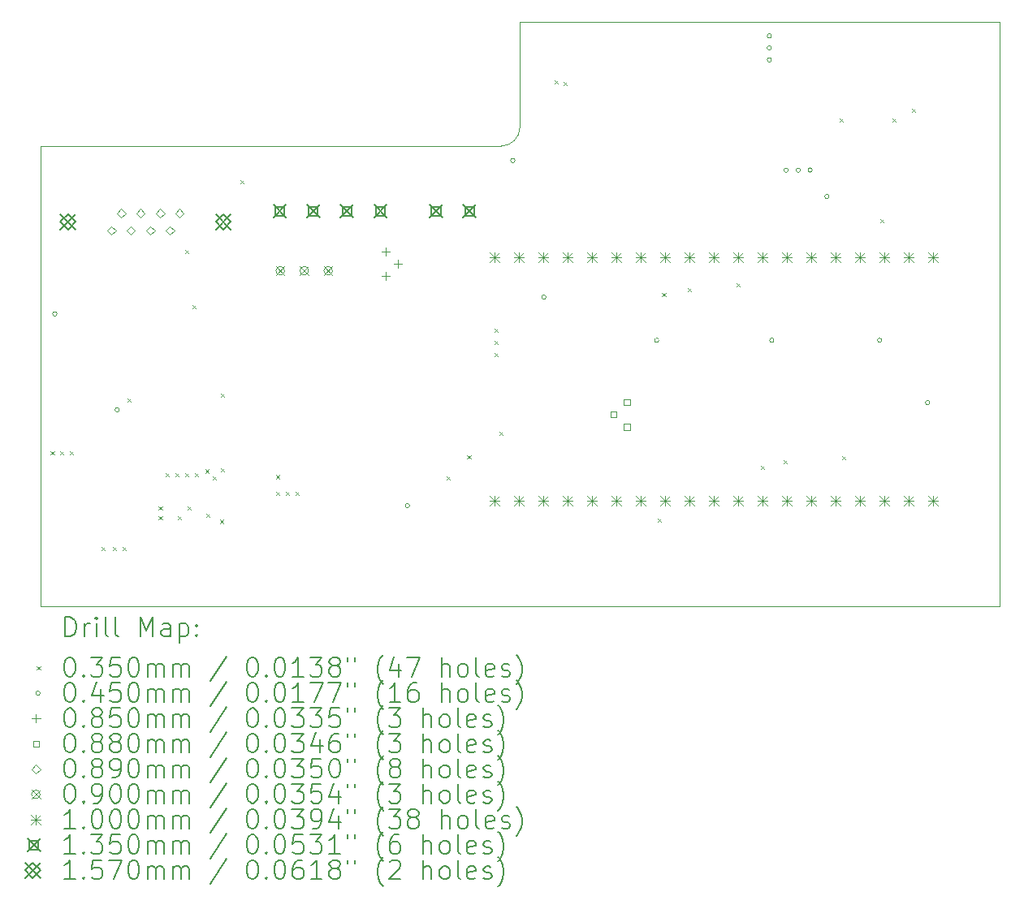
<source format=gbr>
%TF.GenerationSoftware,KiCad,Pcbnew,9.0.1*%
%TF.CreationDate,2025-08-07T18:16:20+02:00*%
%TF.ProjectId,Hauptmodul,48617570-746d-46f6-9475-6c2e6b696361,rev?*%
%TF.SameCoordinates,Original*%
%TF.FileFunction,Drillmap*%
%TF.FilePolarity,Positive*%
%FSLAX45Y45*%
G04 Gerber Fmt 4.5, Leading zero omitted, Abs format (unit mm)*
G04 Created by KiCad (PCBNEW 9.0.1) date 2025-08-07 18:16:20*
%MOMM*%
%LPD*%
G01*
G04 APERTURE LIST*
%ADD10C,0.050000*%
%ADD11C,0.200000*%
%ADD12C,0.100000*%
%ADD13C,0.135000*%
%ADD14C,0.157000*%
G04 APERTURE END LIST*
D10*
X15000000Y-5500000D02*
G75*
G02*
X14800000Y-5700000I-200000J0D01*
G01*
X10000000Y-10500000D02*
X20000000Y-10500000D01*
X10000000Y-10500000D02*
X10000000Y-5700000D01*
X15000000Y-5500000D02*
X15000000Y-4400000D01*
X10000000Y-5700000D02*
X14800000Y-5700000D01*
X20000000Y-10500000D02*
X20000000Y-4400000D01*
X20000000Y-4400000D02*
X15000000Y-4400000D01*
D11*
D12*
X10107502Y-8882368D02*
X10142502Y-8917368D01*
X10142502Y-8882368D02*
X10107502Y-8917368D01*
X10207501Y-8882895D02*
X10242501Y-8917895D01*
X10242501Y-8882895D02*
X10207501Y-8917895D01*
X10307500Y-8882500D02*
X10342500Y-8917500D01*
X10342500Y-8882500D02*
X10307500Y-8917500D01*
X10632500Y-9882500D02*
X10667500Y-9917500D01*
X10667500Y-9882500D02*
X10632500Y-9917500D01*
X10757500Y-9882500D02*
X10792500Y-9917500D01*
X10792500Y-9882500D02*
X10757500Y-9917500D01*
X10857500Y-9882500D02*
X10892500Y-9917500D01*
X10892500Y-9882500D02*
X10857500Y-9917500D01*
X10907500Y-8332500D02*
X10942500Y-8367500D01*
X10942500Y-8332500D02*
X10907500Y-8367500D01*
X11232500Y-9457500D02*
X11267500Y-9492500D01*
X11267500Y-9457500D02*
X11232500Y-9492500D01*
X11232500Y-9557500D02*
X11267500Y-9592500D01*
X11267500Y-9557500D02*
X11232500Y-9592500D01*
X11307500Y-9107500D02*
X11342500Y-9142500D01*
X11342500Y-9107500D02*
X11307500Y-9142500D01*
X11407500Y-9107500D02*
X11442500Y-9142500D01*
X11442500Y-9107500D02*
X11407500Y-9142500D01*
X11428310Y-9559377D02*
X11463310Y-9594377D01*
X11463310Y-9559377D02*
X11428310Y-9594377D01*
X11507500Y-6782500D02*
X11542500Y-6817500D01*
X11542500Y-6782500D02*
X11507500Y-6817500D01*
X11507500Y-9107500D02*
X11542500Y-9142500D01*
X11542500Y-9107500D02*
X11507500Y-9142500D01*
X11532500Y-9457500D02*
X11567500Y-9492500D01*
X11567500Y-9457500D02*
X11532500Y-9492500D01*
X11582500Y-7357500D02*
X11617500Y-7392500D01*
X11617500Y-7357500D02*
X11582500Y-7392500D01*
X11607501Y-9107500D02*
X11642501Y-9142500D01*
X11642501Y-9107500D02*
X11607501Y-9142500D01*
X11723033Y-9073033D02*
X11758033Y-9108033D01*
X11758033Y-9073033D02*
X11723033Y-9108033D01*
X11730163Y-9533022D02*
X11765163Y-9568022D01*
X11765163Y-9533022D02*
X11730163Y-9568022D01*
X11793744Y-9143744D02*
X11828744Y-9178744D01*
X11828744Y-9143744D02*
X11793744Y-9178744D01*
X11869966Y-9598086D02*
X11904966Y-9633086D01*
X11904966Y-9598086D02*
X11869966Y-9633086D01*
X11882500Y-8282500D02*
X11917500Y-8317500D01*
X11917500Y-8282500D02*
X11882500Y-8317500D01*
X11882500Y-9057500D02*
X11917500Y-9092500D01*
X11917500Y-9057500D02*
X11882500Y-9092500D01*
X12082500Y-6057500D02*
X12117500Y-6092500D01*
X12117500Y-6057500D02*
X12082500Y-6092500D01*
X12457500Y-9132500D02*
X12492500Y-9167500D01*
X12492500Y-9132500D02*
X12457500Y-9167500D01*
X12457500Y-9307500D02*
X12492500Y-9342500D01*
X12492500Y-9307500D02*
X12457500Y-9342500D01*
X12557500Y-9307500D02*
X12592500Y-9342500D01*
X12592500Y-9307500D02*
X12557500Y-9342500D01*
X12657500Y-9307500D02*
X12692500Y-9342500D01*
X12692500Y-9307500D02*
X12657500Y-9342500D01*
X14232951Y-9142864D02*
X14267951Y-9177864D01*
X14267951Y-9142864D02*
X14232951Y-9177864D01*
X14450408Y-8925408D02*
X14485408Y-8960408D01*
X14485408Y-8925408D02*
X14450408Y-8960408D01*
X14732500Y-7607500D02*
X14767500Y-7642500D01*
X14767500Y-7607500D02*
X14732500Y-7642500D01*
X14732500Y-7732500D02*
X14767500Y-7767500D01*
X14767500Y-7732500D02*
X14732500Y-7767500D01*
X14732500Y-7857500D02*
X14767500Y-7892500D01*
X14767500Y-7857500D02*
X14732500Y-7892500D01*
X14782500Y-8682500D02*
X14817500Y-8717500D01*
X14817500Y-8682500D02*
X14782500Y-8717500D01*
X15357500Y-5012400D02*
X15392500Y-5047400D01*
X15392500Y-5012400D02*
X15357500Y-5047400D01*
X15455414Y-5032721D02*
X15490414Y-5067721D01*
X15490414Y-5032721D02*
X15455414Y-5067721D01*
X16432500Y-9582500D02*
X16467500Y-9617500D01*
X16467500Y-9582500D02*
X16432500Y-9617500D01*
X16482500Y-7232500D02*
X16517500Y-7267500D01*
X16517500Y-7232500D02*
X16482500Y-7267500D01*
X16746500Y-7182500D02*
X16781500Y-7217500D01*
X16781500Y-7182500D02*
X16746500Y-7217500D01*
X17257500Y-7132500D02*
X17292500Y-7167500D01*
X17292500Y-7132500D02*
X17257500Y-7167500D01*
X17507500Y-9032500D02*
X17542500Y-9067500D01*
X17542500Y-9032500D02*
X17507500Y-9067500D01*
X17750762Y-8979097D02*
X17785762Y-9014097D01*
X17785762Y-8979097D02*
X17750762Y-9014097D01*
X18332500Y-5407500D02*
X18367500Y-5442500D01*
X18367500Y-5407500D02*
X18332500Y-5442500D01*
X18357500Y-8932500D02*
X18392500Y-8967500D01*
X18392500Y-8932500D02*
X18357500Y-8967500D01*
X18757500Y-6457500D02*
X18792500Y-6492500D01*
X18792500Y-6457500D02*
X18757500Y-6492500D01*
X18882500Y-5407500D02*
X18917500Y-5442500D01*
X18917500Y-5407500D02*
X18882500Y-5442500D01*
X19082500Y-5307500D02*
X19117500Y-5342500D01*
X19117500Y-5307500D02*
X19082500Y-5342500D01*
X10172500Y-7450000D02*
G75*
G02*
X10127500Y-7450000I-22500J0D01*
G01*
X10127500Y-7450000D02*
G75*
G02*
X10172500Y-7450000I22500J0D01*
G01*
X10822500Y-8450000D02*
G75*
G02*
X10777500Y-8450000I-22500J0D01*
G01*
X10777500Y-8450000D02*
G75*
G02*
X10822500Y-8450000I22500J0D01*
G01*
X13847500Y-9450000D02*
G75*
G02*
X13802500Y-9450000I-22500J0D01*
G01*
X13802500Y-9450000D02*
G75*
G02*
X13847500Y-9450000I22500J0D01*
G01*
X14947500Y-5850000D02*
G75*
G02*
X14902500Y-5850000I-22500J0D01*
G01*
X14902500Y-5850000D02*
G75*
G02*
X14947500Y-5850000I22500J0D01*
G01*
X15272500Y-7275000D02*
G75*
G02*
X15227500Y-7275000I-22500J0D01*
G01*
X15227500Y-7275000D02*
G75*
G02*
X15272500Y-7275000I22500J0D01*
G01*
X16447500Y-7725000D02*
G75*
G02*
X16402500Y-7725000I-22500J0D01*
G01*
X16402500Y-7725000D02*
G75*
G02*
X16447500Y-7725000I22500J0D01*
G01*
X17622500Y-4550000D02*
G75*
G02*
X17577500Y-4550000I-22500J0D01*
G01*
X17577500Y-4550000D02*
G75*
G02*
X17622500Y-4550000I22500J0D01*
G01*
X17622500Y-4675000D02*
G75*
G02*
X17577500Y-4675000I-22500J0D01*
G01*
X17577500Y-4675000D02*
G75*
G02*
X17622500Y-4675000I22500J0D01*
G01*
X17622500Y-4800000D02*
G75*
G02*
X17577500Y-4800000I-22500J0D01*
G01*
X17577500Y-4800000D02*
G75*
G02*
X17622500Y-4800000I22500J0D01*
G01*
X17647500Y-7725000D02*
G75*
G02*
X17602500Y-7725000I-22500J0D01*
G01*
X17602500Y-7725000D02*
G75*
G02*
X17647500Y-7725000I22500J0D01*
G01*
X17797500Y-5950000D02*
G75*
G02*
X17752500Y-5950000I-22500J0D01*
G01*
X17752500Y-5950000D02*
G75*
G02*
X17797500Y-5950000I22500J0D01*
G01*
X17922500Y-5950000D02*
G75*
G02*
X17877500Y-5950000I-22500J0D01*
G01*
X17877500Y-5950000D02*
G75*
G02*
X17922500Y-5950000I22500J0D01*
G01*
X18047500Y-5950000D02*
G75*
G02*
X18002500Y-5950000I-22500J0D01*
G01*
X18002500Y-5950000D02*
G75*
G02*
X18047500Y-5950000I22500J0D01*
G01*
X18222500Y-6225000D02*
G75*
G02*
X18177500Y-6225000I-22500J0D01*
G01*
X18177500Y-6225000D02*
G75*
G02*
X18222500Y-6225000I22500J0D01*
G01*
X18772500Y-7725000D02*
G75*
G02*
X18727500Y-7725000I-22500J0D01*
G01*
X18727500Y-7725000D02*
G75*
G02*
X18772500Y-7725000I22500J0D01*
G01*
X19272500Y-8375000D02*
G75*
G02*
X19227500Y-8375000I-22500J0D01*
G01*
X19227500Y-8375000D02*
G75*
G02*
X19272500Y-8375000I22500J0D01*
G01*
X13600000Y-6757500D02*
X13600000Y-6842500D01*
X13557500Y-6800000D02*
X13642500Y-6800000D01*
X13600000Y-7011500D02*
X13600000Y-7096500D01*
X13557500Y-7054000D02*
X13642500Y-7054000D01*
X13727000Y-6884500D02*
X13727000Y-6969500D01*
X13684500Y-6927000D02*
X13769500Y-6927000D01*
X16006113Y-8531113D02*
X16006113Y-8468887D01*
X15943887Y-8468887D01*
X15943887Y-8531113D01*
X16006113Y-8531113D01*
X16146113Y-8403613D02*
X16146113Y-8341387D01*
X16083887Y-8341387D01*
X16083887Y-8403613D01*
X16146113Y-8403613D01*
X16146113Y-8658613D02*
X16146113Y-8596387D01*
X16083887Y-8596387D01*
X16083887Y-8658613D01*
X16146113Y-8658613D01*
X10740500Y-6622500D02*
X10785000Y-6578000D01*
X10740500Y-6533500D01*
X10696000Y-6578000D01*
X10740500Y-6622500D01*
X10842000Y-6444500D02*
X10886500Y-6400000D01*
X10842000Y-6355500D01*
X10797500Y-6400000D01*
X10842000Y-6444500D01*
X10943500Y-6622500D02*
X10988000Y-6578000D01*
X10943500Y-6533500D01*
X10899000Y-6578000D01*
X10943500Y-6622500D01*
X11045000Y-6444500D02*
X11089500Y-6400000D01*
X11045000Y-6355500D01*
X11000500Y-6400000D01*
X11045000Y-6444500D01*
X11147000Y-6622500D02*
X11191500Y-6578000D01*
X11147000Y-6533500D01*
X11102500Y-6578000D01*
X11147000Y-6622500D01*
X11248500Y-6444500D02*
X11293000Y-6400000D01*
X11248500Y-6355500D01*
X11204000Y-6400000D01*
X11248500Y-6444500D01*
X11350000Y-6622500D02*
X11394500Y-6578000D01*
X11350000Y-6533500D01*
X11305500Y-6578000D01*
X11350000Y-6622500D01*
X11451500Y-6444500D02*
X11496000Y-6400000D01*
X11451500Y-6355500D01*
X11407000Y-6400000D01*
X11451500Y-6444500D01*
X12455000Y-6955000D02*
X12545000Y-7045000D01*
X12545000Y-6955000D02*
X12455000Y-7045000D01*
X12545000Y-7000000D02*
G75*
G02*
X12455000Y-7000000I-45000J0D01*
G01*
X12455000Y-7000000D02*
G75*
G02*
X12545000Y-7000000I45000J0D01*
G01*
X12705000Y-6955000D02*
X12795000Y-7045000D01*
X12795000Y-6955000D02*
X12705000Y-7045000D01*
X12795000Y-7000000D02*
G75*
G02*
X12705000Y-7000000I-45000J0D01*
G01*
X12705000Y-7000000D02*
G75*
G02*
X12795000Y-7000000I45000J0D01*
G01*
X12955000Y-6955000D02*
X13045000Y-7045000D01*
X13045000Y-6955000D02*
X12955000Y-7045000D01*
X13045000Y-7000000D02*
G75*
G02*
X12955000Y-7000000I-45000J0D01*
G01*
X12955000Y-7000000D02*
G75*
G02*
X13045000Y-7000000I45000J0D01*
G01*
X14682000Y-6808000D02*
X14782000Y-6908000D01*
X14782000Y-6808000D02*
X14682000Y-6908000D01*
X14732000Y-6808000D02*
X14732000Y-6908000D01*
X14682000Y-6858000D02*
X14782000Y-6858000D01*
X14682000Y-9348000D02*
X14782000Y-9448000D01*
X14782000Y-9348000D02*
X14682000Y-9448000D01*
X14732000Y-9348000D02*
X14732000Y-9448000D01*
X14682000Y-9398000D02*
X14782000Y-9398000D01*
X14936000Y-6808000D02*
X15036000Y-6908000D01*
X15036000Y-6808000D02*
X14936000Y-6908000D01*
X14986000Y-6808000D02*
X14986000Y-6908000D01*
X14936000Y-6858000D02*
X15036000Y-6858000D01*
X14936000Y-9348000D02*
X15036000Y-9448000D01*
X15036000Y-9348000D02*
X14936000Y-9448000D01*
X14986000Y-9348000D02*
X14986000Y-9448000D01*
X14936000Y-9398000D02*
X15036000Y-9398000D01*
X15190000Y-6808000D02*
X15290000Y-6908000D01*
X15290000Y-6808000D02*
X15190000Y-6908000D01*
X15240000Y-6808000D02*
X15240000Y-6908000D01*
X15190000Y-6858000D02*
X15290000Y-6858000D01*
X15190000Y-9348000D02*
X15290000Y-9448000D01*
X15290000Y-9348000D02*
X15190000Y-9448000D01*
X15240000Y-9348000D02*
X15240000Y-9448000D01*
X15190000Y-9398000D02*
X15290000Y-9398000D01*
X15444000Y-6808000D02*
X15544000Y-6908000D01*
X15544000Y-6808000D02*
X15444000Y-6908000D01*
X15494000Y-6808000D02*
X15494000Y-6908000D01*
X15444000Y-6858000D02*
X15544000Y-6858000D01*
X15444000Y-9348000D02*
X15544000Y-9448000D01*
X15544000Y-9348000D02*
X15444000Y-9448000D01*
X15494000Y-9348000D02*
X15494000Y-9448000D01*
X15444000Y-9398000D02*
X15544000Y-9398000D01*
X15698000Y-6808000D02*
X15798000Y-6908000D01*
X15798000Y-6808000D02*
X15698000Y-6908000D01*
X15748000Y-6808000D02*
X15748000Y-6908000D01*
X15698000Y-6858000D02*
X15798000Y-6858000D01*
X15698000Y-9348000D02*
X15798000Y-9448000D01*
X15798000Y-9348000D02*
X15698000Y-9448000D01*
X15748000Y-9348000D02*
X15748000Y-9448000D01*
X15698000Y-9398000D02*
X15798000Y-9398000D01*
X15952000Y-6808000D02*
X16052000Y-6908000D01*
X16052000Y-6808000D02*
X15952000Y-6908000D01*
X16002000Y-6808000D02*
X16002000Y-6908000D01*
X15952000Y-6858000D02*
X16052000Y-6858000D01*
X15952000Y-9348000D02*
X16052000Y-9448000D01*
X16052000Y-9348000D02*
X15952000Y-9448000D01*
X16002000Y-9348000D02*
X16002000Y-9448000D01*
X15952000Y-9398000D02*
X16052000Y-9398000D01*
X16206000Y-6808000D02*
X16306000Y-6908000D01*
X16306000Y-6808000D02*
X16206000Y-6908000D01*
X16256000Y-6808000D02*
X16256000Y-6908000D01*
X16206000Y-6858000D02*
X16306000Y-6858000D01*
X16206000Y-9348000D02*
X16306000Y-9448000D01*
X16306000Y-9348000D02*
X16206000Y-9448000D01*
X16256000Y-9348000D02*
X16256000Y-9448000D01*
X16206000Y-9398000D02*
X16306000Y-9398000D01*
X16460000Y-6808000D02*
X16560000Y-6908000D01*
X16560000Y-6808000D02*
X16460000Y-6908000D01*
X16510000Y-6808000D02*
X16510000Y-6908000D01*
X16460000Y-6858000D02*
X16560000Y-6858000D01*
X16460000Y-9348000D02*
X16560000Y-9448000D01*
X16560000Y-9348000D02*
X16460000Y-9448000D01*
X16510000Y-9348000D02*
X16510000Y-9448000D01*
X16460000Y-9398000D02*
X16560000Y-9398000D01*
X16714000Y-6808000D02*
X16814000Y-6908000D01*
X16814000Y-6808000D02*
X16714000Y-6908000D01*
X16764000Y-6808000D02*
X16764000Y-6908000D01*
X16714000Y-6858000D02*
X16814000Y-6858000D01*
X16714000Y-9348000D02*
X16814000Y-9448000D01*
X16814000Y-9348000D02*
X16714000Y-9448000D01*
X16764000Y-9348000D02*
X16764000Y-9448000D01*
X16714000Y-9398000D02*
X16814000Y-9398000D01*
X16968000Y-6808000D02*
X17068000Y-6908000D01*
X17068000Y-6808000D02*
X16968000Y-6908000D01*
X17018000Y-6808000D02*
X17018000Y-6908000D01*
X16968000Y-6858000D02*
X17068000Y-6858000D01*
X16968000Y-9348000D02*
X17068000Y-9448000D01*
X17068000Y-9348000D02*
X16968000Y-9448000D01*
X17018000Y-9348000D02*
X17018000Y-9448000D01*
X16968000Y-9398000D02*
X17068000Y-9398000D01*
X17222000Y-6808000D02*
X17322000Y-6908000D01*
X17322000Y-6808000D02*
X17222000Y-6908000D01*
X17272000Y-6808000D02*
X17272000Y-6908000D01*
X17222000Y-6858000D02*
X17322000Y-6858000D01*
X17222000Y-9348000D02*
X17322000Y-9448000D01*
X17322000Y-9348000D02*
X17222000Y-9448000D01*
X17272000Y-9348000D02*
X17272000Y-9448000D01*
X17222000Y-9398000D02*
X17322000Y-9398000D01*
X17476000Y-6808000D02*
X17576000Y-6908000D01*
X17576000Y-6808000D02*
X17476000Y-6908000D01*
X17526000Y-6808000D02*
X17526000Y-6908000D01*
X17476000Y-6858000D02*
X17576000Y-6858000D01*
X17476000Y-9348000D02*
X17576000Y-9448000D01*
X17576000Y-9348000D02*
X17476000Y-9448000D01*
X17526000Y-9348000D02*
X17526000Y-9448000D01*
X17476000Y-9398000D02*
X17576000Y-9398000D01*
X17730000Y-6808000D02*
X17830000Y-6908000D01*
X17830000Y-6808000D02*
X17730000Y-6908000D01*
X17780000Y-6808000D02*
X17780000Y-6908000D01*
X17730000Y-6858000D02*
X17830000Y-6858000D01*
X17730000Y-9348000D02*
X17830000Y-9448000D01*
X17830000Y-9348000D02*
X17730000Y-9448000D01*
X17780000Y-9348000D02*
X17780000Y-9448000D01*
X17730000Y-9398000D02*
X17830000Y-9398000D01*
X17984000Y-6808000D02*
X18084000Y-6908000D01*
X18084000Y-6808000D02*
X17984000Y-6908000D01*
X18034000Y-6808000D02*
X18034000Y-6908000D01*
X17984000Y-6858000D02*
X18084000Y-6858000D01*
X17984000Y-9348000D02*
X18084000Y-9448000D01*
X18084000Y-9348000D02*
X17984000Y-9448000D01*
X18034000Y-9348000D02*
X18034000Y-9448000D01*
X17984000Y-9398000D02*
X18084000Y-9398000D01*
X18238000Y-6808000D02*
X18338000Y-6908000D01*
X18338000Y-6808000D02*
X18238000Y-6908000D01*
X18288000Y-6808000D02*
X18288000Y-6908000D01*
X18238000Y-6858000D02*
X18338000Y-6858000D01*
X18238000Y-9348000D02*
X18338000Y-9448000D01*
X18338000Y-9348000D02*
X18238000Y-9448000D01*
X18288000Y-9348000D02*
X18288000Y-9448000D01*
X18238000Y-9398000D02*
X18338000Y-9398000D01*
X18492000Y-6808000D02*
X18592000Y-6908000D01*
X18592000Y-6808000D02*
X18492000Y-6908000D01*
X18542000Y-6808000D02*
X18542000Y-6908000D01*
X18492000Y-6858000D02*
X18592000Y-6858000D01*
X18492000Y-9348000D02*
X18592000Y-9448000D01*
X18592000Y-9348000D02*
X18492000Y-9448000D01*
X18542000Y-9348000D02*
X18542000Y-9448000D01*
X18492000Y-9398000D02*
X18592000Y-9398000D01*
X18746000Y-6808000D02*
X18846000Y-6908000D01*
X18846000Y-6808000D02*
X18746000Y-6908000D01*
X18796000Y-6808000D02*
X18796000Y-6908000D01*
X18746000Y-6858000D02*
X18846000Y-6858000D01*
X18746000Y-9348000D02*
X18846000Y-9448000D01*
X18846000Y-9348000D02*
X18746000Y-9448000D01*
X18796000Y-9348000D02*
X18796000Y-9448000D01*
X18746000Y-9398000D02*
X18846000Y-9398000D01*
X19000000Y-6808000D02*
X19100000Y-6908000D01*
X19100000Y-6808000D02*
X19000000Y-6908000D01*
X19050000Y-6808000D02*
X19050000Y-6908000D01*
X19000000Y-6858000D02*
X19100000Y-6858000D01*
X19000000Y-9348000D02*
X19100000Y-9448000D01*
X19100000Y-9348000D02*
X19000000Y-9448000D01*
X19050000Y-9348000D02*
X19050000Y-9448000D01*
X19000000Y-9398000D02*
X19100000Y-9398000D01*
X19254000Y-6808000D02*
X19354000Y-6908000D01*
X19354000Y-6808000D02*
X19254000Y-6908000D01*
X19304000Y-6808000D02*
X19304000Y-6908000D01*
X19254000Y-6858000D02*
X19354000Y-6858000D01*
X19254000Y-9348000D02*
X19354000Y-9448000D01*
X19354000Y-9348000D02*
X19254000Y-9448000D01*
X19304000Y-9348000D02*
X19304000Y-9448000D01*
X19254000Y-9398000D02*
X19354000Y-9398000D01*
D13*
X12427500Y-6313000D02*
X12562500Y-6448000D01*
X12562500Y-6313000D02*
X12427500Y-6448000D01*
X12542730Y-6428230D02*
X12542730Y-6332770D01*
X12447270Y-6332770D01*
X12447270Y-6428230D01*
X12542730Y-6428230D01*
X12777500Y-6313000D02*
X12912500Y-6448000D01*
X12912500Y-6313000D02*
X12777500Y-6448000D01*
X12892730Y-6428230D02*
X12892730Y-6332770D01*
X12797270Y-6332770D01*
X12797270Y-6428230D01*
X12892730Y-6428230D01*
X13127500Y-6313000D02*
X13262500Y-6448000D01*
X13262500Y-6313000D02*
X13127500Y-6448000D01*
X13242730Y-6428230D02*
X13242730Y-6332770D01*
X13147270Y-6332770D01*
X13147270Y-6428230D01*
X13242730Y-6428230D01*
X13477500Y-6313000D02*
X13612500Y-6448000D01*
X13612500Y-6313000D02*
X13477500Y-6448000D01*
X13592730Y-6428230D02*
X13592730Y-6332770D01*
X13497270Y-6332770D01*
X13497270Y-6428230D01*
X13592730Y-6428230D01*
X14057500Y-6313000D02*
X14192500Y-6448000D01*
X14192500Y-6313000D02*
X14057500Y-6448000D01*
X14172730Y-6428230D02*
X14172730Y-6332770D01*
X14077270Y-6332770D01*
X14077270Y-6428230D01*
X14172730Y-6428230D01*
X14407500Y-6313000D02*
X14542500Y-6448000D01*
X14542500Y-6313000D02*
X14407500Y-6448000D01*
X14522730Y-6428230D02*
X14522730Y-6332770D01*
X14427270Y-6332770D01*
X14427270Y-6428230D01*
X14522730Y-6428230D01*
D14*
X10207500Y-6410500D02*
X10364500Y-6567500D01*
X10364500Y-6410500D02*
X10207500Y-6567500D01*
X10286000Y-6567500D02*
X10364500Y-6489000D01*
X10286000Y-6410500D01*
X10207500Y-6489000D01*
X10286000Y-6567500D01*
X11827500Y-6410500D02*
X11984500Y-6567500D01*
X11984500Y-6410500D02*
X11827500Y-6567500D01*
X11906000Y-6567500D02*
X11984500Y-6489000D01*
X11906000Y-6410500D01*
X11827500Y-6489000D01*
X11906000Y-6567500D01*
D11*
X10258277Y-10813984D02*
X10258277Y-10613984D01*
X10258277Y-10613984D02*
X10305896Y-10613984D01*
X10305896Y-10613984D02*
X10334467Y-10623508D01*
X10334467Y-10623508D02*
X10353515Y-10642555D01*
X10353515Y-10642555D02*
X10363039Y-10661603D01*
X10363039Y-10661603D02*
X10372563Y-10699698D01*
X10372563Y-10699698D02*
X10372563Y-10728270D01*
X10372563Y-10728270D02*
X10363039Y-10766365D01*
X10363039Y-10766365D02*
X10353515Y-10785412D01*
X10353515Y-10785412D02*
X10334467Y-10804460D01*
X10334467Y-10804460D02*
X10305896Y-10813984D01*
X10305896Y-10813984D02*
X10258277Y-10813984D01*
X10458277Y-10813984D02*
X10458277Y-10680650D01*
X10458277Y-10718746D02*
X10467801Y-10699698D01*
X10467801Y-10699698D02*
X10477324Y-10690174D01*
X10477324Y-10690174D02*
X10496372Y-10680650D01*
X10496372Y-10680650D02*
X10515420Y-10680650D01*
X10582086Y-10813984D02*
X10582086Y-10680650D01*
X10582086Y-10613984D02*
X10572563Y-10623508D01*
X10572563Y-10623508D02*
X10582086Y-10633031D01*
X10582086Y-10633031D02*
X10591610Y-10623508D01*
X10591610Y-10623508D02*
X10582086Y-10613984D01*
X10582086Y-10613984D02*
X10582086Y-10633031D01*
X10705896Y-10813984D02*
X10686848Y-10804460D01*
X10686848Y-10804460D02*
X10677324Y-10785412D01*
X10677324Y-10785412D02*
X10677324Y-10613984D01*
X10810658Y-10813984D02*
X10791610Y-10804460D01*
X10791610Y-10804460D02*
X10782086Y-10785412D01*
X10782086Y-10785412D02*
X10782086Y-10613984D01*
X11039229Y-10813984D02*
X11039229Y-10613984D01*
X11039229Y-10613984D02*
X11105896Y-10756841D01*
X11105896Y-10756841D02*
X11172563Y-10613984D01*
X11172563Y-10613984D02*
X11172563Y-10813984D01*
X11353515Y-10813984D02*
X11353515Y-10709222D01*
X11353515Y-10709222D02*
X11343991Y-10690174D01*
X11343991Y-10690174D02*
X11324943Y-10680650D01*
X11324943Y-10680650D02*
X11286848Y-10680650D01*
X11286848Y-10680650D02*
X11267801Y-10690174D01*
X11353515Y-10804460D02*
X11334467Y-10813984D01*
X11334467Y-10813984D02*
X11286848Y-10813984D01*
X11286848Y-10813984D02*
X11267801Y-10804460D01*
X11267801Y-10804460D02*
X11258277Y-10785412D01*
X11258277Y-10785412D02*
X11258277Y-10766365D01*
X11258277Y-10766365D02*
X11267801Y-10747317D01*
X11267801Y-10747317D02*
X11286848Y-10737793D01*
X11286848Y-10737793D02*
X11334467Y-10737793D01*
X11334467Y-10737793D02*
X11353515Y-10728270D01*
X11448753Y-10680650D02*
X11448753Y-10880650D01*
X11448753Y-10690174D02*
X11467801Y-10680650D01*
X11467801Y-10680650D02*
X11505896Y-10680650D01*
X11505896Y-10680650D02*
X11524943Y-10690174D01*
X11524943Y-10690174D02*
X11534467Y-10699698D01*
X11534467Y-10699698D02*
X11543991Y-10718746D01*
X11543991Y-10718746D02*
X11543991Y-10775889D01*
X11543991Y-10775889D02*
X11534467Y-10794936D01*
X11534467Y-10794936D02*
X11524943Y-10804460D01*
X11524943Y-10804460D02*
X11505896Y-10813984D01*
X11505896Y-10813984D02*
X11467801Y-10813984D01*
X11467801Y-10813984D02*
X11448753Y-10804460D01*
X11629705Y-10794936D02*
X11639229Y-10804460D01*
X11639229Y-10804460D02*
X11629705Y-10813984D01*
X11629705Y-10813984D02*
X11620182Y-10804460D01*
X11620182Y-10804460D02*
X11629705Y-10794936D01*
X11629705Y-10794936D02*
X11629705Y-10813984D01*
X11629705Y-10690174D02*
X11639229Y-10699698D01*
X11639229Y-10699698D02*
X11629705Y-10709222D01*
X11629705Y-10709222D02*
X11620182Y-10699698D01*
X11620182Y-10699698D02*
X11629705Y-10690174D01*
X11629705Y-10690174D02*
X11629705Y-10709222D01*
D12*
X9962500Y-11125000D02*
X9997500Y-11160000D01*
X9997500Y-11125000D02*
X9962500Y-11160000D01*
D11*
X10296372Y-11033984D02*
X10315420Y-11033984D01*
X10315420Y-11033984D02*
X10334467Y-11043508D01*
X10334467Y-11043508D02*
X10343991Y-11053031D01*
X10343991Y-11053031D02*
X10353515Y-11072079D01*
X10353515Y-11072079D02*
X10363039Y-11110174D01*
X10363039Y-11110174D02*
X10363039Y-11157793D01*
X10363039Y-11157793D02*
X10353515Y-11195888D01*
X10353515Y-11195888D02*
X10343991Y-11214936D01*
X10343991Y-11214936D02*
X10334467Y-11224460D01*
X10334467Y-11224460D02*
X10315420Y-11233984D01*
X10315420Y-11233984D02*
X10296372Y-11233984D01*
X10296372Y-11233984D02*
X10277324Y-11224460D01*
X10277324Y-11224460D02*
X10267801Y-11214936D01*
X10267801Y-11214936D02*
X10258277Y-11195888D01*
X10258277Y-11195888D02*
X10248753Y-11157793D01*
X10248753Y-11157793D02*
X10248753Y-11110174D01*
X10248753Y-11110174D02*
X10258277Y-11072079D01*
X10258277Y-11072079D02*
X10267801Y-11053031D01*
X10267801Y-11053031D02*
X10277324Y-11043508D01*
X10277324Y-11043508D02*
X10296372Y-11033984D01*
X10448753Y-11214936D02*
X10458277Y-11224460D01*
X10458277Y-11224460D02*
X10448753Y-11233984D01*
X10448753Y-11233984D02*
X10439229Y-11224460D01*
X10439229Y-11224460D02*
X10448753Y-11214936D01*
X10448753Y-11214936D02*
X10448753Y-11233984D01*
X10524944Y-11033984D02*
X10648753Y-11033984D01*
X10648753Y-11033984D02*
X10582086Y-11110174D01*
X10582086Y-11110174D02*
X10610658Y-11110174D01*
X10610658Y-11110174D02*
X10629705Y-11119698D01*
X10629705Y-11119698D02*
X10639229Y-11129222D01*
X10639229Y-11129222D02*
X10648753Y-11148270D01*
X10648753Y-11148270D02*
X10648753Y-11195888D01*
X10648753Y-11195888D02*
X10639229Y-11214936D01*
X10639229Y-11214936D02*
X10629705Y-11224460D01*
X10629705Y-11224460D02*
X10610658Y-11233984D01*
X10610658Y-11233984D02*
X10553515Y-11233984D01*
X10553515Y-11233984D02*
X10534467Y-11224460D01*
X10534467Y-11224460D02*
X10524944Y-11214936D01*
X10829705Y-11033984D02*
X10734467Y-11033984D01*
X10734467Y-11033984D02*
X10724944Y-11129222D01*
X10724944Y-11129222D02*
X10734467Y-11119698D01*
X10734467Y-11119698D02*
X10753515Y-11110174D01*
X10753515Y-11110174D02*
X10801134Y-11110174D01*
X10801134Y-11110174D02*
X10820182Y-11119698D01*
X10820182Y-11119698D02*
X10829705Y-11129222D01*
X10829705Y-11129222D02*
X10839229Y-11148270D01*
X10839229Y-11148270D02*
X10839229Y-11195888D01*
X10839229Y-11195888D02*
X10829705Y-11214936D01*
X10829705Y-11214936D02*
X10820182Y-11224460D01*
X10820182Y-11224460D02*
X10801134Y-11233984D01*
X10801134Y-11233984D02*
X10753515Y-11233984D01*
X10753515Y-11233984D02*
X10734467Y-11224460D01*
X10734467Y-11224460D02*
X10724944Y-11214936D01*
X10963039Y-11033984D02*
X10982086Y-11033984D01*
X10982086Y-11033984D02*
X11001134Y-11043508D01*
X11001134Y-11043508D02*
X11010658Y-11053031D01*
X11010658Y-11053031D02*
X11020182Y-11072079D01*
X11020182Y-11072079D02*
X11029705Y-11110174D01*
X11029705Y-11110174D02*
X11029705Y-11157793D01*
X11029705Y-11157793D02*
X11020182Y-11195888D01*
X11020182Y-11195888D02*
X11010658Y-11214936D01*
X11010658Y-11214936D02*
X11001134Y-11224460D01*
X11001134Y-11224460D02*
X10982086Y-11233984D01*
X10982086Y-11233984D02*
X10963039Y-11233984D01*
X10963039Y-11233984D02*
X10943991Y-11224460D01*
X10943991Y-11224460D02*
X10934467Y-11214936D01*
X10934467Y-11214936D02*
X10924944Y-11195888D01*
X10924944Y-11195888D02*
X10915420Y-11157793D01*
X10915420Y-11157793D02*
X10915420Y-11110174D01*
X10915420Y-11110174D02*
X10924944Y-11072079D01*
X10924944Y-11072079D02*
X10934467Y-11053031D01*
X10934467Y-11053031D02*
X10943991Y-11043508D01*
X10943991Y-11043508D02*
X10963039Y-11033984D01*
X11115420Y-11233984D02*
X11115420Y-11100650D01*
X11115420Y-11119698D02*
X11124944Y-11110174D01*
X11124944Y-11110174D02*
X11143991Y-11100650D01*
X11143991Y-11100650D02*
X11172563Y-11100650D01*
X11172563Y-11100650D02*
X11191610Y-11110174D01*
X11191610Y-11110174D02*
X11201134Y-11129222D01*
X11201134Y-11129222D02*
X11201134Y-11233984D01*
X11201134Y-11129222D02*
X11210658Y-11110174D01*
X11210658Y-11110174D02*
X11229705Y-11100650D01*
X11229705Y-11100650D02*
X11258277Y-11100650D01*
X11258277Y-11100650D02*
X11277324Y-11110174D01*
X11277324Y-11110174D02*
X11286848Y-11129222D01*
X11286848Y-11129222D02*
X11286848Y-11233984D01*
X11382086Y-11233984D02*
X11382086Y-11100650D01*
X11382086Y-11119698D02*
X11391610Y-11110174D01*
X11391610Y-11110174D02*
X11410658Y-11100650D01*
X11410658Y-11100650D02*
X11439229Y-11100650D01*
X11439229Y-11100650D02*
X11458277Y-11110174D01*
X11458277Y-11110174D02*
X11467801Y-11129222D01*
X11467801Y-11129222D02*
X11467801Y-11233984D01*
X11467801Y-11129222D02*
X11477324Y-11110174D01*
X11477324Y-11110174D02*
X11496372Y-11100650D01*
X11496372Y-11100650D02*
X11524943Y-11100650D01*
X11524943Y-11100650D02*
X11543991Y-11110174D01*
X11543991Y-11110174D02*
X11553515Y-11129222D01*
X11553515Y-11129222D02*
X11553515Y-11233984D01*
X11943991Y-11024460D02*
X11772563Y-11281603D01*
X12201134Y-11033984D02*
X12220182Y-11033984D01*
X12220182Y-11033984D02*
X12239229Y-11043508D01*
X12239229Y-11043508D02*
X12248753Y-11053031D01*
X12248753Y-11053031D02*
X12258277Y-11072079D01*
X12258277Y-11072079D02*
X12267801Y-11110174D01*
X12267801Y-11110174D02*
X12267801Y-11157793D01*
X12267801Y-11157793D02*
X12258277Y-11195888D01*
X12258277Y-11195888D02*
X12248753Y-11214936D01*
X12248753Y-11214936D02*
X12239229Y-11224460D01*
X12239229Y-11224460D02*
X12220182Y-11233984D01*
X12220182Y-11233984D02*
X12201134Y-11233984D01*
X12201134Y-11233984D02*
X12182086Y-11224460D01*
X12182086Y-11224460D02*
X12172563Y-11214936D01*
X12172563Y-11214936D02*
X12163039Y-11195888D01*
X12163039Y-11195888D02*
X12153515Y-11157793D01*
X12153515Y-11157793D02*
X12153515Y-11110174D01*
X12153515Y-11110174D02*
X12163039Y-11072079D01*
X12163039Y-11072079D02*
X12172563Y-11053031D01*
X12172563Y-11053031D02*
X12182086Y-11043508D01*
X12182086Y-11043508D02*
X12201134Y-11033984D01*
X12353515Y-11214936D02*
X12363039Y-11224460D01*
X12363039Y-11224460D02*
X12353515Y-11233984D01*
X12353515Y-11233984D02*
X12343991Y-11224460D01*
X12343991Y-11224460D02*
X12353515Y-11214936D01*
X12353515Y-11214936D02*
X12353515Y-11233984D01*
X12486848Y-11033984D02*
X12505896Y-11033984D01*
X12505896Y-11033984D02*
X12524944Y-11043508D01*
X12524944Y-11043508D02*
X12534467Y-11053031D01*
X12534467Y-11053031D02*
X12543991Y-11072079D01*
X12543991Y-11072079D02*
X12553515Y-11110174D01*
X12553515Y-11110174D02*
X12553515Y-11157793D01*
X12553515Y-11157793D02*
X12543991Y-11195888D01*
X12543991Y-11195888D02*
X12534467Y-11214936D01*
X12534467Y-11214936D02*
X12524944Y-11224460D01*
X12524944Y-11224460D02*
X12505896Y-11233984D01*
X12505896Y-11233984D02*
X12486848Y-11233984D01*
X12486848Y-11233984D02*
X12467801Y-11224460D01*
X12467801Y-11224460D02*
X12458277Y-11214936D01*
X12458277Y-11214936D02*
X12448753Y-11195888D01*
X12448753Y-11195888D02*
X12439229Y-11157793D01*
X12439229Y-11157793D02*
X12439229Y-11110174D01*
X12439229Y-11110174D02*
X12448753Y-11072079D01*
X12448753Y-11072079D02*
X12458277Y-11053031D01*
X12458277Y-11053031D02*
X12467801Y-11043508D01*
X12467801Y-11043508D02*
X12486848Y-11033984D01*
X12743991Y-11233984D02*
X12629706Y-11233984D01*
X12686848Y-11233984D02*
X12686848Y-11033984D01*
X12686848Y-11033984D02*
X12667801Y-11062555D01*
X12667801Y-11062555D02*
X12648753Y-11081603D01*
X12648753Y-11081603D02*
X12629706Y-11091127D01*
X12810658Y-11033984D02*
X12934467Y-11033984D01*
X12934467Y-11033984D02*
X12867801Y-11110174D01*
X12867801Y-11110174D02*
X12896372Y-11110174D01*
X12896372Y-11110174D02*
X12915420Y-11119698D01*
X12915420Y-11119698D02*
X12924944Y-11129222D01*
X12924944Y-11129222D02*
X12934467Y-11148270D01*
X12934467Y-11148270D02*
X12934467Y-11195888D01*
X12934467Y-11195888D02*
X12924944Y-11214936D01*
X12924944Y-11214936D02*
X12915420Y-11224460D01*
X12915420Y-11224460D02*
X12896372Y-11233984D01*
X12896372Y-11233984D02*
X12839229Y-11233984D01*
X12839229Y-11233984D02*
X12820182Y-11224460D01*
X12820182Y-11224460D02*
X12810658Y-11214936D01*
X13048753Y-11119698D02*
X13029706Y-11110174D01*
X13029706Y-11110174D02*
X13020182Y-11100650D01*
X13020182Y-11100650D02*
X13010658Y-11081603D01*
X13010658Y-11081603D02*
X13010658Y-11072079D01*
X13010658Y-11072079D02*
X13020182Y-11053031D01*
X13020182Y-11053031D02*
X13029706Y-11043508D01*
X13029706Y-11043508D02*
X13048753Y-11033984D01*
X13048753Y-11033984D02*
X13086848Y-11033984D01*
X13086848Y-11033984D02*
X13105896Y-11043508D01*
X13105896Y-11043508D02*
X13115420Y-11053031D01*
X13115420Y-11053031D02*
X13124944Y-11072079D01*
X13124944Y-11072079D02*
X13124944Y-11081603D01*
X13124944Y-11081603D02*
X13115420Y-11100650D01*
X13115420Y-11100650D02*
X13105896Y-11110174D01*
X13105896Y-11110174D02*
X13086848Y-11119698D01*
X13086848Y-11119698D02*
X13048753Y-11119698D01*
X13048753Y-11119698D02*
X13029706Y-11129222D01*
X13029706Y-11129222D02*
X13020182Y-11138746D01*
X13020182Y-11138746D02*
X13010658Y-11157793D01*
X13010658Y-11157793D02*
X13010658Y-11195888D01*
X13010658Y-11195888D02*
X13020182Y-11214936D01*
X13020182Y-11214936D02*
X13029706Y-11224460D01*
X13029706Y-11224460D02*
X13048753Y-11233984D01*
X13048753Y-11233984D02*
X13086848Y-11233984D01*
X13086848Y-11233984D02*
X13105896Y-11224460D01*
X13105896Y-11224460D02*
X13115420Y-11214936D01*
X13115420Y-11214936D02*
X13124944Y-11195888D01*
X13124944Y-11195888D02*
X13124944Y-11157793D01*
X13124944Y-11157793D02*
X13115420Y-11138746D01*
X13115420Y-11138746D02*
X13105896Y-11129222D01*
X13105896Y-11129222D02*
X13086848Y-11119698D01*
X13201134Y-11033984D02*
X13201134Y-11072079D01*
X13277325Y-11033984D02*
X13277325Y-11072079D01*
X13572563Y-11310174D02*
X13563039Y-11300650D01*
X13563039Y-11300650D02*
X13543991Y-11272079D01*
X13543991Y-11272079D02*
X13534468Y-11253031D01*
X13534468Y-11253031D02*
X13524944Y-11224460D01*
X13524944Y-11224460D02*
X13515420Y-11176841D01*
X13515420Y-11176841D02*
X13515420Y-11138746D01*
X13515420Y-11138746D02*
X13524944Y-11091127D01*
X13524944Y-11091127D02*
X13534468Y-11062555D01*
X13534468Y-11062555D02*
X13543991Y-11043508D01*
X13543991Y-11043508D02*
X13563039Y-11014936D01*
X13563039Y-11014936D02*
X13572563Y-11005412D01*
X13734468Y-11100650D02*
X13734468Y-11233984D01*
X13686848Y-11024460D02*
X13639229Y-11167317D01*
X13639229Y-11167317D02*
X13763039Y-11167317D01*
X13820182Y-11033984D02*
X13953515Y-11033984D01*
X13953515Y-11033984D02*
X13867801Y-11233984D01*
X14182087Y-11233984D02*
X14182087Y-11033984D01*
X14267801Y-11233984D02*
X14267801Y-11129222D01*
X14267801Y-11129222D02*
X14258277Y-11110174D01*
X14258277Y-11110174D02*
X14239230Y-11100650D01*
X14239230Y-11100650D02*
X14210658Y-11100650D01*
X14210658Y-11100650D02*
X14191610Y-11110174D01*
X14191610Y-11110174D02*
X14182087Y-11119698D01*
X14391610Y-11233984D02*
X14372563Y-11224460D01*
X14372563Y-11224460D02*
X14363039Y-11214936D01*
X14363039Y-11214936D02*
X14353515Y-11195888D01*
X14353515Y-11195888D02*
X14353515Y-11138746D01*
X14353515Y-11138746D02*
X14363039Y-11119698D01*
X14363039Y-11119698D02*
X14372563Y-11110174D01*
X14372563Y-11110174D02*
X14391610Y-11100650D01*
X14391610Y-11100650D02*
X14420182Y-11100650D01*
X14420182Y-11100650D02*
X14439230Y-11110174D01*
X14439230Y-11110174D02*
X14448753Y-11119698D01*
X14448753Y-11119698D02*
X14458277Y-11138746D01*
X14458277Y-11138746D02*
X14458277Y-11195888D01*
X14458277Y-11195888D02*
X14448753Y-11214936D01*
X14448753Y-11214936D02*
X14439230Y-11224460D01*
X14439230Y-11224460D02*
X14420182Y-11233984D01*
X14420182Y-11233984D02*
X14391610Y-11233984D01*
X14572563Y-11233984D02*
X14553515Y-11224460D01*
X14553515Y-11224460D02*
X14543991Y-11205412D01*
X14543991Y-11205412D02*
X14543991Y-11033984D01*
X14724944Y-11224460D02*
X14705896Y-11233984D01*
X14705896Y-11233984D02*
X14667801Y-11233984D01*
X14667801Y-11233984D02*
X14648753Y-11224460D01*
X14648753Y-11224460D02*
X14639230Y-11205412D01*
X14639230Y-11205412D02*
X14639230Y-11129222D01*
X14639230Y-11129222D02*
X14648753Y-11110174D01*
X14648753Y-11110174D02*
X14667801Y-11100650D01*
X14667801Y-11100650D02*
X14705896Y-11100650D01*
X14705896Y-11100650D02*
X14724944Y-11110174D01*
X14724944Y-11110174D02*
X14734468Y-11129222D01*
X14734468Y-11129222D02*
X14734468Y-11148270D01*
X14734468Y-11148270D02*
X14639230Y-11167317D01*
X14810658Y-11224460D02*
X14829706Y-11233984D01*
X14829706Y-11233984D02*
X14867801Y-11233984D01*
X14867801Y-11233984D02*
X14886849Y-11224460D01*
X14886849Y-11224460D02*
X14896372Y-11205412D01*
X14896372Y-11205412D02*
X14896372Y-11195888D01*
X14896372Y-11195888D02*
X14886849Y-11176841D01*
X14886849Y-11176841D02*
X14867801Y-11167317D01*
X14867801Y-11167317D02*
X14839230Y-11167317D01*
X14839230Y-11167317D02*
X14820182Y-11157793D01*
X14820182Y-11157793D02*
X14810658Y-11138746D01*
X14810658Y-11138746D02*
X14810658Y-11129222D01*
X14810658Y-11129222D02*
X14820182Y-11110174D01*
X14820182Y-11110174D02*
X14839230Y-11100650D01*
X14839230Y-11100650D02*
X14867801Y-11100650D01*
X14867801Y-11100650D02*
X14886849Y-11110174D01*
X14963039Y-11310174D02*
X14972563Y-11300650D01*
X14972563Y-11300650D02*
X14991611Y-11272079D01*
X14991611Y-11272079D02*
X15001134Y-11253031D01*
X15001134Y-11253031D02*
X15010658Y-11224460D01*
X15010658Y-11224460D02*
X15020182Y-11176841D01*
X15020182Y-11176841D02*
X15020182Y-11138746D01*
X15020182Y-11138746D02*
X15010658Y-11091127D01*
X15010658Y-11091127D02*
X15001134Y-11062555D01*
X15001134Y-11062555D02*
X14991611Y-11043508D01*
X14991611Y-11043508D02*
X14972563Y-11014936D01*
X14972563Y-11014936D02*
X14963039Y-11005412D01*
D12*
X9997500Y-11406500D02*
G75*
G02*
X9952500Y-11406500I-22500J0D01*
G01*
X9952500Y-11406500D02*
G75*
G02*
X9997500Y-11406500I22500J0D01*
G01*
D11*
X10296372Y-11297984D02*
X10315420Y-11297984D01*
X10315420Y-11297984D02*
X10334467Y-11307508D01*
X10334467Y-11307508D02*
X10343991Y-11317031D01*
X10343991Y-11317031D02*
X10353515Y-11336079D01*
X10353515Y-11336079D02*
X10363039Y-11374174D01*
X10363039Y-11374174D02*
X10363039Y-11421793D01*
X10363039Y-11421793D02*
X10353515Y-11459888D01*
X10353515Y-11459888D02*
X10343991Y-11478936D01*
X10343991Y-11478936D02*
X10334467Y-11488460D01*
X10334467Y-11488460D02*
X10315420Y-11497984D01*
X10315420Y-11497984D02*
X10296372Y-11497984D01*
X10296372Y-11497984D02*
X10277324Y-11488460D01*
X10277324Y-11488460D02*
X10267801Y-11478936D01*
X10267801Y-11478936D02*
X10258277Y-11459888D01*
X10258277Y-11459888D02*
X10248753Y-11421793D01*
X10248753Y-11421793D02*
X10248753Y-11374174D01*
X10248753Y-11374174D02*
X10258277Y-11336079D01*
X10258277Y-11336079D02*
X10267801Y-11317031D01*
X10267801Y-11317031D02*
X10277324Y-11307508D01*
X10277324Y-11307508D02*
X10296372Y-11297984D01*
X10448753Y-11478936D02*
X10458277Y-11488460D01*
X10458277Y-11488460D02*
X10448753Y-11497984D01*
X10448753Y-11497984D02*
X10439229Y-11488460D01*
X10439229Y-11488460D02*
X10448753Y-11478936D01*
X10448753Y-11478936D02*
X10448753Y-11497984D01*
X10629705Y-11364650D02*
X10629705Y-11497984D01*
X10582086Y-11288460D02*
X10534467Y-11431317D01*
X10534467Y-11431317D02*
X10658277Y-11431317D01*
X10829705Y-11297984D02*
X10734467Y-11297984D01*
X10734467Y-11297984D02*
X10724944Y-11393222D01*
X10724944Y-11393222D02*
X10734467Y-11383698D01*
X10734467Y-11383698D02*
X10753515Y-11374174D01*
X10753515Y-11374174D02*
X10801134Y-11374174D01*
X10801134Y-11374174D02*
X10820182Y-11383698D01*
X10820182Y-11383698D02*
X10829705Y-11393222D01*
X10829705Y-11393222D02*
X10839229Y-11412269D01*
X10839229Y-11412269D02*
X10839229Y-11459888D01*
X10839229Y-11459888D02*
X10829705Y-11478936D01*
X10829705Y-11478936D02*
X10820182Y-11488460D01*
X10820182Y-11488460D02*
X10801134Y-11497984D01*
X10801134Y-11497984D02*
X10753515Y-11497984D01*
X10753515Y-11497984D02*
X10734467Y-11488460D01*
X10734467Y-11488460D02*
X10724944Y-11478936D01*
X10963039Y-11297984D02*
X10982086Y-11297984D01*
X10982086Y-11297984D02*
X11001134Y-11307508D01*
X11001134Y-11307508D02*
X11010658Y-11317031D01*
X11010658Y-11317031D02*
X11020182Y-11336079D01*
X11020182Y-11336079D02*
X11029705Y-11374174D01*
X11029705Y-11374174D02*
X11029705Y-11421793D01*
X11029705Y-11421793D02*
X11020182Y-11459888D01*
X11020182Y-11459888D02*
X11010658Y-11478936D01*
X11010658Y-11478936D02*
X11001134Y-11488460D01*
X11001134Y-11488460D02*
X10982086Y-11497984D01*
X10982086Y-11497984D02*
X10963039Y-11497984D01*
X10963039Y-11497984D02*
X10943991Y-11488460D01*
X10943991Y-11488460D02*
X10934467Y-11478936D01*
X10934467Y-11478936D02*
X10924944Y-11459888D01*
X10924944Y-11459888D02*
X10915420Y-11421793D01*
X10915420Y-11421793D02*
X10915420Y-11374174D01*
X10915420Y-11374174D02*
X10924944Y-11336079D01*
X10924944Y-11336079D02*
X10934467Y-11317031D01*
X10934467Y-11317031D02*
X10943991Y-11307508D01*
X10943991Y-11307508D02*
X10963039Y-11297984D01*
X11115420Y-11497984D02*
X11115420Y-11364650D01*
X11115420Y-11383698D02*
X11124944Y-11374174D01*
X11124944Y-11374174D02*
X11143991Y-11364650D01*
X11143991Y-11364650D02*
X11172563Y-11364650D01*
X11172563Y-11364650D02*
X11191610Y-11374174D01*
X11191610Y-11374174D02*
X11201134Y-11393222D01*
X11201134Y-11393222D02*
X11201134Y-11497984D01*
X11201134Y-11393222D02*
X11210658Y-11374174D01*
X11210658Y-11374174D02*
X11229705Y-11364650D01*
X11229705Y-11364650D02*
X11258277Y-11364650D01*
X11258277Y-11364650D02*
X11277324Y-11374174D01*
X11277324Y-11374174D02*
X11286848Y-11393222D01*
X11286848Y-11393222D02*
X11286848Y-11497984D01*
X11382086Y-11497984D02*
X11382086Y-11364650D01*
X11382086Y-11383698D02*
X11391610Y-11374174D01*
X11391610Y-11374174D02*
X11410658Y-11364650D01*
X11410658Y-11364650D02*
X11439229Y-11364650D01*
X11439229Y-11364650D02*
X11458277Y-11374174D01*
X11458277Y-11374174D02*
X11467801Y-11393222D01*
X11467801Y-11393222D02*
X11467801Y-11497984D01*
X11467801Y-11393222D02*
X11477324Y-11374174D01*
X11477324Y-11374174D02*
X11496372Y-11364650D01*
X11496372Y-11364650D02*
X11524943Y-11364650D01*
X11524943Y-11364650D02*
X11543991Y-11374174D01*
X11543991Y-11374174D02*
X11553515Y-11393222D01*
X11553515Y-11393222D02*
X11553515Y-11497984D01*
X11943991Y-11288460D02*
X11772563Y-11545603D01*
X12201134Y-11297984D02*
X12220182Y-11297984D01*
X12220182Y-11297984D02*
X12239229Y-11307508D01*
X12239229Y-11307508D02*
X12248753Y-11317031D01*
X12248753Y-11317031D02*
X12258277Y-11336079D01*
X12258277Y-11336079D02*
X12267801Y-11374174D01*
X12267801Y-11374174D02*
X12267801Y-11421793D01*
X12267801Y-11421793D02*
X12258277Y-11459888D01*
X12258277Y-11459888D02*
X12248753Y-11478936D01*
X12248753Y-11478936D02*
X12239229Y-11488460D01*
X12239229Y-11488460D02*
X12220182Y-11497984D01*
X12220182Y-11497984D02*
X12201134Y-11497984D01*
X12201134Y-11497984D02*
X12182086Y-11488460D01*
X12182086Y-11488460D02*
X12172563Y-11478936D01*
X12172563Y-11478936D02*
X12163039Y-11459888D01*
X12163039Y-11459888D02*
X12153515Y-11421793D01*
X12153515Y-11421793D02*
X12153515Y-11374174D01*
X12153515Y-11374174D02*
X12163039Y-11336079D01*
X12163039Y-11336079D02*
X12172563Y-11317031D01*
X12172563Y-11317031D02*
X12182086Y-11307508D01*
X12182086Y-11307508D02*
X12201134Y-11297984D01*
X12353515Y-11478936D02*
X12363039Y-11488460D01*
X12363039Y-11488460D02*
X12353515Y-11497984D01*
X12353515Y-11497984D02*
X12343991Y-11488460D01*
X12343991Y-11488460D02*
X12353515Y-11478936D01*
X12353515Y-11478936D02*
X12353515Y-11497984D01*
X12486848Y-11297984D02*
X12505896Y-11297984D01*
X12505896Y-11297984D02*
X12524944Y-11307508D01*
X12524944Y-11307508D02*
X12534467Y-11317031D01*
X12534467Y-11317031D02*
X12543991Y-11336079D01*
X12543991Y-11336079D02*
X12553515Y-11374174D01*
X12553515Y-11374174D02*
X12553515Y-11421793D01*
X12553515Y-11421793D02*
X12543991Y-11459888D01*
X12543991Y-11459888D02*
X12534467Y-11478936D01*
X12534467Y-11478936D02*
X12524944Y-11488460D01*
X12524944Y-11488460D02*
X12505896Y-11497984D01*
X12505896Y-11497984D02*
X12486848Y-11497984D01*
X12486848Y-11497984D02*
X12467801Y-11488460D01*
X12467801Y-11488460D02*
X12458277Y-11478936D01*
X12458277Y-11478936D02*
X12448753Y-11459888D01*
X12448753Y-11459888D02*
X12439229Y-11421793D01*
X12439229Y-11421793D02*
X12439229Y-11374174D01*
X12439229Y-11374174D02*
X12448753Y-11336079D01*
X12448753Y-11336079D02*
X12458277Y-11317031D01*
X12458277Y-11317031D02*
X12467801Y-11307508D01*
X12467801Y-11307508D02*
X12486848Y-11297984D01*
X12743991Y-11497984D02*
X12629706Y-11497984D01*
X12686848Y-11497984D02*
X12686848Y-11297984D01*
X12686848Y-11297984D02*
X12667801Y-11326555D01*
X12667801Y-11326555D02*
X12648753Y-11345603D01*
X12648753Y-11345603D02*
X12629706Y-11355127D01*
X12810658Y-11297984D02*
X12943991Y-11297984D01*
X12943991Y-11297984D02*
X12858277Y-11497984D01*
X13001134Y-11297984D02*
X13134467Y-11297984D01*
X13134467Y-11297984D02*
X13048753Y-11497984D01*
X13201134Y-11297984D02*
X13201134Y-11336079D01*
X13277325Y-11297984D02*
X13277325Y-11336079D01*
X13572563Y-11574174D02*
X13563039Y-11564650D01*
X13563039Y-11564650D02*
X13543991Y-11536079D01*
X13543991Y-11536079D02*
X13534468Y-11517031D01*
X13534468Y-11517031D02*
X13524944Y-11488460D01*
X13524944Y-11488460D02*
X13515420Y-11440841D01*
X13515420Y-11440841D02*
X13515420Y-11402746D01*
X13515420Y-11402746D02*
X13524944Y-11355127D01*
X13524944Y-11355127D02*
X13534468Y-11326555D01*
X13534468Y-11326555D02*
X13543991Y-11307508D01*
X13543991Y-11307508D02*
X13563039Y-11278936D01*
X13563039Y-11278936D02*
X13572563Y-11269412D01*
X13753515Y-11497984D02*
X13639229Y-11497984D01*
X13696372Y-11497984D02*
X13696372Y-11297984D01*
X13696372Y-11297984D02*
X13677325Y-11326555D01*
X13677325Y-11326555D02*
X13658277Y-11345603D01*
X13658277Y-11345603D02*
X13639229Y-11355127D01*
X13924944Y-11297984D02*
X13886848Y-11297984D01*
X13886848Y-11297984D02*
X13867801Y-11307508D01*
X13867801Y-11307508D02*
X13858277Y-11317031D01*
X13858277Y-11317031D02*
X13839229Y-11345603D01*
X13839229Y-11345603D02*
X13829706Y-11383698D01*
X13829706Y-11383698D02*
X13829706Y-11459888D01*
X13829706Y-11459888D02*
X13839229Y-11478936D01*
X13839229Y-11478936D02*
X13848753Y-11488460D01*
X13848753Y-11488460D02*
X13867801Y-11497984D01*
X13867801Y-11497984D02*
X13905896Y-11497984D01*
X13905896Y-11497984D02*
X13924944Y-11488460D01*
X13924944Y-11488460D02*
X13934468Y-11478936D01*
X13934468Y-11478936D02*
X13943991Y-11459888D01*
X13943991Y-11459888D02*
X13943991Y-11412269D01*
X13943991Y-11412269D02*
X13934468Y-11393222D01*
X13934468Y-11393222D02*
X13924944Y-11383698D01*
X13924944Y-11383698D02*
X13905896Y-11374174D01*
X13905896Y-11374174D02*
X13867801Y-11374174D01*
X13867801Y-11374174D02*
X13848753Y-11383698D01*
X13848753Y-11383698D02*
X13839229Y-11393222D01*
X13839229Y-11393222D02*
X13829706Y-11412269D01*
X14182087Y-11497984D02*
X14182087Y-11297984D01*
X14267801Y-11497984D02*
X14267801Y-11393222D01*
X14267801Y-11393222D02*
X14258277Y-11374174D01*
X14258277Y-11374174D02*
X14239230Y-11364650D01*
X14239230Y-11364650D02*
X14210658Y-11364650D01*
X14210658Y-11364650D02*
X14191610Y-11374174D01*
X14191610Y-11374174D02*
X14182087Y-11383698D01*
X14391610Y-11497984D02*
X14372563Y-11488460D01*
X14372563Y-11488460D02*
X14363039Y-11478936D01*
X14363039Y-11478936D02*
X14353515Y-11459888D01*
X14353515Y-11459888D02*
X14353515Y-11402746D01*
X14353515Y-11402746D02*
X14363039Y-11383698D01*
X14363039Y-11383698D02*
X14372563Y-11374174D01*
X14372563Y-11374174D02*
X14391610Y-11364650D01*
X14391610Y-11364650D02*
X14420182Y-11364650D01*
X14420182Y-11364650D02*
X14439230Y-11374174D01*
X14439230Y-11374174D02*
X14448753Y-11383698D01*
X14448753Y-11383698D02*
X14458277Y-11402746D01*
X14458277Y-11402746D02*
X14458277Y-11459888D01*
X14458277Y-11459888D02*
X14448753Y-11478936D01*
X14448753Y-11478936D02*
X14439230Y-11488460D01*
X14439230Y-11488460D02*
X14420182Y-11497984D01*
X14420182Y-11497984D02*
X14391610Y-11497984D01*
X14572563Y-11497984D02*
X14553515Y-11488460D01*
X14553515Y-11488460D02*
X14543991Y-11469412D01*
X14543991Y-11469412D02*
X14543991Y-11297984D01*
X14724944Y-11488460D02*
X14705896Y-11497984D01*
X14705896Y-11497984D02*
X14667801Y-11497984D01*
X14667801Y-11497984D02*
X14648753Y-11488460D01*
X14648753Y-11488460D02*
X14639230Y-11469412D01*
X14639230Y-11469412D02*
X14639230Y-11393222D01*
X14639230Y-11393222D02*
X14648753Y-11374174D01*
X14648753Y-11374174D02*
X14667801Y-11364650D01*
X14667801Y-11364650D02*
X14705896Y-11364650D01*
X14705896Y-11364650D02*
X14724944Y-11374174D01*
X14724944Y-11374174D02*
X14734468Y-11393222D01*
X14734468Y-11393222D02*
X14734468Y-11412269D01*
X14734468Y-11412269D02*
X14639230Y-11431317D01*
X14810658Y-11488460D02*
X14829706Y-11497984D01*
X14829706Y-11497984D02*
X14867801Y-11497984D01*
X14867801Y-11497984D02*
X14886849Y-11488460D01*
X14886849Y-11488460D02*
X14896372Y-11469412D01*
X14896372Y-11469412D02*
X14896372Y-11459888D01*
X14896372Y-11459888D02*
X14886849Y-11440841D01*
X14886849Y-11440841D02*
X14867801Y-11431317D01*
X14867801Y-11431317D02*
X14839230Y-11431317D01*
X14839230Y-11431317D02*
X14820182Y-11421793D01*
X14820182Y-11421793D02*
X14810658Y-11402746D01*
X14810658Y-11402746D02*
X14810658Y-11393222D01*
X14810658Y-11393222D02*
X14820182Y-11374174D01*
X14820182Y-11374174D02*
X14839230Y-11364650D01*
X14839230Y-11364650D02*
X14867801Y-11364650D01*
X14867801Y-11364650D02*
X14886849Y-11374174D01*
X14963039Y-11574174D02*
X14972563Y-11564650D01*
X14972563Y-11564650D02*
X14991611Y-11536079D01*
X14991611Y-11536079D02*
X15001134Y-11517031D01*
X15001134Y-11517031D02*
X15010658Y-11488460D01*
X15010658Y-11488460D02*
X15020182Y-11440841D01*
X15020182Y-11440841D02*
X15020182Y-11402746D01*
X15020182Y-11402746D02*
X15010658Y-11355127D01*
X15010658Y-11355127D02*
X15001134Y-11326555D01*
X15001134Y-11326555D02*
X14991611Y-11307508D01*
X14991611Y-11307508D02*
X14972563Y-11278936D01*
X14972563Y-11278936D02*
X14963039Y-11269412D01*
D12*
X9955000Y-11628000D02*
X9955000Y-11713000D01*
X9912500Y-11670500D02*
X9997500Y-11670500D01*
D11*
X10296372Y-11561984D02*
X10315420Y-11561984D01*
X10315420Y-11561984D02*
X10334467Y-11571508D01*
X10334467Y-11571508D02*
X10343991Y-11581031D01*
X10343991Y-11581031D02*
X10353515Y-11600079D01*
X10353515Y-11600079D02*
X10363039Y-11638174D01*
X10363039Y-11638174D02*
X10363039Y-11685793D01*
X10363039Y-11685793D02*
X10353515Y-11723888D01*
X10353515Y-11723888D02*
X10343991Y-11742936D01*
X10343991Y-11742936D02*
X10334467Y-11752460D01*
X10334467Y-11752460D02*
X10315420Y-11761984D01*
X10315420Y-11761984D02*
X10296372Y-11761984D01*
X10296372Y-11761984D02*
X10277324Y-11752460D01*
X10277324Y-11752460D02*
X10267801Y-11742936D01*
X10267801Y-11742936D02*
X10258277Y-11723888D01*
X10258277Y-11723888D02*
X10248753Y-11685793D01*
X10248753Y-11685793D02*
X10248753Y-11638174D01*
X10248753Y-11638174D02*
X10258277Y-11600079D01*
X10258277Y-11600079D02*
X10267801Y-11581031D01*
X10267801Y-11581031D02*
X10277324Y-11571508D01*
X10277324Y-11571508D02*
X10296372Y-11561984D01*
X10448753Y-11742936D02*
X10458277Y-11752460D01*
X10458277Y-11752460D02*
X10448753Y-11761984D01*
X10448753Y-11761984D02*
X10439229Y-11752460D01*
X10439229Y-11752460D02*
X10448753Y-11742936D01*
X10448753Y-11742936D02*
X10448753Y-11761984D01*
X10572563Y-11647698D02*
X10553515Y-11638174D01*
X10553515Y-11638174D02*
X10543991Y-11628650D01*
X10543991Y-11628650D02*
X10534467Y-11609603D01*
X10534467Y-11609603D02*
X10534467Y-11600079D01*
X10534467Y-11600079D02*
X10543991Y-11581031D01*
X10543991Y-11581031D02*
X10553515Y-11571508D01*
X10553515Y-11571508D02*
X10572563Y-11561984D01*
X10572563Y-11561984D02*
X10610658Y-11561984D01*
X10610658Y-11561984D02*
X10629705Y-11571508D01*
X10629705Y-11571508D02*
X10639229Y-11581031D01*
X10639229Y-11581031D02*
X10648753Y-11600079D01*
X10648753Y-11600079D02*
X10648753Y-11609603D01*
X10648753Y-11609603D02*
X10639229Y-11628650D01*
X10639229Y-11628650D02*
X10629705Y-11638174D01*
X10629705Y-11638174D02*
X10610658Y-11647698D01*
X10610658Y-11647698D02*
X10572563Y-11647698D01*
X10572563Y-11647698D02*
X10553515Y-11657222D01*
X10553515Y-11657222D02*
X10543991Y-11666746D01*
X10543991Y-11666746D02*
X10534467Y-11685793D01*
X10534467Y-11685793D02*
X10534467Y-11723888D01*
X10534467Y-11723888D02*
X10543991Y-11742936D01*
X10543991Y-11742936D02*
X10553515Y-11752460D01*
X10553515Y-11752460D02*
X10572563Y-11761984D01*
X10572563Y-11761984D02*
X10610658Y-11761984D01*
X10610658Y-11761984D02*
X10629705Y-11752460D01*
X10629705Y-11752460D02*
X10639229Y-11742936D01*
X10639229Y-11742936D02*
X10648753Y-11723888D01*
X10648753Y-11723888D02*
X10648753Y-11685793D01*
X10648753Y-11685793D02*
X10639229Y-11666746D01*
X10639229Y-11666746D02*
X10629705Y-11657222D01*
X10629705Y-11657222D02*
X10610658Y-11647698D01*
X10829705Y-11561984D02*
X10734467Y-11561984D01*
X10734467Y-11561984D02*
X10724944Y-11657222D01*
X10724944Y-11657222D02*
X10734467Y-11647698D01*
X10734467Y-11647698D02*
X10753515Y-11638174D01*
X10753515Y-11638174D02*
X10801134Y-11638174D01*
X10801134Y-11638174D02*
X10820182Y-11647698D01*
X10820182Y-11647698D02*
X10829705Y-11657222D01*
X10829705Y-11657222D02*
X10839229Y-11676269D01*
X10839229Y-11676269D02*
X10839229Y-11723888D01*
X10839229Y-11723888D02*
X10829705Y-11742936D01*
X10829705Y-11742936D02*
X10820182Y-11752460D01*
X10820182Y-11752460D02*
X10801134Y-11761984D01*
X10801134Y-11761984D02*
X10753515Y-11761984D01*
X10753515Y-11761984D02*
X10734467Y-11752460D01*
X10734467Y-11752460D02*
X10724944Y-11742936D01*
X10963039Y-11561984D02*
X10982086Y-11561984D01*
X10982086Y-11561984D02*
X11001134Y-11571508D01*
X11001134Y-11571508D02*
X11010658Y-11581031D01*
X11010658Y-11581031D02*
X11020182Y-11600079D01*
X11020182Y-11600079D02*
X11029705Y-11638174D01*
X11029705Y-11638174D02*
X11029705Y-11685793D01*
X11029705Y-11685793D02*
X11020182Y-11723888D01*
X11020182Y-11723888D02*
X11010658Y-11742936D01*
X11010658Y-11742936D02*
X11001134Y-11752460D01*
X11001134Y-11752460D02*
X10982086Y-11761984D01*
X10982086Y-11761984D02*
X10963039Y-11761984D01*
X10963039Y-11761984D02*
X10943991Y-11752460D01*
X10943991Y-11752460D02*
X10934467Y-11742936D01*
X10934467Y-11742936D02*
X10924944Y-11723888D01*
X10924944Y-11723888D02*
X10915420Y-11685793D01*
X10915420Y-11685793D02*
X10915420Y-11638174D01*
X10915420Y-11638174D02*
X10924944Y-11600079D01*
X10924944Y-11600079D02*
X10934467Y-11581031D01*
X10934467Y-11581031D02*
X10943991Y-11571508D01*
X10943991Y-11571508D02*
X10963039Y-11561984D01*
X11115420Y-11761984D02*
X11115420Y-11628650D01*
X11115420Y-11647698D02*
X11124944Y-11638174D01*
X11124944Y-11638174D02*
X11143991Y-11628650D01*
X11143991Y-11628650D02*
X11172563Y-11628650D01*
X11172563Y-11628650D02*
X11191610Y-11638174D01*
X11191610Y-11638174D02*
X11201134Y-11657222D01*
X11201134Y-11657222D02*
X11201134Y-11761984D01*
X11201134Y-11657222D02*
X11210658Y-11638174D01*
X11210658Y-11638174D02*
X11229705Y-11628650D01*
X11229705Y-11628650D02*
X11258277Y-11628650D01*
X11258277Y-11628650D02*
X11277324Y-11638174D01*
X11277324Y-11638174D02*
X11286848Y-11657222D01*
X11286848Y-11657222D02*
X11286848Y-11761984D01*
X11382086Y-11761984D02*
X11382086Y-11628650D01*
X11382086Y-11647698D02*
X11391610Y-11638174D01*
X11391610Y-11638174D02*
X11410658Y-11628650D01*
X11410658Y-11628650D02*
X11439229Y-11628650D01*
X11439229Y-11628650D02*
X11458277Y-11638174D01*
X11458277Y-11638174D02*
X11467801Y-11657222D01*
X11467801Y-11657222D02*
X11467801Y-11761984D01*
X11467801Y-11657222D02*
X11477324Y-11638174D01*
X11477324Y-11638174D02*
X11496372Y-11628650D01*
X11496372Y-11628650D02*
X11524943Y-11628650D01*
X11524943Y-11628650D02*
X11543991Y-11638174D01*
X11543991Y-11638174D02*
X11553515Y-11657222D01*
X11553515Y-11657222D02*
X11553515Y-11761984D01*
X11943991Y-11552460D02*
X11772563Y-11809603D01*
X12201134Y-11561984D02*
X12220182Y-11561984D01*
X12220182Y-11561984D02*
X12239229Y-11571508D01*
X12239229Y-11571508D02*
X12248753Y-11581031D01*
X12248753Y-11581031D02*
X12258277Y-11600079D01*
X12258277Y-11600079D02*
X12267801Y-11638174D01*
X12267801Y-11638174D02*
X12267801Y-11685793D01*
X12267801Y-11685793D02*
X12258277Y-11723888D01*
X12258277Y-11723888D02*
X12248753Y-11742936D01*
X12248753Y-11742936D02*
X12239229Y-11752460D01*
X12239229Y-11752460D02*
X12220182Y-11761984D01*
X12220182Y-11761984D02*
X12201134Y-11761984D01*
X12201134Y-11761984D02*
X12182086Y-11752460D01*
X12182086Y-11752460D02*
X12172563Y-11742936D01*
X12172563Y-11742936D02*
X12163039Y-11723888D01*
X12163039Y-11723888D02*
X12153515Y-11685793D01*
X12153515Y-11685793D02*
X12153515Y-11638174D01*
X12153515Y-11638174D02*
X12163039Y-11600079D01*
X12163039Y-11600079D02*
X12172563Y-11581031D01*
X12172563Y-11581031D02*
X12182086Y-11571508D01*
X12182086Y-11571508D02*
X12201134Y-11561984D01*
X12353515Y-11742936D02*
X12363039Y-11752460D01*
X12363039Y-11752460D02*
X12353515Y-11761984D01*
X12353515Y-11761984D02*
X12343991Y-11752460D01*
X12343991Y-11752460D02*
X12353515Y-11742936D01*
X12353515Y-11742936D02*
X12353515Y-11761984D01*
X12486848Y-11561984D02*
X12505896Y-11561984D01*
X12505896Y-11561984D02*
X12524944Y-11571508D01*
X12524944Y-11571508D02*
X12534467Y-11581031D01*
X12534467Y-11581031D02*
X12543991Y-11600079D01*
X12543991Y-11600079D02*
X12553515Y-11638174D01*
X12553515Y-11638174D02*
X12553515Y-11685793D01*
X12553515Y-11685793D02*
X12543991Y-11723888D01*
X12543991Y-11723888D02*
X12534467Y-11742936D01*
X12534467Y-11742936D02*
X12524944Y-11752460D01*
X12524944Y-11752460D02*
X12505896Y-11761984D01*
X12505896Y-11761984D02*
X12486848Y-11761984D01*
X12486848Y-11761984D02*
X12467801Y-11752460D01*
X12467801Y-11752460D02*
X12458277Y-11742936D01*
X12458277Y-11742936D02*
X12448753Y-11723888D01*
X12448753Y-11723888D02*
X12439229Y-11685793D01*
X12439229Y-11685793D02*
X12439229Y-11638174D01*
X12439229Y-11638174D02*
X12448753Y-11600079D01*
X12448753Y-11600079D02*
X12458277Y-11581031D01*
X12458277Y-11581031D02*
X12467801Y-11571508D01*
X12467801Y-11571508D02*
X12486848Y-11561984D01*
X12620182Y-11561984D02*
X12743991Y-11561984D01*
X12743991Y-11561984D02*
X12677325Y-11638174D01*
X12677325Y-11638174D02*
X12705896Y-11638174D01*
X12705896Y-11638174D02*
X12724944Y-11647698D01*
X12724944Y-11647698D02*
X12734467Y-11657222D01*
X12734467Y-11657222D02*
X12743991Y-11676269D01*
X12743991Y-11676269D02*
X12743991Y-11723888D01*
X12743991Y-11723888D02*
X12734467Y-11742936D01*
X12734467Y-11742936D02*
X12724944Y-11752460D01*
X12724944Y-11752460D02*
X12705896Y-11761984D01*
X12705896Y-11761984D02*
X12648753Y-11761984D01*
X12648753Y-11761984D02*
X12629706Y-11752460D01*
X12629706Y-11752460D02*
X12620182Y-11742936D01*
X12810658Y-11561984D02*
X12934467Y-11561984D01*
X12934467Y-11561984D02*
X12867801Y-11638174D01*
X12867801Y-11638174D02*
X12896372Y-11638174D01*
X12896372Y-11638174D02*
X12915420Y-11647698D01*
X12915420Y-11647698D02*
X12924944Y-11657222D01*
X12924944Y-11657222D02*
X12934467Y-11676269D01*
X12934467Y-11676269D02*
X12934467Y-11723888D01*
X12934467Y-11723888D02*
X12924944Y-11742936D01*
X12924944Y-11742936D02*
X12915420Y-11752460D01*
X12915420Y-11752460D02*
X12896372Y-11761984D01*
X12896372Y-11761984D02*
X12839229Y-11761984D01*
X12839229Y-11761984D02*
X12820182Y-11752460D01*
X12820182Y-11752460D02*
X12810658Y-11742936D01*
X13115420Y-11561984D02*
X13020182Y-11561984D01*
X13020182Y-11561984D02*
X13010658Y-11657222D01*
X13010658Y-11657222D02*
X13020182Y-11647698D01*
X13020182Y-11647698D02*
X13039229Y-11638174D01*
X13039229Y-11638174D02*
X13086848Y-11638174D01*
X13086848Y-11638174D02*
X13105896Y-11647698D01*
X13105896Y-11647698D02*
X13115420Y-11657222D01*
X13115420Y-11657222D02*
X13124944Y-11676269D01*
X13124944Y-11676269D02*
X13124944Y-11723888D01*
X13124944Y-11723888D02*
X13115420Y-11742936D01*
X13115420Y-11742936D02*
X13105896Y-11752460D01*
X13105896Y-11752460D02*
X13086848Y-11761984D01*
X13086848Y-11761984D02*
X13039229Y-11761984D01*
X13039229Y-11761984D02*
X13020182Y-11752460D01*
X13020182Y-11752460D02*
X13010658Y-11742936D01*
X13201134Y-11561984D02*
X13201134Y-11600079D01*
X13277325Y-11561984D02*
X13277325Y-11600079D01*
X13572563Y-11838174D02*
X13563039Y-11828650D01*
X13563039Y-11828650D02*
X13543991Y-11800079D01*
X13543991Y-11800079D02*
X13534468Y-11781031D01*
X13534468Y-11781031D02*
X13524944Y-11752460D01*
X13524944Y-11752460D02*
X13515420Y-11704841D01*
X13515420Y-11704841D02*
X13515420Y-11666746D01*
X13515420Y-11666746D02*
X13524944Y-11619127D01*
X13524944Y-11619127D02*
X13534468Y-11590555D01*
X13534468Y-11590555D02*
X13543991Y-11571508D01*
X13543991Y-11571508D02*
X13563039Y-11542936D01*
X13563039Y-11542936D02*
X13572563Y-11533412D01*
X13629706Y-11561984D02*
X13753515Y-11561984D01*
X13753515Y-11561984D02*
X13686848Y-11638174D01*
X13686848Y-11638174D02*
X13715420Y-11638174D01*
X13715420Y-11638174D02*
X13734468Y-11647698D01*
X13734468Y-11647698D02*
X13743991Y-11657222D01*
X13743991Y-11657222D02*
X13753515Y-11676269D01*
X13753515Y-11676269D02*
X13753515Y-11723888D01*
X13753515Y-11723888D02*
X13743991Y-11742936D01*
X13743991Y-11742936D02*
X13734468Y-11752460D01*
X13734468Y-11752460D02*
X13715420Y-11761984D01*
X13715420Y-11761984D02*
X13658277Y-11761984D01*
X13658277Y-11761984D02*
X13639229Y-11752460D01*
X13639229Y-11752460D02*
X13629706Y-11742936D01*
X13991610Y-11761984D02*
X13991610Y-11561984D01*
X14077325Y-11761984D02*
X14077325Y-11657222D01*
X14077325Y-11657222D02*
X14067801Y-11638174D01*
X14067801Y-11638174D02*
X14048753Y-11628650D01*
X14048753Y-11628650D02*
X14020182Y-11628650D01*
X14020182Y-11628650D02*
X14001134Y-11638174D01*
X14001134Y-11638174D02*
X13991610Y-11647698D01*
X14201134Y-11761984D02*
X14182087Y-11752460D01*
X14182087Y-11752460D02*
X14172563Y-11742936D01*
X14172563Y-11742936D02*
X14163039Y-11723888D01*
X14163039Y-11723888D02*
X14163039Y-11666746D01*
X14163039Y-11666746D02*
X14172563Y-11647698D01*
X14172563Y-11647698D02*
X14182087Y-11638174D01*
X14182087Y-11638174D02*
X14201134Y-11628650D01*
X14201134Y-11628650D02*
X14229706Y-11628650D01*
X14229706Y-11628650D02*
X14248753Y-11638174D01*
X14248753Y-11638174D02*
X14258277Y-11647698D01*
X14258277Y-11647698D02*
X14267801Y-11666746D01*
X14267801Y-11666746D02*
X14267801Y-11723888D01*
X14267801Y-11723888D02*
X14258277Y-11742936D01*
X14258277Y-11742936D02*
X14248753Y-11752460D01*
X14248753Y-11752460D02*
X14229706Y-11761984D01*
X14229706Y-11761984D02*
X14201134Y-11761984D01*
X14382087Y-11761984D02*
X14363039Y-11752460D01*
X14363039Y-11752460D02*
X14353515Y-11733412D01*
X14353515Y-11733412D02*
X14353515Y-11561984D01*
X14534468Y-11752460D02*
X14515420Y-11761984D01*
X14515420Y-11761984D02*
X14477325Y-11761984D01*
X14477325Y-11761984D02*
X14458277Y-11752460D01*
X14458277Y-11752460D02*
X14448753Y-11733412D01*
X14448753Y-11733412D02*
X14448753Y-11657222D01*
X14448753Y-11657222D02*
X14458277Y-11638174D01*
X14458277Y-11638174D02*
X14477325Y-11628650D01*
X14477325Y-11628650D02*
X14515420Y-11628650D01*
X14515420Y-11628650D02*
X14534468Y-11638174D01*
X14534468Y-11638174D02*
X14543991Y-11657222D01*
X14543991Y-11657222D02*
X14543991Y-11676269D01*
X14543991Y-11676269D02*
X14448753Y-11695317D01*
X14620182Y-11752460D02*
X14639230Y-11761984D01*
X14639230Y-11761984D02*
X14677325Y-11761984D01*
X14677325Y-11761984D02*
X14696372Y-11752460D01*
X14696372Y-11752460D02*
X14705896Y-11733412D01*
X14705896Y-11733412D02*
X14705896Y-11723888D01*
X14705896Y-11723888D02*
X14696372Y-11704841D01*
X14696372Y-11704841D02*
X14677325Y-11695317D01*
X14677325Y-11695317D02*
X14648753Y-11695317D01*
X14648753Y-11695317D02*
X14629706Y-11685793D01*
X14629706Y-11685793D02*
X14620182Y-11666746D01*
X14620182Y-11666746D02*
X14620182Y-11657222D01*
X14620182Y-11657222D02*
X14629706Y-11638174D01*
X14629706Y-11638174D02*
X14648753Y-11628650D01*
X14648753Y-11628650D02*
X14677325Y-11628650D01*
X14677325Y-11628650D02*
X14696372Y-11638174D01*
X14772563Y-11838174D02*
X14782087Y-11828650D01*
X14782087Y-11828650D02*
X14801134Y-11800079D01*
X14801134Y-11800079D02*
X14810658Y-11781031D01*
X14810658Y-11781031D02*
X14820182Y-11752460D01*
X14820182Y-11752460D02*
X14829706Y-11704841D01*
X14829706Y-11704841D02*
X14829706Y-11666746D01*
X14829706Y-11666746D02*
X14820182Y-11619127D01*
X14820182Y-11619127D02*
X14810658Y-11590555D01*
X14810658Y-11590555D02*
X14801134Y-11571508D01*
X14801134Y-11571508D02*
X14782087Y-11542936D01*
X14782087Y-11542936D02*
X14772563Y-11533412D01*
D12*
X9984613Y-11965613D02*
X9984613Y-11903387D01*
X9922387Y-11903387D01*
X9922387Y-11965613D01*
X9984613Y-11965613D01*
D11*
X10296372Y-11825984D02*
X10315420Y-11825984D01*
X10315420Y-11825984D02*
X10334467Y-11835508D01*
X10334467Y-11835508D02*
X10343991Y-11845031D01*
X10343991Y-11845031D02*
X10353515Y-11864079D01*
X10353515Y-11864079D02*
X10363039Y-11902174D01*
X10363039Y-11902174D02*
X10363039Y-11949793D01*
X10363039Y-11949793D02*
X10353515Y-11987888D01*
X10353515Y-11987888D02*
X10343991Y-12006936D01*
X10343991Y-12006936D02*
X10334467Y-12016460D01*
X10334467Y-12016460D02*
X10315420Y-12025984D01*
X10315420Y-12025984D02*
X10296372Y-12025984D01*
X10296372Y-12025984D02*
X10277324Y-12016460D01*
X10277324Y-12016460D02*
X10267801Y-12006936D01*
X10267801Y-12006936D02*
X10258277Y-11987888D01*
X10258277Y-11987888D02*
X10248753Y-11949793D01*
X10248753Y-11949793D02*
X10248753Y-11902174D01*
X10248753Y-11902174D02*
X10258277Y-11864079D01*
X10258277Y-11864079D02*
X10267801Y-11845031D01*
X10267801Y-11845031D02*
X10277324Y-11835508D01*
X10277324Y-11835508D02*
X10296372Y-11825984D01*
X10448753Y-12006936D02*
X10458277Y-12016460D01*
X10458277Y-12016460D02*
X10448753Y-12025984D01*
X10448753Y-12025984D02*
X10439229Y-12016460D01*
X10439229Y-12016460D02*
X10448753Y-12006936D01*
X10448753Y-12006936D02*
X10448753Y-12025984D01*
X10572563Y-11911698D02*
X10553515Y-11902174D01*
X10553515Y-11902174D02*
X10543991Y-11892650D01*
X10543991Y-11892650D02*
X10534467Y-11873603D01*
X10534467Y-11873603D02*
X10534467Y-11864079D01*
X10534467Y-11864079D02*
X10543991Y-11845031D01*
X10543991Y-11845031D02*
X10553515Y-11835508D01*
X10553515Y-11835508D02*
X10572563Y-11825984D01*
X10572563Y-11825984D02*
X10610658Y-11825984D01*
X10610658Y-11825984D02*
X10629705Y-11835508D01*
X10629705Y-11835508D02*
X10639229Y-11845031D01*
X10639229Y-11845031D02*
X10648753Y-11864079D01*
X10648753Y-11864079D02*
X10648753Y-11873603D01*
X10648753Y-11873603D02*
X10639229Y-11892650D01*
X10639229Y-11892650D02*
X10629705Y-11902174D01*
X10629705Y-11902174D02*
X10610658Y-11911698D01*
X10610658Y-11911698D02*
X10572563Y-11911698D01*
X10572563Y-11911698D02*
X10553515Y-11921222D01*
X10553515Y-11921222D02*
X10543991Y-11930746D01*
X10543991Y-11930746D02*
X10534467Y-11949793D01*
X10534467Y-11949793D02*
X10534467Y-11987888D01*
X10534467Y-11987888D02*
X10543991Y-12006936D01*
X10543991Y-12006936D02*
X10553515Y-12016460D01*
X10553515Y-12016460D02*
X10572563Y-12025984D01*
X10572563Y-12025984D02*
X10610658Y-12025984D01*
X10610658Y-12025984D02*
X10629705Y-12016460D01*
X10629705Y-12016460D02*
X10639229Y-12006936D01*
X10639229Y-12006936D02*
X10648753Y-11987888D01*
X10648753Y-11987888D02*
X10648753Y-11949793D01*
X10648753Y-11949793D02*
X10639229Y-11930746D01*
X10639229Y-11930746D02*
X10629705Y-11921222D01*
X10629705Y-11921222D02*
X10610658Y-11911698D01*
X10763039Y-11911698D02*
X10743991Y-11902174D01*
X10743991Y-11902174D02*
X10734467Y-11892650D01*
X10734467Y-11892650D02*
X10724944Y-11873603D01*
X10724944Y-11873603D02*
X10724944Y-11864079D01*
X10724944Y-11864079D02*
X10734467Y-11845031D01*
X10734467Y-11845031D02*
X10743991Y-11835508D01*
X10743991Y-11835508D02*
X10763039Y-11825984D01*
X10763039Y-11825984D02*
X10801134Y-11825984D01*
X10801134Y-11825984D02*
X10820182Y-11835508D01*
X10820182Y-11835508D02*
X10829705Y-11845031D01*
X10829705Y-11845031D02*
X10839229Y-11864079D01*
X10839229Y-11864079D02*
X10839229Y-11873603D01*
X10839229Y-11873603D02*
X10829705Y-11892650D01*
X10829705Y-11892650D02*
X10820182Y-11902174D01*
X10820182Y-11902174D02*
X10801134Y-11911698D01*
X10801134Y-11911698D02*
X10763039Y-11911698D01*
X10763039Y-11911698D02*
X10743991Y-11921222D01*
X10743991Y-11921222D02*
X10734467Y-11930746D01*
X10734467Y-11930746D02*
X10724944Y-11949793D01*
X10724944Y-11949793D02*
X10724944Y-11987888D01*
X10724944Y-11987888D02*
X10734467Y-12006936D01*
X10734467Y-12006936D02*
X10743991Y-12016460D01*
X10743991Y-12016460D02*
X10763039Y-12025984D01*
X10763039Y-12025984D02*
X10801134Y-12025984D01*
X10801134Y-12025984D02*
X10820182Y-12016460D01*
X10820182Y-12016460D02*
X10829705Y-12006936D01*
X10829705Y-12006936D02*
X10839229Y-11987888D01*
X10839229Y-11987888D02*
X10839229Y-11949793D01*
X10839229Y-11949793D02*
X10829705Y-11930746D01*
X10829705Y-11930746D02*
X10820182Y-11921222D01*
X10820182Y-11921222D02*
X10801134Y-11911698D01*
X10963039Y-11825984D02*
X10982086Y-11825984D01*
X10982086Y-11825984D02*
X11001134Y-11835508D01*
X11001134Y-11835508D02*
X11010658Y-11845031D01*
X11010658Y-11845031D02*
X11020182Y-11864079D01*
X11020182Y-11864079D02*
X11029705Y-11902174D01*
X11029705Y-11902174D02*
X11029705Y-11949793D01*
X11029705Y-11949793D02*
X11020182Y-11987888D01*
X11020182Y-11987888D02*
X11010658Y-12006936D01*
X11010658Y-12006936D02*
X11001134Y-12016460D01*
X11001134Y-12016460D02*
X10982086Y-12025984D01*
X10982086Y-12025984D02*
X10963039Y-12025984D01*
X10963039Y-12025984D02*
X10943991Y-12016460D01*
X10943991Y-12016460D02*
X10934467Y-12006936D01*
X10934467Y-12006936D02*
X10924944Y-11987888D01*
X10924944Y-11987888D02*
X10915420Y-11949793D01*
X10915420Y-11949793D02*
X10915420Y-11902174D01*
X10915420Y-11902174D02*
X10924944Y-11864079D01*
X10924944Y-11864079D02*
X10934467Y-11845031D01*
X10934467Y-11845031D02*
X10943991Y-11835508D01*
X10943991Y-11835508D02*
X10963039Y-11825984D01*
X11115420Y-12025984D02*
X11115420Y-11892650D01*
X11115420Y-11911698D02*
X11124944Y-11902174D01*
X11124944Y-11902174D02*
X11143991Y-11892650D01*
X11143991Y-11892650D02*
X11172563Y-11892650D01*
X11172563Y-11892650D02*
X11191610Y-11902174D01*
X11191610Y-11902174D02*
X11201134Y-11921222D01*
X11201134Y-11921222D02*
X11201134Y-12025984D01*
X11201134Y-11921222D02*
X11210658Y-11902174D01*
X11210658Y-11902174D02*
X11229705Y-11892650D01*
X11229705Y-11892650D02*
X11258277Y-11892650D01*
X11258277Y-11892650D02*
X11277324Y-11902174D01*
X11277324Y-11902174D02*
X11286848Y-11921222D01*
X11286848Y-11921222D02*
X11286848Y-12025984D01*
X11382086Y-12025984D02*
X11382086Y-11892650D01*
X11382086Y-11911698D02*
X11391610Y-11902174D01*
X11391610Y-11902174D02*
X11410658Y-11892650D01*
X11410658Y-11892650D02*
X11439229Y-11892650D01*
X11439229Y-11892650D02*
X11458277Y-11902174D01*
X11458277Y-11902174D02*
X11467801Y-11921222D01*
X11467801Y-11921222D02*
X11467801Y-12025984D01*
X11467801Y-11921222D02*
X11477324Y-11902174D01*
X11477324Y-11902174D02*
X11496372Y-11892650D01*
X11496372Y-11892650D02*
X11524943Y-11892650D01*
X11524943Y-11892650D02*
X11543991Y-11902174D01*
X11543991Y-11902174D02*
X11553515Y-11921222D01*
X11553515Y-11921222D02*
X11553515Y-12025984D01*
X11943991Y-11816460D02*
X11772563Y-12073603D01*
X12201134Y-11825984D02*
X12220182Y-11825984D01*
X12220182Y-11825984D02*
X12239229Y-11835508D01*
X12239229Y-11835508D02*
X12248753Y-11845031D01*
X12248753Y-11845031D02*
X12258277Y-11864079D01*
X12258277Y-11864079D02*
X12267801Y-11902174D01*
X12267801Y-11902174D02*
X12267801Y-11949793D01*
X12267801Y-11949793D02*
X12258277Y-11987888D01*
X12258277Y-11987888D02*
X12248753Y-12006936D01*
X12248753Y-12006936D02*
X12239229Y-12016460D01*
X12239229Y-12016460D02*
X12220182Y-12025984D01*
X12220182Y-12025984D02*
X12201134Y-12025984D01*
X12201134Y-12025984D02*
X12182086Y-12016460D01*
X12182086Y-12016460D02*
X12172563Y-12006936D01*
X12172563Y-12006936D02*
X12163039Y-11987888D01*
X12163039Y-11987888D02*
X12153515Y-11949793D01*
X12153515Y-11949793D02*
X12153515Y-11902174D01*
X12153515Y-11902174D02*
X12163039Y-11864079D01*
X12163039Y-11864079D02*
X12172563Y-11845031D01*
X12172563Y-11845031D02*
X12182086Y-11835508D01*
X12182086Y-11835508D02*
X12201134Y-11825984D01*
X12353515Y-12006936D02*
X12363039Y-12016460D01*
X12363039Y-12016460D02*
X12353515Y-12025984D01*
X12353515Y-12025984D02*
X12343991Y-12016460D01*
X12343991Y-12016460D02*
X12353515Y-12006936D01*
X12353515Y-12006936D02*
X12353515Y-12025984D01*
X12486848Y-11825984D02*
X12505896Y-11825984D01*
X12505896Y-11825984D02*
X12524944Y-11835508D01*
X12524944Y-11835508D02*
X12534467Y-11845031D01*
X12534467Y-11845031D02*
X12543991Y-11864079D01*
X12543991Y-11864079D02*
X12553515Y-11902174D01*
X12553515Y-11902174D02*
X12553515Y-11949793D01*
X12553515Y-11949793D02*
X12543991Y-11987888D01*
X12543991Y-11987888D02*
X12534467Y-12006936D01*
X12534467Y-12006936D02*
X12524944Y-12016460D01*
X12524944Y-12016460D02*
X12505896Y-12025984D01*
X12505896Y-12025984D02*
X12486848Y-12025984D01*
X12486848Y-12025984D02*
X12467801Y-12016460D01*
X12467801Y-12016460D02*
X12458277Y-12006936D01*
X12458277Y-12006936D02*
X12448753Y-11987888D01*
X12448753Y-11987888D02*
X12439229Y-11949793D01*
X12439229Y-11949793D02*
X12439229Y-11902174D01*
X12439229Y-11902174D02*
X12448753Y-11864079D01*
X12448753Y-11864079D02*
X12458277Y-11845031D01*
X12458277Y-11845031D02*
X12467801Y-11835508D01*
X12467801Y-11835508D02*
X12486848Y-11825984D01*
X12620182Y-11825984D02*
X12743991Y-11825984D01*
X12743991Y-11825984D02*
X12677325Y-11902174D01*
X12677325Y-11902174D02*
X12705896Y-11902174D01*
X12705896Y-11902174D02*
X12724944Y-11911698D01*
X12724944Y-11911698D02*
X12734467Y-11921222D01*
X12734467Y-11921222D02*
X12743991Y-11940269D01*
X12743991Y-11940269D02*
X12743991Y-11987888D01*
X12743991Y-11987888D02*
X12734467Y-12006936D01*
X12734467Y-12006936D02*
X12724944Y-12016460D01*
X12724944Y-12016460D02*
X12705896Y-12025984D01*
X12705896Y-12025984D02*
X12648753Y-12025984D01*
X12648753Y-12025984D02*
X12629706Y-12016460D01*
X12629706Y-12016460D02*
X12620182Y-12006936D01*
X12915420Y-11892650D02*
X12915420Y-12025984D01*
X12867801Y-11816460D02*
X12820182Y-11959317D01*
X12820182Y-11959317D02*
X12943991Y-11959317D01*
X13105896Y-11825984D02*
X13067801Y-11825984D01*
X13067801Y-11825984D02*
X13048753Y-11835508D01*
X13048753Y-11835508D02*
X13039229Y-11845031D01*
X13039229Y-11845031D02*
X13020182Y-11873603D01*
X13020182Y-11873603D02*
X13010658Y-11911698D01*
X13010658Y-11911698D02*
X13010658Y-11987888D01*
X13010658Y-11987888D02*
X13020182Y-12006936D01*
X13020182Y-12006936D02*
X13029706Y-12016460D01*
X13029706Y-12016460D02*
X13048753Y-12025984D01*
X13048753Y-12025984D02*
X13086848Y-12025984D01*
X13086848Y-12025984D02*
X13105896Y-12016460D01*
X13105896Y-12016460D02*
X13115420Y-12006936D01*
X13115420Y-12006936D02*
X13124944Y-11987888D01*
X13124944Y-11987888D02*
X13124944Y-11940269D01*
X13124944Y-11940269D02*
X13115420Y-11921222D01*
X13115420Y-11921222D02*
X13105896Y-11911698D01*
X13105896Y-11911698D02*
X13086848Y-11902174D01*
X13086848Y-11902174D02*
X13048753Y-11902174D01*
X13048753Y-11902174D02*
X13029706Y-11911698D01*
X13029706Y-11911698D02*
X13020182Y-11921222D01*
X13020182Y-11921222D02*
X13010658Y-11940269D01*
X13201134Y-11825984D02*
X13201134Y-11864079D01*
X13277325Y-11825984D02*
X13277325Y-11864079D01*
X13572563Y-12102174D02*
X13563039Y-12092650D01*
X13563039Y-12092650D02*
X13543991Y-12064079D01*
X13543991Y-12064079D02*
X13534468Y-12045031D01*
X13534468Y-12045031D02*
X13524944Y-12016460D01*
X13524944Y-12016460D02*
X13515420Y-11968841D01*
X13515420Y-11968841D02*
X13515420Y-11930746D01*
X13515420Y-11930746D02*
X13524944Y-11883127D01*
X13524944Y-11883127D02*
X13534468Y-11854555D01*
X13534468Y-11854555D02*
X13543991Y-11835508D01*
X13543991Y-11835508D02*
X13563039Y-11806936D01*
X13563039Y-11806936D02*
X13572563Y-11797412D01*
X13629706Y-11825984D02*
X13753515Y-11825984D01*
X13753515Y-11825984D02*
X13686848Y-11902174D01*
X13686848Y-11902174D02*
X13715420Y-11902174D01*
X13715420Y-11902174D02*
X13734468Y-11911698D01*
X13734468Y-11911698D02*
X13743991Y-11921222D01*
X13743991Y-11921222D02*
X13753515Y-11940269D01*
X13753515Y-11940269D02*
X13753515Y-11987888D01*
X13753515Y-11987888D02*
X13743991Y-12006936D01*
X13743991Y-12006936D02*
X13734468Y-12016460D01*
X13734468Y-12016460D02*
X13715420Y-12025984D01*
X13715420Y-12025984D02*
X13658277Y-12025984D01*
X13658277Y-12025984D02*
X13639229Y-12016460D01*
X13639229Y-12016460D02*
X13629706Y-12006936D01*
X13991610Y-12025984D02*
X13991610Y-11825984D01*
X14077325Y-12025984D02*
X14077325Y-11921222D01*
X14077325Y-11921222D02*
X14067801Y-11902174D01*
X14067801Y-11902174D02*
X14048753Y-11892650D01*
X14048753Y-11892650D02*
X14020182Y-11892650D01*
X14020182Y-11892650D02*
X14001134Y-11902174D01*
X14001134Y-11902174D02*
X13991610Y-11911698D01*
X14201134Y-12025984D02*
X14182087Y-12016460D01*
X14182087Y-12016460D02*
X14172563Y-12006936D01*
X14172563Y-12006936D02*
X14163039Y-11987888D01*
X14163039Y-11987888D02*
X14163039Y-11930746D01*
X14163039Y-11930746D02*
X14172563Y-11911698D01*
X14172563Y-11911698D02*
X14182087Y-11902174D01*
X14182087Y-11902174D02*
X14201134Y-11892650D01*
X14201134Y-11892650D02*
X14229706Y-11892650D01*
X14229706Y-11892650D02*
X14248753Y-11902174D01*
X14248753Y-11902174D02*
X14258277Y-11911698D01*
X14258277Y-11911698D02*
X14267801Y-11930746D01*
X14267801Y-11930746D02*
X14267801Y-11987888D01*
X14267801Y-11987888D02*
X14258277Y-12006936D01*
X14258277Y-12006936D02*
X14248753Y-12016460D01*
X14248753Y-12016460D02*
X14229706Y-12025984D01*
X14229706Y-12025984D02*
X14201134Y-12025984D01*
X14382087Y-12025984D02*
X14363039Y-12016460D01*
X14363039Y-12016460D02*
X14353515Y-11997412D01*
X14353515Y-11997412D02*
X14353515Y-11825984D01*
X14534468Y-12016460D02*
X14515420Y-12025984D01*
X14515420Y-12025984D02*
X14477325Y-12025984D01*
X14477325Y-12025984D02*
X14458277Y-12016460D01*
X14458277Y-12016460D02*
X14448753Y-11997412D01*
X14448753Y-11997412D02*
X14448753Y-11921222D01*
X14448753Y-11921222D02*
X14458277Y-11902174D01*
X14458277Y-11902174D02*
X14477325Y-11892650D01*
X14477325Y-11892650D02*
X14515420Y-11892650D01*
X14515420Y-11892650D02*
X14534468Y-11902174D01*
X14534468Y-11902174D02*
X14543991Y-11921222D01*
X14543991Y-11921222D02*
X14543991Y-11940269D01*
X14543991Y-11940269D02*
X14448753Y-11959317D01*
X14620182Y-12016460D02*
X14639230Y-12025984D01*
X14639230Y-12025984D02*
X14677325Y-12025984D01*
X14677325Y-12025984D02*
X14696372Y-12016460D01*
X14696372Y-12016460D02*
X14705896Y-11997412D01*
X14705896Y-11997412D02*
X14705896Y-11987888D01*
X14705896Y-11987888D02*
X14696372Y-11968841D01*
X14696372Y-11968841D02*
X14677325Y-11959317D01*
X14677325Y-11959317D02*
X14648753Y-11959317D01*
X14648753Y-11959317D02*
X14629706Y-11949793D01*
X14629706Y-11949793D02*
X14620182Y-11930746D01*
X14620182Y-11930746D02*
X14620182Y-11921222D01*
X14620182Y-11921222D02*
X14629706Y-11902174D01*
X14629706Y-11902174D02*
X14648753Y-11892650D01*
X14648753Y-11892650D02*
X14677325Y-11892650D01*
X14677325Y-11892650D02*
X14696372Y-11902174D01*
X14772563Y-12102174D02*
X14782087Y-12092650D01*
X14782087Y-12092650D02*
X14801134Y-12064079D01*
X14801134Y-12064079D02*
X14810658Y-12045031D01*
X14810658Y-12045031D02*
X14820182Y-12016460D01*
X14820182Y-12016460D02*
X14829706Y-11968841D01*
X14829706Y-11968841D02*
X14829706Y-11930746D01*
X14829706Y-11930746D02*
X14820182Y-11883127D01*
X14820182Y-11883127D02*
X14810658Y-11854555D01*
X14810658Y-11854555D02*
X14801134Y-11835508D01*
X14801134Y-11835508D02*
X14782087Y-11806936D01*
X14782087Y-11806936D02*
X14772563Y-11797412D01*
D12*
X9953000Y-12243000D02*
X9997500Y-12198500D01*
X9953000Y-12154000D01*
X9908500Y-12198500D01*
X9953000Y-12243000D01*
D11*
X10296372Y-12089984D02*
X10315420Y-12089984D01*
X10315420Y-12089984D02*
X10334467Y-12099508D01*
X10334467Y-12099508D02*
X10343991Y-12109031D01*
X10343991Y-12109031D02*
X10353515Y-12128079D01*
X10353515Y-12128079D02*
X10363039Y-12166174D01*
X10363039Y-12166174D02*
X10363039Y-12213793D01*
X10363039Y-12213793D02*
X10353515Y-12251888D01*
X10353515Y-12251888D02*
X10343991Y-12270936D01*
X10343991Y-12270936D02*
X10334467Y-12280460D01*
X10334467Y-12280460D02*
X10315420Y-12289984D01*
X10315420Y-12289984D02*
X10296372Y-12289984D01*
X10296372Y-12289984D02*
X10277324Y-12280460D01*
X10277324Y-12280460D02*
X10267801Y-12270936D01*
X10267801Y-12270936D02*
X10258277Y-12251888D01*
X10258277Y-12251888D02*
X10248753Y-12213793D01*
X10248753Y-12213793D02*
X10248753Y-12166174D01*
X10248753Y-12166174D02*
X10258277Y-12128079D01*
X10258277Y-12128079D02*
X10267801Y-12109031D01*
X10267801Y-12109031D02*
X10277324Y-12099508D01*
X10277324Y-12099508D02*
X10296372Y-12089984D01*
X10448753Y-12270936D02*
X10458277Y-12280460D01*
X10458277Y-12280460D02*
X10448753Y-12289984D01*
X10448753Y-12289984D02*
X10439229Y-12280460D01*
X10439229Y-12280460D02*
X10448753Y-12270936D01*
X10448753Y-12270936D02*
X10448753Y-12289984D01*
X10572563Y-12175698D02*
X10553515Y-12166174D01*
X10553515Y-12166174D02*
X10543991Y-12156650D01*
X10543991Y-12156650D02*
X10534467Y-12137603D01*
X10534467Y-12137603D02*
X10534467Y-12128079D01*
X10534467Y-12128079D02*
X10543991Y-12109031D01*
X10543991Y-12109031D02*
X10553515Y-12099508D01*
X10553515Y-12099508D02*
X10572563Y-12089984D01*
X10572563Y-12089984D02*
X10610658Y-12089984D01*
X10610658Y-12089984D02*
X10629705Y-12099508D01*
X10629705Y-12099508D02*
X10639229Y-12109031D01*
X10639229Y-12109031D02*
X10648753Y-12128079D01*
X10648753Y-12128079D02*
X10648753Y-12137603D01*
X10648753Y-12137603D02*
X10639229Y-12156650D01*
X10639229Y-12156650D02*
X10629705Y-12166174D01*
X10629705Y-12166174D02*
X10610658Y-12175698D01*
X10610658Y-12175698D02*
X10572563Y-12175698D01*
X10572563Y-12175698D02*
X10553515Y-12185222D01*
X10553515Y-12185222D02*
X10543991Y-12194746D01*
X10543991Y-12194746D02*
X10534467Y-12213793D01*
X10534467Y-12213793D02*
X10534467Y-12251888D01*
X10534467Y-12251888D02*
X10543991Y-12270936D01*
X10543991Y-12270936D02*
X10553515Y-12280460D01*
X10553515Y-12280460D02*
X10572563Y-12289984D01*
X10572563Y-12289984D02*
X10610658Y-12289984D01*
X10610658Y-12289984D02*
X10629705Y-12280460D01*
X10629705Y-12280460D02*
X10639229Y-12270936D01*
X10639229Y-12270936D02*
X10648753Y-12251888D01*
X10648753Y-12251888D02*
X10648753Y-12213793D01*
X10648753Y-12213793D02*
X10639229Y-12194746D01*
X10639229Y-12194746D02*
X10629705Y-12185222D01*
X10629705Y-12185222D02*
X10610658Y-12175698D01*
X10743991Y-12289984D02*
X10782086Y-12289984D01*
X10782086Y-12289984D02*
X10801134Y-12280460D01*
X10801134Y-12280460D02*
X10810658Y-12270936D01*
X10810658Y-12270936D02*
X10829705Y-12242365D01*
X10829705Y-12242365D02*
X10839229Y-12204269D01*
X10839229Y-12204269D02*
X10839229Y-12128079D01*
X10839229Y-12128079D02*
X10829705Y-12109031D01*
X10829705Y-12109031D02*
X10820182Y-12099508D01*
X10820182Y-12099508D02*
X10801134Y-12089984D01*
X10801134Y-12089984D02*
X10763039Y-12089984D01*
X10763039Y-12089984D02*
X10743991Y-12099508D01*
X10743991Y-12099508D02*
X10734467Y-12109031D01*
X10734467Y-12109031D02*
X10724944Y-12128079D01*
X10724944Y-12128079D02*
X10724944Y-12175698D01*
X10724944Y-12175698D02*
X10734467Y-12194746D01*
X10734467Y-12194746D02*
X10743991Y-12204269D01*
X10743991Y-12204269D02*
X10763039Y-12213793D01*
X10763039Y-12213793D02*
X10801134Y-12213793D01*
X10801134Y-12213793D02*
X10820182Y-12204269D01*
X10820182Y-12204269D02*
X10829705Y-12194746D01*
X10829705Y-12194746D02*
X10839229Y-12175698D01*
X10963039Y-12089984D02*
X10982086Y-12089984D01*
X10982086Y-12089984D02*
X11001134Y-12099508D01*
X11001134Y-12099508D02*
X11010658Y-12109031D01*
X11010658Y-12109031D02*
X11020182Y-12128079D01*
X11020182Y-12128079D02*
X11029705Y-12166174D01*
X11029705Y-12166174D02*
X11029705Y-12213793D01*
X11029705Y-12213793D02*
X11020182Y-12251888D01*
X11020182Y-12251888D02*
X11010658Y-12270936D01*
X11010658Y-12270936D02*
X11001134Y-12280460D01*
X11001134Y-12280460D02*
X10982086Y-12289984D01*
X10982086Y-12289984D02*
X10963039Y-12289984D01*
X10963039Y-12289984D02*
X10943991Y-12280460D01*
X10943991Y-12280460D02*
X10934467Y-12270936D01*
X10934467Y-12270936D02*
X10924944Y-12251888D01*
X10924944Y-12251888D02*
X10915420Y-12213793D01*
X10915420Y-12213793D02*
X10915420Y-12166174D01*
X10915420Y-12166174D02*
X10924944Y-12128079D01*
X10924944Y-12128079D02*
X10934467Y-12109031D01*
X10934467Y-12109031D02*
X10943991Y-12099508D01*
X10943991Y-12099508D02*
X10963039Y-12089984D01*
X11115420Y-12289984D02*
X11115420Y-12156650D01*
X11115420Y-12175698D02*
X11124944Y-12166174D01*
X11124944Y-12166174D02*
X11143991Y-12156650D01*
X11143991Y-12156650D02*
X11172563Y-12156650D01*
X11172563Y-12156650D02*
X11191610Y-12166174D01*
X11191610Y-12166174D02*
X11201134Y-12185222D01*
X11201134Y-12185222D02*
X11201134Y-12289984D01*
X11201134Y-12185222D02*
X11210658Y-12166174D01*
X11210658Y-12166174D02*
X11229705Y-12156650D01*
X11229705Y-12156650D02*
X11258277Y-12156650D01*
X11258277Y-12156650D02*
X11277324Y-12166174D01*
X11277324Y-12166174D02*
X11286848Y-12185222D01*
X11286848Y-12185222D02*
X11286848Y-12289984D01*
X11382086Y-12289984D02*
X11382086Y-12156650D01*
X11382086Y-12175698D02*
X11391610Y-12166174D01*
X11391610Y-12166174D02*
X11410658Y-12156650D01*
X11410658Y-12156650D02*
X11439229Y-12156650D01*
X11439229Y-12156650D02*
X11458277Y-12166174D01*
X11458277Y-12166174D02*
X11467801Y-12185222D01*
X11467801Y-12185222D02*
X11467801Y-12289984D01*
X11467801Y-12185222D02*
X11477324Y-12166174D01*
X11477324Y-12166174D02*
X11496372Y-12156650D01*
X11496372Y-12156650D02*
X11524943Y-12156650D01*
X11524943Y-12156650D02*
X11543991Y-12166174D01*
X11543991Y-12166174D02*
X11553515Y-12185222D01*
X11553515Y-12185222D02*
X11553515Y-12289984D01*
X11943991Y-12080460D02*
X11772563Y-12337603D01*
X12201134Y-12089984D02*
X12220182Y-12089984D01*
X12220182Y-12089984D02*
X12239229Y-12099508D01*
X12239229Y-12099508D02*
X12248753Y-12109031D01*
X12248753Y-12109031D02*
X12258277Y-12128079D01*
X12258277Y-12128079D02*
X12267801Y-12166174D01*
X12267801Y-12166174D02*
X12267801Y-12213793D01*
X12267801Y-12213793D02*
X12258277Y-12251888D01*
X12258277Y-12251888D02*
X12248753Y-12270936D01*
X12248753Y-12270936D02*
X12239229Y-12280460D01*
X12239229Y-12280460D02*
X12220182Y-12289984D01*
X12220182Y-12289984D02*
X12201134Y-12289984D01*
X12201134Y-12289984D02*
X12182086Y-12280460D01*
X12182086Y-12280460D02*
X12172563Y-12270936D01*
X12172563Y-12270936D02*
X12163039Y-12251888D01*
X12163039Y-12251888D02*
X12153515Y-12213793D01*
X12153515Y-12213793D02*
X12153515Y-12166174D01*
X12153515Y-12166174D02*
X12163039Y-12128079D01*
X12163039Y-12128079D02*
X12172563Y-12109031D01*
X12172563Y-12109031D02*
X12182086Y-12099508D01*
X12182086Y-12099508D02*
X12201134Y-12089984D01*
X12353515Y-12270936D02*
X12363039Y-12280460D01*
X12363039Y-12280460D02*
X12353515Y-12289984D01*
X12353515Y-12289984D02*
X12343991Y-12280460D01*
X12343991Y-12280460D02*
X12353515Y-12270936D01*
X12353515Y-12270936D02*
X12353515Y-12289984D01*
X12486848Y-12089984D02*
X12505896Y-12089984D01*
X12505896Y-12089984D02*
X12524944Y-12099508D01*
X12524944Y-12099508D02*
X12534467Y-12109031D01*
X12534467Y-12109031D02*
X12543991Y-12128079D01*
X12543991Y-12128079D02*
X12553515Y-12166174D01*
X12553515Y-12166174D02*
X12553515Y-12213793D01*
X12553515Y-12213793D02*
X12543991Y-12251888D01*
X12543991Y-12251888D02*
X12534467Y-12270936D01*
X12534467Y-12270936D02*
X12524944Y-12280460D01*
X12524944Y-12280460D02*
X12505896Y-12289984D01*
X12505896Y-12289984D02*
X12486848Y-12289984D01*
X12486848Y-12289984D02*
X12467801Y-12280460D01*
X12467801Y-12280460D02*
X12458277Y-12270936D01*
X12458277Y-12270936D02*
X12448753Y-12251888D01*
X12448753Y-12251888D02*
X12439229Y-12213793D01*
X12439229Y-12213793D02*
X12439229Y-12166174D01*
X12439229Y-12166174D02*
X12448753Y-12128079D01*
X12448753Y-12128079D02*
X12458277Y-12109031D01*
X12458277Y-12109031D02*
X12467801Y-12099508D01*
X12467801Y-12099508D02*
X12486848Y-12089984D01*
X12620182Y-12089984D02*
X12743991Y-12089984D01*
X12743991Y-12089984D02*
X12677325Y-12166174D01*
X12677325Y-12166174D02*
X12705896Y-12166174D01*
X12705896Y-12166174D02*
X12724944Y-12175698D01*
X12724944Y-12175698D02*
X12734467Y-12185222D01*
X12734467Y-12185222D02*
X12743991Y-12204269D01*
X12743991Y-12204269D02*
X12743991Y-12251888D01*
X12743991Y-12251888D02*
X12734467Y-12270936D01*
X12734467Y-12270936D02*
X12724944Y-12280460D01*
X12724944Y-12280460D02*
X12705896Y-12289984D01*
X12705896Y-12289984D02*
X12648753Y-12289984D01*
X12648753Y-12289984D02*
X12629706Y-12280460D01*
X12629706Y-12280460D02*
X12620182Y-12270936D01*
X12924944Y-12089984D02*
X12829706Y-12089984D01*
X12829706Y-12089984D02*
X12820182Y-12185222D01*
X12820182Y-12185222D02*
X12829706Y-12175698D01*
X12829706Y-12175698D02*
X12848753Y-12166174D01*
X12848753Y-12166174D02*
X12896372Y-12166174D01*
X12896372Y-12166174D02*
X12915420Y-12175698D01*
X12915420Y-12175698D02*
X12924944Y-12185222D01*
X12924944Y-12185222D02*
X12934467Y-12204269D01*
X12934467Y-12204269D02*
X12934467Y-12251888D01*
X12934467Y-12251888D02*
X12924944Y-12270936D01*
X12924944Y-12270936D02*
X12915420Y-12280460D01*
X12915420Y-12280460D02*
X12896372Y-12289984D01*
X12896372Y-12289984D02*
X12848753Y-12289984D01*
X12848753Y-12289984D02*
X12829706Y-12280460D01*
X12829706Y-12280460D02*
X12820182Y-12270936D01*
X13058277Y-12089984D02*
X13077325Y-12089984D01*
X13077325Y-12089984D02*
X13096372Y-12099508D01*
X13096372Y-12099508D02*
X13105896Y-12109031D01*
X13105896Y-12109031D02*
X13115420Y-12128079D01*
X13115420Y-12128079D02*
X13124944Y-12166174D01*
X13124944Y-12166174D02*
X13124944Y-12213793D01*
X13124944Y-12213793D02*
X13115420Y-12251888D01*
X13115420Y-12251888D02*
X13105896Y-12270936D01*
X13105896Y-12270936D02*
X13096372Y-12280460D01*
X13096372Y-12280460D02*
X13077325Y-12289984D01*
X13077325Y-12289984D02*
X13058277Y-12289984D01*
X13058277Y-12289984D02*
X13039229Y-12280460D01*
X13039229Y-12280460D02*
X13029706Y-12270936D01*
X13029706Y-12270936D02*
X13020182Y-12251888D01*
X13020182Y-12251888D02*
X13010658Y-12213793D01*
X13010658Y-12213793D02*
X13010658Y-12166174D01*
X13010658Y-12166174D02*
X13020182Y-12128079D01*
X13020182Y-12128079D02*
X13029706Y-12109031D01*
X13029706Y-12109031D02*
X13039229Y-12099508D01*
X13039229Y-12099508D02*
X13058277Y-12089984D01*
X13201134Y-12089984D02*
X13201134Y-12128079D01*
X13277325Y-12089984D02*
X13277325Y-12128079D01*
X13572563Y-12366174D02*
X13563039Y-12356650D01*
X13563039Y-12356650D02*
X13543991Y-12328079D01*
X13543991Y-12328079D02*
X13534468Y-12309031D01*
X13534468Y-12309031D02*
X13524944Y-12280460D01*
X13524944Y-12280460D02*
X13515420Y-12232841D01*
X13515420Y-12232841D02*
X13515420Y-12194746D01*
X13515420Y-12194746D02*
X13524944Y-12147127D01*
X13524944Y-12147127D02*
X13534468Y-12118555D01*
X13534468Y-12118555D02*
X13543991Y-12099508D01*
X13543991Y-12099508D02*
X13563039Y-12070936D01*
X13563039Y-12070936D02*
X13572563Y-12061412D01*
X13677325Y-12175698D02*
X13658277Y-12166174D01*
X13658277Y-12166174D02*
X13648753Y-12156650D01*
X13648753Y-12156650D02*
X13639229Y-12137603D01*
X13639229Y-12137603D02*
X13639229Y-12128079D01*
X13639229Y-12128079D02*
X13648753Y-12109031D01*
X13648753Y-12109031D02*
X13658277Y-12099508D01*
X13658277Y-12099508D02*
X13677325Y-12089984D01*
X13677325Y-12089984D02*
X13715420Y-12089984D01*
X13715420Y-12089984D02*
X13734468Y-12099508D01*
X13734468Y-12099508D02*
X13743991Y-12109031D01*
X13743991Y-12109031D02*
X13753515Y-12128079D01*
X13753515Y-12128079D02*
X13753515Y-12137603D01*
X13753515Y-12137603D02*
X13743991Y-12156650D01*
X13743991Y-12156650D02*
X13734468Y-12166174D01*
X13734468Y-12166174D02*
X13715420Y-12175698D01*
X13715420Y-12175698D02*
X13677325Y-12175698D01*
X13677325Y-12175698D02*
X13658277Y-12185222D01*
X13658277Y-12185222D02*
X13648753Y-12194746D01*
X13648753Y-12194746D02*
X13639229Y-12213793D01*
X13639229Y-12213793D02*
X13639229Y-12251888D01*
X13639229Y-12251888D02*
X13648753Y-12270936D01*
X13648753Y-12270936D02*
X13658277Y-12280460D01*
X13658277Y-12280460D02*
X13677325Y-12289984D01*
X13677325Y-12289984D02*
X13715420Y-12289984D01*
X13715420Y-12289984D02*
X13734468Y-12280460D01*
X13734468Y-12280460D02*
X13743991Y-12270936D01*
X13743991Y-12270936D02*
X13753515Y-12251888D01*
X13753515Y-12251888D02*
X13753515Y-12213793D01*
X13753515Y-12213793D02*
X13743991Y-12194746D01*
X13743991Y-12194746D02*
X13734468Y-12185222D01*
X13734468Y-12185222D02*
X13715420Y-12175698D01*
X13991610Y-12289984D02*
X13991610Y-12089984D01*
X14077325Y-12289984D02*
X14077325Y-12185222D01*
X14077325Y-12185222D02*
X14067801Y-12166174D01*
X14067801Y-12166174D02*
X14048753Y-12156650D01*
X14048753Y-12156650D02*
X14020182Y-12156650D01*
X14020182Y-12156650D02*
X14001134Y-12166174D01*
X14001134Y-12166174D02*
X13991610Y-12175698D01*
X14201134Y-12289984D02*
X14182087Y-12280460D01*
X14182087Y-12280460D02*
X14172563Y-12270936D01*
X14172563Y-12270936D02*
X14163039Y-12251888D01*
X14163039Y-12251888D02*
X14163039Y-12194746D01*
X14163039Y-12194746D02*
X14172563Y-12175698D01*
X14172563Y-12175698D02*
X14182087Y-12166174D01*
X14182087Y-12166174D02*
X14201134Y-12156650D01*
X14201134Y-12156650D02*
X14229706Y-12156650D01*
X14229706Y-12156650D02*
X14248753Y-12166174D01*
X14248753Y-12166174D02*
X14258277Y-12175698D01*
X14258277Y-12175698D02*
X14267801Y-12194746D01*
X14267801Y-12194746D02*
X14267801Y-12251888D01*
X14267801Y-12251888D02*
X14258277Y-12270936D01*
X14258277Y-12270936D02*
X14248753Y-12280460D01*
X14248753Y-12280460D02*
X14229706Y-12289984D01*
X14229706Y-12289984D02*
X14201134Y-12289984D01*
X14382087Y-12289984D02*
X14363039Y-12280460D01*
X14363039Y-12280460D02*
X14353515Y-12261412D01*
X14353515Y-12261412D02*
X14353515Y-12089984D01*
X14534468Y-12280460D02*
X14515420Y-12289984D01*
X14515420Y-12289984D02*
X14477325Y-12289984D01*
X14477325Y-12289984D02*
X14458277Y-12280460D01*
X14458277Y-12280460D02*
X14448753Y-12261412D01*
X14448753Y-12261412D02*
X14448753Y-12185222D01*
X14448753Y-12185222D02*
X14458277Y-12166174D01*
X14458277Y-12166174D02*
X14477325Y-12156650D01*
X14477325Y-12156650D02*
X14515420Y-12156650D01*
X14515420Y-12156650D02*
X14534468Y-12166174D01*
X14534468Y-12166174D02*
X14543991Y-12185222D01*
X14543991Y-12185222D02*
X14543991Y-12204269D01*
X14543991Y-12204269D02*
X14448753Y-12223317D01*
X14620182Y-12280460D02*
X14639230Y-12289984D01*
X14639230Y-12289984D02*
X14677325Y-12289984D01*
X14677325Y-12289984D02*
X14696372Y-12280460D01*
X14696372Y-12280460D02*
X14705896Y-12261412D01*
X14705896Y-12261412D02*
X14705896Y-12251888D01*
X14705896Y-12251888D02*
X14696372Y-12232841D01*
X14696372Y-12232841D02*
X14677325Y-12223317D01*
X14677325Y-12223317D02*
X14648753Y-12223317D01*
X14648753Y-12223317D02*
X14629706Y-12213793D01*
X14629706Y-12213793D02*
X14620182Y-12194746D01*
X14620182Y-12194746D02*
X14620182Y-12185222D01*
X14620182Y-12185222D02*
X14629706Y-12166174D01*
X14629706Y-12166174D02*
X14648753Y-12156650D01*
X14648753Y-12156650D02*
X14677325Y-12156650D01*
X14677325Y-12156650D02*
X14696372Y-12166174D01*
X14772563Y-12366174D02*
X14782087Y-12356650D01*
X14782087Y-12356650D02*
X14801134Y-12328079D01*
X14801134Y-12328079D02*
X14810658Y-12309031D01*
X14810658Y-12309031D02*
X14820182Y-12280460D01*
X14820182Y-12280460D02*
X14829706Y-12232841D01*
X14829706Y-12232841D02*
X14829706Y-12194746D01*
X14829706Y-12194746D02*
X14820182Y-12147127D01*
X14820182Y-12147127D02*
X14810658Y-12118555D01*
X14810658Y-12118555D02*
X14801134Y-12099508D01*
X14801134Y-12099508D02*
X14782087Y-12070936D01*
X14782087Y-12070936D02*
X14772563Y-12061412D01*
D12*
X9907500Y-12417500D02*
X9997500Y-12507500D01*
X9997500Y-12417500D02*
X9907500Y-12507500D01*
X9997500Y-12462500D02*
G75*
G02*
X9907500Y-12462500I-45000J0D01*
G01*
X9907500Y-12462500D02*
G75*
G02*
X9997500Y-12462500I45000J0D01*
G01*
D11*
X10296372Y-12353984D02*
X10315420Y-12353984D01*
X10315420Y-12353984D02*
X10334467Y-12363508D01*
X10334467Y-12363508D02*
X10343991Y-12373031D01*
X10343991Y-12373031D02*
X10353515Y-12392079D01*
X10353515Y-12392079D02*
X10363039Y-12430174D01*
X10363039Y-12430174D02*
X10363039Y-12477793D01*
X10363039Y-12477793D02*
X10353515Y-12515888D01*
X10353515Y-12515888D02*
X10343991Y-12534936D01*
X10343991Y-12534936D02*
X10334467Y-12544460D01*
X10334467Y-12544460D02*
X10315420Y-12553984D01*
X10315420Y-12553984D02*
X10296372Y-12553984D01*
X10296372Y-12553984D02*
X10277324Y-12544460D01*
X10277324Y-12544460D02*
X10267801Y-12534936D01*
X10267801Y-12534936D02*
X10258277Y-12515888D01*
X10258277Y-12515888D02*
X10248753Y-12477793D01*
X10248753Y-12477793D02*
X10248753Y-12430174D01*
X10248753Y-12430174D02*
X10258277Y-12392079D01*
X10258277Y-12392079D02*
X10267801Y-12373031D01*
X10267801Y-12373031D02*
X10277324Y-12363508D01*
X10277324Y-12363508D02*
X10296372Y-12353984D01*
X10448753Y-12534936D02*
X10458277Y-12544460D01*
X10458277Y-12544460D02*
X10448753Y-12553984D01*
X10448753Y-12553984D02*
X10439229Y-12544460D01*
X10439229Y-12544460D02*
X10448753Y-12534936D01*
X10448753Y-12534936D02*
X10448753Y-12553984D01*
X10553515Y-12553984D02*
X10591610Y-12553984D01*
X10591610Y-12553984D02*
X10610658Y-12544460D01*
X10610658Y-12544460D02*
X10620182Y-12534936D01*
X10620182Y-12534936D02*
X10639229Y-12506365D01*
X10639229Y-12506365D02*
X10648753Y-12468269D01*
X10648753Y-12468269D02*
X10648753Y-12392079D01*
X10648753Y-12392079D02*
X10639229Y-12373031D01*
X10639229Y-12373031D02*
X10629705Y-12363508D01*
X10629705Y-12363508D02*
X10610658Y-12353984D01*
X10610658Y-12353984D02*
X10572563Y-12353984D01*
X10572563Y-12353984D02*
X10553515Y-12363508D01*
X10553515Y-12363508D02*
X10543991Y-12373031D01*
X10543991Y-12373031D02*
X10534467Y-12392079D01*
X10534467Y-12392079D02*
X10534467Y-12439698D01*
X10534467Y-12439698D02*
X10543991Y-12458746D01*
X10543991Y-12458746D02*
X10553515Y-12468269D01*
X10553515Y-12468269D02*
X10572563Y-12477793D01*
X10572563Y-12477793D02*
X10610658Y-12477793D01*
X10610658Y-12477793D02*
X10629705Y-12468269D01*
X10629705Y-12468269D02*
X10639229Y-12458746D01*
X10639229Y-12458746D02*
X10648753Y-12439698D01*
X10772563Y-12353984D02*
X10791610Y-12353984D01*
X10791610Y-12353984D02*
X10810658Y-12363508D01*
X10810658Y-12363508D02*
X10820182Y-12373031D01*
X10820182Y-12373031D02*
X10829705Y-12392079D01*
X10829705Y-12392079D02*
X10839229Y-12430174D01*
X10839229Y-12430174D02*
X10839229Y-12477793D01*
X10839229Y-12477793D02*
X10829705Y-12515888D01*
X10829705Y-12515888D02*
X10820182Y-12534936D01*
X10820182Y-12534936D02*
X10810658Y-12544460D01*
X10810658Y-12544460D02*
X10791610Y-12553984D01*
X10791610Y-12553984D02*
X10772563Y-12553984D01*
X10772563Y-12553984D02*
X10753515Y-12544460D01*
X10753515Y-12544460D02*
X10743991Y-12534936D01*
X10743991Y-12534936D02*
X10734467Y-12515888D01*
X10734467Y-12515888D02*
X10724944Y-12477793D01*
X10724944Y-12477793D02*
X10724944Y-12430174D01*
X10724944Y-12430174D02*
X10734467Y-12392079D01*
X10734467Y-12392079D02*
X10743991Y-12373031D01*
X10743991Y-12373031D02*
X10753515Y-12363508D01*
X10753515Y-12363508D02*
X10772563Y-12353984D01*
X10963039Y-12353984D02*
X10982086Y-12353984D01*
X10982086Y-12353984D02*
X11001134Y-12363508D01*
X11001134Y-12363508D02*
X11010658Y-12373031D01*
X11010658Y-12373031D02*
X11020182Y-12392079D01*
X11020182Y-12392079D02*
X11029705Y-12430174D01*
X11029705Y-12430174D02*
X11029705Y-12477793D01*
X11029705Y-12477793D02*
X11020182Y-12515888D01*
X11020182Y-12515888D02*
X11010658Y-12534936D01*
X11010658Y-12534936D02*
X11001134Y-12544460D01*
X11001134Y-12544460D02*
X10982086Y-12553984D01*
X10982086Y-12553984D02*
X10963039Y-12553984D01*
X10963039Y-12553984D02*
X10943991Y-12544460D01*
X10943991Y-12544460D02*
X10934467Y-12534936D01*
X10934467Y-12534936D02*
X10924944Y-12515888D01*
X10924944Y-12515888D02*
X10915420Y-12477793D01*
X10915420Y-12477793D02*
X10915420Y-12430174D01*
X10915420Y-12430174D02*
X10924944Y-12392079D01*
X10924944Y-12392079D02*
X10934467Y-12373031D01*
X10934467Y-12373031D02*
X10943991Y-12363508D01*
X10943991Y-12363508D02*
X10963039Y-12353984D01*
X11115420Y-12553984D02*
X11115420Y-12420650D01*
X11115420Y-12439698D02*
X11124944Y-12430174D01*
X11124944Y-12430174D02*
X11143991Y-12420650D01*
X11143991Y-12420650D02*
X11172563Y-12420650D01*
X11172563Y-12420650D02*
X11191610Y-12430174D01*
X11191610Y-12430174D02*
X11201134Y-12449222D01*
X11201134Y-12449222D02*
X11201134Y-12553984D01*
X11201134Y-12449222D02*
X11210658Y-12430174D01*
X11210658Y-12430174D02*
X11229705Y-12420650D01*
X11229705Y-12420650D02*
X11258277Y-12420650D01*
X11258277Y-12420650D02*
X11277324Y-12430174D01*
X11277324Y-12430174D02*
X11286848Y-12449222D01*
X11286848Y-12449222D02*
X11286848Y-12553984D01*
X11382086Y-12553984D02*
X11382086Y-12420650D01*
X11382086Y-12439698D02*
X11391610Y-12430174D01*
X11391610Y-12430174D02*
X11410658Y-12420650D01*
X11410658Y-12420650D02*
X11439229Y-12420650D01*
X11439229Y-12420650D02*
X11458277Y-12430174D01*
X11458277Y-12430174D02*
X11467801Y-12449222D01*
X11467801Y-12449222D02*
X11467801Y-12553984D01*
X11467801Y-12449222D02*
X11477324Y-12430174D01*
X11477324Y-12430174D02*
X11496372Y-12420650D01*
X11496372Y-12420650D02*
X11524943Y-12420650D01*
X11524943Y-12420650D02*
X11543991Y-12430174D01*
X11543991Y-12430174D02*
X11553515Y-12449222D01*
X11553515Y-12449222D02*
X11553515Y-12553984D01*
X11943991Y-12344460D02*
X11772563Y-12601603D01*
X12201134Y-12353984D02*
X12220182Y-12353984D01*
X12220182Y-12353984D02*
X12239229Y-12363508D01*
X12239229Y-12363508D02*
X12248753Y-12373031D01*
X12248753Y-12373031D02*
X12258277Y-12392079D01*
X12258277Y-12392079D02*
X12267801Y-12430174D01*
X12267801Y-12430174D02*
X12267801Y-12477793D01*
X12267801Y-12477793D02*
X12258277Y-12515888D01*
X12258277Y-12515888D02*
X12248753Y-12534936D01*
X12248753Y-12534936D02*
X12239229Y-12544460D01*
X12239229Y-12544460D02*
X12220182Y-12553984D01*
X12220182Y-12553984D02*
X12201134Y-12553984D01*
X12201134Y-12553984D02*
X12182086Y-12544460D01*
X12182086Y-12544460D02*
X12172563Y-12534936D01*
X12172563Y-12534936D02*
X12163039Y-12515888D01*
X12163039Y-12515888D02*
X12153515Y-12477793D01*
X12153515Y-12477793D02*
X12153515Y-12430174D01*
X12153515Y-12430174D02*
X12163039Y-12392079D01*
X12163039Y-12392079D02*
X12172563Y-12373031D01*
X12172563Y-12373031D02*
X12182086Y-12363508D01*
X12182086Y-12363508D02*
X12201134Y-12353984D01*
X12353515Y-12534936D02*
X12363039Y-12544460D01*
X12363039Y-12544460D02*
X12353515Y-12553984D01*
X12353515Y-12553984D02*
X12343991Y-12544460D01*
X12343991Y-12544460D02*
X12353515Y-12534936D01*
X12353515Y-12534936D02*
X12353515Y-12553984D01*
X12486848Y-12353984D02*
X12505896Y-12353984D01*
X12505896Y-12353984D02*
X12524944Y-12363508D01*
X12524944Y-12363508D02*
X12534467Y-12373031D01*
X12534467Y-12373031D02*
X12543991Y-12392079D01*
X12543991Y-12392079D02*
X12553515Y-12430174D01*
X12553515Y-12430174D02*
X12553515Y-12477793D01*
X12553515Y-12477793D02*
X12543991Y-12515888D01*
X12543991Y-12515888D02*
X12534467Y-12534936D01*
X12534467Y-12534936D02*
X12524944Y-12544460D01*
X12524944Y-12544460D02*
X12505896Y-12553984D01*
X12505896Y-12553984D02*
X12486848Y-12553984D01*
X12486848Y-12553984D02*
X12467801Y-12544460D01*
X12467801Y-12544460D02*
X12458277Y-12534936D01*
X12458277Y-12534936D02*
X12448753Y-12515888D01*
X12448753Y-12515888D02*
X12439229Y-12477793D01*
X12439229Y-12477793D02*
X12439229Y-12430174D01*
X12439229Y-12430174D02*
X12448753Y-12392079D01*
X12448753Y-12392079D02*
X12458277Y-12373031D01*
X12458277Y-12373031D02*
X12467801Y-12363508D01*
X12467801Y-12363508D02*
X12486848Y-12353984D01*
X12620182Y-12353984D02*
X12743991Y-12353984D01*
X12743991Y-12353984D02*
X12677325Y-12430174D01*
X12677325Y-12430174D02*
X12705896Y-12430174D01*
X12705896Y-12430174D02*
X12724944Y-12439698D01*
X12724944Y-12439698D02*
X12734467Y-12449222D01*
X12734467Y-12449222D02*
X12743991Y-12468269D01*
X12743991Y-12468269D02*
X12743991Y-12515888D01*
X12743991Y-12515888D02*
X12734467Y-12534936D01*
X12734467Y-12534936D02*
X12724944Y-12544460D01*
X12724944Y-12544460D02*
X12705896Y-12553984D01*
X12705896Y-12553984D02*
X12648753Y-12553984D01*
X12648753Y-12553984D02*
X12629706Y-12544460D01*
X12629706Y-12544460D02*
X12620182Y-12534936D01*
X12924944Y-12353984D02*
X12829706Y-12353984D01*
X12829706Y-12353984D02*
X12820182Y-12449222D01*
X12820182Y-12449222D02*
X12829706Y-12439698D01*
X12829706Y-12439698D02*
X12848753Y-12430174D01*
X12848753Y-12430174D02*
X12896372Y-12430174D01*
X12896372Y-12430174D02*
X12915420Y-12439698D01*
X12915420Y-12439698D02*
X12924944Y-12449222D01*
X12924944Y-12449222D02*
X12934467Y-12468269D01*
X12934467Y-12468269D02*
X12934467Y-12515888D01*
X12934467Y-12515888D02*
X12924944Y-12534936D01*
X12924944Y-12534936D02*
X12915420Y-12544460D01*
X12915420Y-12544460D02*
X12896372Y-12553984D01*
X12896372Y-12553984D02*
X12848753Y-12553984D01*
X12848753Y-12553984D02*
X12829706Y-12544460D01*
X12829706Y-12544460D02*
X12820182Y-12534936D01*
X13105896Y-12420650D02*
X13105896Y-12553984D01*
X13058277Y-12344460D02*
X13010658Y-12487317D01*
X13010658Y-12487317D02*
X13134467Y-12487317D01*
X13201134Y-12353984D02*
X13201134Y-12392079D01*
X13277325Y-12353984D02*
X13277325Y-12392079D01*
X13572563Y-12630174D02*
X13563039Y-12620650D01*
X13563039Y-12620650D02*
X13543991Y-12592079D01*
X13543991Y-12592079D02*
X13534468Y-12573031D01*
X13534468Y-12573031D02*
X13524944Y-12544460D01*
X13524944Y-12544460D02*
X13515420Y-12496841D01*
X13515420Y-12496841D02*
X13515420Y-12458746D01*
X13515420Y-12458746D02*
X13524944Y-12411127D01*
X13524944Y-12411127D02*
X13534468Y-12382555D01*
X13534468Y-12382555D02*
X13543991Y-12363508D01*
X13543991Y-12363508D02*
X13563039Y-12334936D01*
X13563039Y-12334936D02*
X13572563Y-12325412D01*
X13629706Y-12353984D02*
X13753515Y-12353984D01*
X13753515Y-12353984D02*
X13686848Y-12430174D01*
X13686848Y-12430174D02*
X13715420Y-12430174D01*
X13715420Y-12430174D02*
X13734468Y-12439698D01*
X13734468Y-12439698D02*
X13743991Y-12449222D01*
X13743991Y-12449222D02*
X13753515Y-12468269D01*
X13753515Y-12468269D02*
X13753515Y-12515888D01*
X13753515Y-12515888D02*
X13743991Y-12534936D01*
X13743991Y-12534936D02*
X13734468Y-12544460D01*
X13734468Y-12544460D02*
X13715420Y-12553984D01*
X13715420Y-12553984D02*
X13658277Y-12553984D01*
X13658277Y-12553984D02*
X13639229Y-12544460D01*
X13639229Y-12544460D02*
X13629706Y-12534936D01*
X13991610Y-12553984D02*
X13991610Y-12353984D01*
X14077325Y-12553984D02*
X14077325Y-12449222D01*
X14077325Y-12449222D02*
X14067801Y-12430174D01*
X14067801Y-12430174D02*
X14048753Y-12420650D01*
X14048753Y-12420650D02*
X14020182Y-12420650D01*
X14020182Y-12420650D02*
X14001134Y-12430174D01*
X14001134Y-12430174D02*
X13991610Y-12439698D01*
X14201134Y-12553984D02*
X14182087Y-12544460D01*
X14182087Y-12544460D02*
X14172563Y-12534936D01*
X14172563Y-12534936D02*
X14163039Y-12515888D01*
X14163039Y-12515888D02*
X14163039Y-12458746D01*
X14163039Y-12458746D02*
X14172563Y-12439698D01*
X14172563Y-12439698D02*
X14182087Y-12430174D01*
X14182087Y-12430174D02*
X14201134Y-12420650D01*
X14201134Y-12420650D02*
X14229706Y-12420650D01*
X14229706Y-12420650D02*
X14248753Y-12430174D01*
X14248753Y-12430174D02*
X14258277Y-12439698D01*
X14258277Y-12439698D02*
X14267801Y-12458746D01*
X14267801Y-12458746D02*
X14267801Y-12515888D01*
X14267801Y-12515888D02*
X14258277Y-12534936D01*
X14258277Y-12534936D02*
X14248753Y-12544460D01*
X14248753Y-12544460D02*
X14229706Y-12553984D01*
X14229706Y-12553984D02*
X14201134Y-12553984D01*
X14382087Y-12553984D02*
X14363039Y-12544460D01*
X14363039Y-12544460D02*
X14353515Y-12525412D01*
X14353515Y-12525412D02*
X14353515Y-12353984D01*
X14534468Y-12544460D02*
X14515420Y-12553984D01*
X14515420Y-12553984D02*
X14477325Y-12553984D01*
X14477325Y-12553984D02*
X14458277Y-12544460D01*
X14458277Y-12544460D02*
X14448753Y-12525412D01*
X14448753Y-12525412D02*
X14448753Y-12449222D01*
X14448753Y-12449222D02*
X14458277Y-12430174D01*
X14458277Y-12430174D02*
X14477325Y-12420650D01*
X14477325Y-12420650D02*
X14515420Y-12420650D01*
X14515420Y-12420650D02*
X14534468Y-12430174D01*
X14534468Y-12430174D02*
X14543991Y-12449222D01*
X14543991Y-12449222D02*
X14543991Y-12468269D01*
X14543991Y-12468269D02*
X14448753Y-12487317D01*
X14620182Y-12544460D02*
X14639230Y-12553984D01*
X14639230Y-12553984D02*
X14677325Y-12553984D01*
X14677325Y-12553984D02*
X14696372Y-12544460D01*
X14696372Y-12544460D02*
X14705896Y-12525412D01*
X14705896Y-12525412D02*
X14705896Y-12515888D01*
X14705896Y-12515888D02*
X14696372Y-12496841D01*
X14696372Y-12496841D02*
X14677325Y-12487317D01*
X14677325Y-12487317D02*
X14648753Y-12487317D01*
X14648753Y-12487317D02*
X14629706Y-12477793D01*
X14629706Y-12477793D02*
X14620182Y-12458746D01*
X14620182Y-12458746D02*
X14620182Y-12449222D01*
X14620182Y-12449222D02*
X14629706Y-12430174D01*
X14629706Y-12430174D02*
X14648753Y-12420650D01*
X14648753Y-12420650D02*
X14677325Y-12420650D01*
X14677325Y-12420650D02*
X14696372Y-12430174D01*
X14772563Y-12630174D02*
X14782087Y-12620650D01*
X14782087Y-12620650D02*
X14801134Y-12592079D01*
X14801134Y-12592079D02*
X14810658Y-12573031D01*
X14810658Y-12573031D02*
X14820182Y-12544460D01*
X14820182Y-12544460D02*
X14829706Y-12496841D01*
X14829706Y-12496841D02*
X14829706Y-12458746D01*
X14829706Y-12458746D02*
X14820182Y-12411127D01*
X14820182Y-12411127D02*
X14810658Y-12382555D01*
X14810658Y-12382555D02*
X14801134Y-12363508D01*
X14801134Y-12363508D02*
X14782087Y-12334936D01*
X14782087Y-12334936D02*
X14772563Y-12325412D01*
D12*
X9897500Y-12676500D02*
X9997500Y-12776500D01*
X9997500Y-12676500D02*
X9897500Y-12776500D01*
X9947500Y-12676500D02*
X9947500Y-12776500D01*
X9897500Y-12726500D02*
X9997500Y-12726500D01*
D11*
X10363039Y-12817984D02*
X10248753Y-12817984D01*
X10305896Y-12817984D02*
X10305896Y-12617984D01*
X10305896Y-12617984D02*
X10286848Y-12646555D01*
X10286848Y-12646555D02*
X10267801Y-12665603D01*
X10267801Y-12665603D02*
X10248753Y-12675127D01*
X10448753Y-12798936D02*
X10458277Y-12808460D01*
X10458277Y-12808460D02*
X10448753Y-12817984D01*
X10448753Y-12817984D02*
X10439229Y-12808460D01*
X10439229Y-12808460D02*
X10448753Y-12798936D01*
X10448753Y-12798936D02*
X10448753Y-12817984D01*
X10582086Y-12617984D02*
X10601134Y-12617984D01*
X10601134Y-12617984D02*
X10620182Y-12627508D01*
X10620182Y-12627508D02*
X10629705Y-12637031D01*
X10629705Y-12637031D02*
X10639229Y-12656079D01*
X10639229Y-12656079D02*
X10648753Y-12694174D01*
X10648753Y-12694174D02*
X10648753Y-12741793D01*
X10648753Y-12741793D02*
X10639229Y-12779888D01*
X10639229Y-12779888D02*
X10629705Y-12798936D01*
X10629705Y-12798936D02*
X10620182Y-12808460D01*
X10620182Y-12808460D02*
X10601134Y-12817984D01*
X10601134Y-12817984D02*
X10582086Y-12817984D01*
X10582086Y-12817984D02*
X10563039Y-12808460D01*
X10563039Y-12808460D02*
X10553515Y-12798936D01*
X10553515Y-12798936D02*
X10543991Y-12779888D01*
X10543991Y-12779888D02*
X10534467Y-12741793D01*
X10534467Y-12741793D02*
X10534467Y-12694174D01*
X10534467Y-12694174D02*
X10543991Y-12656079D01*
X10543991Y-12656079D02*
X10553515Y-12637031D01*
X10553515Y-12637031D02*
X10563039Y-12627508D01*
X10563039Y-12627508D02*
X10582086Y-12617984D01*
X10772563Y-12617984D02*
X10791610Y-12617984D01*
X10791610Y-12617984D02*
X10810658Y-12627508D01*
X10810658Y-12627508D02*
X10820182Y-12637031D01*
X10820182Y-12637031D02*
X10829705Y-12656079D01*
X10829705Y-12656079D02*
X10839229Y-12694174D01*
X10839229Y-12694174D02*
X10839229Y-12741793D01*
X10839229Y-12741793D02*
X10829705Y-12779888D01*
X10829705Y-12779888D02*
X10820182Y-12798936D01*
X10820182Y-12798936D02*
X10810658Y-12808460D01*
X10810658Y-12808460D02*
X10791610Y-12817984D01*
X10791610Y-12817984D02*
X10772563Y-12817984D01*
X10772563Y-12817984D02*
X10753515Y-12808460D01*
X10753515Y-12808460D02*
X10743991Y-12798936D01*
X10743991Y-12798936D02*
X10734467Y-12779888D01*
X10734467Y-12779888D02*
X10724944Y-12741793D01*
X10724944Y-12741793D02*
X10724944Y-12694174D01*
X10724944Y-12694174D02*
X10734467Y-12656079D01*
X10734467Y-12656079D02*
X10743991Y-12637031D01*
X10743991Y-12637031D02*
X10753515Y-12627508D01*
X10753515Y-12627508D02*
X10772563Y-12617984D01*
X10963039Y-12617984D02*
X10982086Y-12617984D01*
X10982086Y-12617984D02*
X11001134Y-12627508D01*
X11001134Y-12627508D02*
X11010658Y-12637031D01*
X11010658Y-12637031D02*
X11020182Y-12656079D01*
X11020182Y-12656079D02*
X11029705Y-12694174D01*
X11029705Y-12694174D02*
X11029705Y-12741793D01*
X11029705Y-12741793D02*
X11020182Y-12779888D01*
X11020182Y-12779888D02*
X11010658Y-12798936D01*
X11010658Y-12798936D02*
X11001134Y-12808460D01*
X11001134Y-12808460D02*
X10982086Y-12817984D01*
X10982086Y-12817984D02*
X10963039Y-12817984D01*
X10963039Y-12817984D02*
X10943991Y-12808460D01*
X10943991Y-12808460D02*
X10934467Y-12798936D01*
X10934467Y-12798936D02*
X10924944Y-12779888D01*
X10924944Y-12779888D02*
X10915420Y-12741793D01*
X10915420Y-12741793D02*
X10915420Y-12694174D01*
X10915420Y-12694174D02*
X10924944Y-12656079D01*
X10924944Y-12656079D02*
X10934467Y-12637031D01*
X10934467Y-12637031D02*
X10943991Y-12627508D01*
X10943991Y-12627508D02*
X10963039Y-12617984D01*
X11115420Y-12817984D02*
X11115420Y-12684650D01*
X11115420Y-12703698D02*
X11124944Y-12694174D01*
X11124944Y-12694174D02*
X11143991Y-12684650D01*
X11143991Y-12684650D02*
X11172563Y-12684650D01*
X11172563Y-12684650D02*
X11191610Y-12694174D01*
X11191610Y-12694174D02*
X11201134Y-12713222D01*
X11201134Y-12713222D02*
X11201134Y-12817984D01*
X11201134Y-12713222D02*
X11210658Y-12694174D01*
X11210658Y-12694174D02*
X11229705Y-12684650D01*
X11229705Y-12684650D02*
X11258277Y-12684650D01*
X11258277Y-12684650D02*
X11277324Y-12694174D01*
X11277324Y-12694174D02*
X11286848Y-12713222D01*
X11286848Y-12713222D02*
X11286848Y-12817984D01*
X11382086Y-12817984D02*
X11382086Y-12684650D01*
X11382086Y-12703698D02*
X11391610Y-12694174D01*
X11391610Y-12694174D02*
X11410658Y-12684650D01*
X11410658Y-12684650D02*
X11439229Y-12684650D01*
X11439229Y-12684650D02*
X11458277Y-12694174D01*
X11458277Y-12694174D02*
X11467801Y-12713222D01*
X11467801Y-12713222D02*
X11467801Y-12817984D01*
X11467801Y-12713222D02*
X11477324Y-12694174D01*
X11477324Y-12694174D02*
X11496372Y-12684650D01*
X11496372Y-12684650D02*
X11524943Y-12684650D01*
X11524943Y-12684650D02*
X11543991Y-12694174D01*
X11543991Y-12694174D02*
X11553515Y-12713222D01*
X11553515Y-12713222D02*
X11553515Y-12817984D01*
X11943991Y-12608460D02*
X11772563Y-12865603D01*
X12201134Y-12617984D02*
X12220182Y-12617984D01*
X12220182Y-12617984D02*
X12239229Y-12627508D01*
X12239229Y-12627508D02*
X12248753Y-12637031D01*
X12248753Y-12637031D02*
X12258277Y-12656079D01*
X12258277Y-12656079D02*
X12267801Y-12694174D01*
X12267801Y-12694174D02*
X12267801Y-12741793D01*
X12267801Y-12741793D02*
X12258277Y-12779888D01*
X12258277Y-12779888D02*
X12248753Y-12798936D01*
X12248753Y-12798936D02*
X12239229Y-12808460D01*
X12239229Y-12808460D02*
X12220182Y-12817984D01*
X12220182Y-12817984D02*
X12201134Y-12817984D01*
X12201134Y-12817984D02*
X12182086Y-12808460D01*
X12182086Y-12808460D02*
X12172563Y-12798936D01*
X12172563Y-12798936D02*
X12163039Y-12779888D01*
X12163039Y-12779888D02*
X12153515Y-12741793D01*
X12153515Y-12741793D02*
X12153515Y-12694174D01*
X12153515Y-12694174D02*
X12163039Y-12656079D01*
X12163039Y-12656079D02*
X12172563Y-12637031D01*
X12172563Y-12637031D02*
X12182086Y-12627508D01*
X12182086Y-12627508D02*
X12201134Y-12617984D01*
X12353515Y-12798936D02*
X12363039Y-12808460D01*
X12363039Y-12808460D02*
X12353515Y-12817984D01*
X12353515Y-12817984D02*
X12343991Y-12808460D01*
X12343991Y-12808460D02*
X12353515Y-12798936D01*
X12353515Y-12798936D02*
X12353515Y-12817984D01*
X12486848Y-12617984D02*
X12505896Y-12617984D01*
X12505896Y-12617984D02*
X12524944Y-12627508D01*
X12524944Y-12627508D02*
X12534467Y-12637031D01*
X12534467Y-12637031D02*
X12543991Y-12656079D01*
X12543991Y-12656079D02*
X12553515Y-12694174D01*
X12553515Y-12694174D02*
X12553515Y-12741793D01*
X12553515Y-12741793D02*
X12543991Y-12779888D01*
X12543991Y-12779888D02*
X12534467Y-12798936D01*
X12534467Y-12798936D02*
X12524944Y-12808460D01*
X12524944Y-12808460D02*
X12505896Y-12817984D01*
X12505896Y-12817984D02*
X12486848Y-12817984D01*
X12486848Y-12817984D02*
X12467801Y-12808460D01*
X12467801Y-12808460D02*
X12458277Y-12798936D01*
X12458277Y-12798936D02*
X12448753Y-12779888D01*
X12448753Y-12779888D02*
X12439229Y-12741793D01*
X12439229Y-12741793D02*
X12439229Y-12694174D01*
X12439229Y-12694174D02*
X12448753Y-12656079D01*
X12448753Y-12656079D02*
X12458277Y-12637031D01*
X12458277Y-12637031D02*
X12467801Y-12627508D01*
X12467801Y-12627508D02*
X12486848Y-12617984D01*
X12620182Y-12617984D02*
X12743991Y-12617984D01*
X12743991Y-12617984D02*
X12677325Y-12694174D01*
X12677325Y-12694174D02*
X12705896Y-12694174D01*
X12705896Y-12694174D02*
X12724944Y-12703698D01*
X12724944Y-12703698D02*
X12734467Y-12713222D01*
X12734467Y-12713222D02*
X12743991Y-12732269D01*
X12743991Y-12732269D02*
X12743991Y-12779888D01*
X12743991Y-12779888D02*
X12734467Y-12798936D01*
X12734467Y-12798936D02*
X12724944Y-12808460D01*
X12724944Y-12808460D02*
X12705896Y-12817984D01*
X12705896Y-12817984D02*
X12648753Y-12817984D01*
X12648753Y-12817984D02*
X12629706Y-12808460D01*
X12629706Y-12808460D02*
X12620182Y-12798936D01*
X12839229Y-12817984D02*
X12877325Y-12817984D01*
X12877325Y-12817984D02*
X12896372Y-12808460D01*
X12896372Y-12808460D02*
X12905896Y-12798936D01*
X12905896Y-12798936D02*
X12924944Y-12770365D01*
X12924944Y-12770365D02*
X12934467Y-12732269D01*
X12934467Y-12732269D02*
X12934467Y-12656079D01*
X12934467Y-12656079D02*
X12924944Y-12637031D01*
X12924944Y-12637031D02*
X12915420Y-12627508D01*
X12915420Y-12627508D02*
X12896372Y-12617984D01*
X12896372Y-12617984D02*
X12858277Y-12617984D01*
X12858277Y-12617984D02*
X12839229Y-12627508D01*
X12839229Y-12627508D02*
X12829706Y-12637031D01*
X12829706Y-12637031D02*
X12820182Y-12656079D01*
X12820182Y-12656079D02*
X12820182Y-12703698D01*
X12820182Y-12703698D02*
X12829706Y-12722746D01*
X12829706Y-12722746D02*
X12839229Y-12732269D01*
X12839229Y-12732269D02*
X12858277Y-12741793D01*
X12858277Y-12741793D02*
X12896372Y-12741793D01*
X12896372Y-12741793D02*
X12915420Y-12732269D01*
X12915420Y-12732269D02*
X12924944Y-12722746D01*
X12924944Y-12722746D02*
X12934467Y-12703698D01*
X13105896Y-12684650D02*
X13105896Y-12817984D01*
X13058277Y-12608460D02*
X13010658Y-12751317D01*
X13010658Y-12751317D02*
X13134467Y-12751317D01*
X13201134Y-12617984D02*
X13201134Y-12656079D01*
X13277325Y-12617984D02*
X13277325Y-12656079D01*
X13572563Y-12894174D02*
X13563039Y-12884650D01*
X13563039Y-12884650D02*
X13543991Y-12856079D01*
X13543991Y-12856079D02*
X13534468Y-12837031D01*
X13534468Y-12837031D02*
X13524944Y-12808460D01*
X13524944Y-12808460D02*
X13515420Y-12760841D01*
X13515420Y-12760841D02*
X13515420Y-12722746D01*
X13515420Y-12722746D02*
X13524944Y-12675127D01*
X13524944Y-12675127D02*
X13534468Y-12646555D01*
X13534468Y-12646555D02*
X13543991Y-12627508D01*
X13543991Y-12627508D02*
X13563039Y-12598936D01*
X13563039Y-12598936D02*
X13572563Y-12589412D01*
X13629706Y-12617984D02*
X13753515Y-12617984D01*
X13753515Y-12617984D02*
X13686848Y-12694174D01*
X13686848Y-12694174D02*
X13715420Y-12694174D01*
X13715420Y-12694174D02*
X13734468Y-12703698D01*
X13734468Y-12703698D02*
X13743991Y-12713222D01*
X13743991Y-12713222D02*
X13753515Y-12732269D01*
X13753515Y-12732269D02*
X13753515Y-12779888D01*
X13753515Y-12779888D02*
X13743991Y-12798936D01*
X13743991Y-12798936D02*
X13734468Y-12808460D01*
X13734468Y-12808460D02*
X13715420Y-12817984D01*
X13715420Y-12817984D02*
X13658277Y-12817984D01*
X13658277Y-12817984D02*
X13639229Y-12808460D01*
X13639229Y-12808460D02*
X13629706Y-12798936D01*
X13867801Y-12703698D02*
X13848753Y-12694174D01*
X13848753Y-12694174D02*
X13839229Y-12684650D01*
X13839229Y-12684650D02*
X13829706Y-12665603D01*
X13829706Y-12665603D02*
X13829706Y-12656079D01*
X13829706Y-12656079D02*
X13839229Y-12637031D01*
X13839229Y-12637031D02*
X13848753Y-12627508D01*
X13848753Y-12627508D02*
X13867801Y-12617984D01*
X13867801Y-12617984D02*
X13905896Y-12617984D01*
X13905896Y-12617984D02*
X13924944Y-12627508D01*
X13924944Y-12627508D02*
X13934468Y-12637031D01*
X13934468Y-12637031D02*
X13943991Y-12656079D01*
X13943991Y-12656079D02*
X13943991Y-12665603D01*
X13943991Y-12665603D02*
X13934468Y-12684650D01*
X13934468Y-12684650D02*
X13924944Y-12694174D01*
X13924944Y-12694174D02*
X13905896Y-12703698D01*
X13905896Y-12703698D02*
X13867801Y-12703698D01*
X13867801Y-12703698D02*
X13848753Y-12713222D01*
X13848753Y-12713222D02*
X13839229Y-12722746D01*
X13839229Y-12722746D02*
X13829706Y-12741793D01*
X13829706Y-12741793D02*
X13829706Y-12779888D01*
X13829706Y-12779888D02*
X13839229Y-12798936D01*
X13839229Y-12798936D02*
X13848753Y-12808460D01*
X13848753Y-12808460D02*
X13867801Y-12817984D01*
X13867801Y-12817984D02*
X13905896Y-12817984D01*
X13905896Y-12817984D02*
X13924944Y-12808460D01*
X13924944Y-12808460D02*
X13934468Y-12798936D01*
X13934468Y-12798936D02*
X13943991Y-12779888D01*
X13943991Y-12779888D02*
X13943991Y-12741793D01*
X13943991Y-12741793D02*
X13934468Y-12722746D01*
X13934468Y-12722746D02*
X13924944Y-12713222D01*
X13924944Y-12713222D02*
X13905896Y-12703698D01*
X14182087Y-12817984D02*
X14182087Y-12617984D01*
X14267801Y-12817984D02*
X14267801Y-12713222D01*
X14267801Y-12713222D02*
X14258277Y-12694174D01*
X14258277Y-12694174D02*
X14239230Y-12684650D01*
X14239230Y-12684650D02*
X14210658Y-12684650D01*
X14210658Y-12684650D02*
X14191610Y-12694174D01*
X14191610Y-12694174D02*
X14182087Y-12703698D01*
X14391610Y-12817984D02*
X14372563Y-12808460D01*
X14372563Y-12808460D02*
X14363039Y-12798936D01*
X14363039Y-12798936D02*
X14353515Y-12779888D01*
X14353515Y-12779888D02*
X14353515Y-12722746D01*
X14353515Y-12722746D02*
X14363039Y-12703698D01*
X14363039Y-12703698D02*
X14372563Y-12694174D01*
X14372563Y-12694174D02*
X14391610Y-12684650D01*
X14391610Y-12684650D02*
X14420182Y-12684650D01*
X14420182Y-12684650D02*
X14439230Y-12694174D01*
X14439230Y-12694174D02*
X14448753Y-12703698D01*
X14448753Y-12703698D02*
X14458277Y-12722746D01*
X14458277Y-12722746D02*
X14458277Y-12779888D01*
X14458277Y-12779888D02*
X14448753Y-12798936D01*
X14448753Y-12798936D02*
X14439230Y-12808460D01*
X14439230Y-12808460D02*
X14420182Y-12817984D01*
X14420182Y-12817984D02*
X14391610Y-12817984D01*
X14572563Y-12817984D02*
X14553515Y-12808460D01*
X14553515Y-12808460D02*
X14543991Y-12789412D01*
X14543991Y-12789412D02*
X14543991Y-12617984D01*
X14724944Y-12808460D02*
X14705896Y-12817984D01*
X14705896Y-12817984D02*
X14667801Y-12817984D01*
X14667801Y-12817984D02*
X14648753Y-12808460D01*
X14648753Y-12808460D02*
X14639230Y-12789412D01*
X14639230Y-12789412D02*
X14639230Y-12713222D01*
X14639230Y-12713222D02*
X14648753Y-12694174D01*
X14648753Y-12694174D02*
X14667801Y-12684650D01*
X14667801Y-12684650D02*
X14705896Y-12684650D01*
X14705896Y-12684650D02*
X14724944Y-12694174D01*
X14724944Y-12694174D02*
X14734468Y-12713222D01*
X14734468Y-12713222D02*
X14734468Y-12732269D01*
X14734468Y-12732269D02*
X14639230Y-12751317D01*
X14810658Y-12808460D02*
X14829706Y-12817984D01*
X14829706Y-12817984D02*
X14867801Y-12817984D01*
X14867801Y-12817984D02*
X14886849Y-12808460D01*
X14886849Y-12808460D02*
X14896372Y-12789412D01*
X14896372Y-12789412D02*
X14896372Y-12779888D01*
X14896372Y-12779888D02*
X14886849Y-12760841D01*
X14886849Y-12760841D02*
X14867801Y-12751317D01*
X14867801Y-12751317D02*
X14839230Y-12751317D01*
X14839230Y-12751317D02*
X14820182Y-12741793D01*
X14820182Y-12741793D02*
X14810658Y-12722746D01*
X14810658Y-12722746D02*
X14810658Y-12713222D01*
X14810658Y-12713222D02*
X14820182Y-12694174D01*
X14820182Y-12694174D02*
X14839230Y-12684650D01*
X14839230Y-12684650D02*
X14867801Y-12684650D01*
X14867801Y-12684650D02*
X14886849Y-12694174D01*
X14963039Y-12894174D02*
X14972563Y-12884650D01*
X14972563Y-12884650D02*
X14991611Y-12856079D01*
X14991611Y-12856079D02*
X15001134Y-12837031D01*
X15001134Y-12837031D02*
X15010658Y-12808460D01*
X15010658Y-12808460D02*
X15020182Y-12760841D01*
X15020182Y-12760841D02*
X15020182Y-12722746D01*
X15020182Y-12722746D02*
X15010658Y-12675127D01*
X15010658Y-12675127D02*
X15001134Y-12646555D01*
X15001134Y-12646555D02*
X14991611Y-12627508D01*
X14991611Y-12627508D02*
X14972563Y-12598936D01*
X14972563Y-12598936D02*
X14963039Y-12589412D01*
D13*
X9862500Y-12923000D02*
X9997500Y-13058000D01*
X9997500Y-12923000D02*
X9862500Y-13058000D01*
X9977730Y-13038230D02*
X9977730Y-12942770D01*
X9882270Y-12942770D01*
X9882270Y-13038230D01*
X9977730Y-13038230D01*
D11*
X10363039Y-13081984D02*
X10248753Y-13081984D01*
X10305896Y-13081984D02*
X10305896Y-12881984D01*
X10305896Y-12881984D02*
X10286848Y-12910555D01*
X10286848Y-12910555D02*
X10267801Y-12929603D01*
X10267801Y-12929603D02*
X10248753Y-12939127D01*
X10448753Y-13062936D02*
X10458277Y-13072460D01*
X10458277Y-13072460D02*
X10448753Y-13081984D01*
X10448753Y-13081984D02*
X10439229Y-13072460D01*
X10439229Y-13072460D02*
X10448753Y-13062936D01*
X10448753Y-13062936D02*
X10448753Y-13081984D01*
X10524944Y-12881984D02*
X10648753Y-12881984D01*
X10648753Y-12881984D02*
X10582086Y-12958174D01*
X10582086Y-12958174D02*
X10610658Y-12958174D01*
X10610658Y-12958174D02*
X10629705Y-12967698D01*
X10629705Y-12967698D02*
X10639229Y-12977222D01*
X10639229Y-12977222D02*
X10648753Y-12996269D01*
X10648753Y-12996269D02*
X10648753Y-13043888D01*
X10648753Y-13043888D02*
X10639229Y-13062936D01*
X10639229Y-13062936D02*
X10629705Y-13072460D01*
X10629705Y-13072460D02*
X10610658Y-13081984D01*
X10610658Y-13081984D02*
X10553515Y-13081984D01*
X10553515Y-13081984D02*
X10534467Y-13072460D01*
X10534467Y-13072460D02*
X10524944Y-13062936D01*
X10829705Y-12881984D02*
X10734467Y-12881984D01*
X10734467Y-12881984D02*
X10724944Y-12977222D01*
X10724944Y-12977222D02*
X10734467Y-12967698D01*
X10734467Y-12967698D02*
X10753515Y-12958174D01*
X10753515Y-12958174D02*
X10801134Y-12958174D01*
X10801134Y-12958174D02*
X10820182Y-12967698D01*
X10820182Y-12967698D02*
X10829705Y-12977222D01*
X10829705Y-12977222D02*
X10839229Y-12996269D01*
X10839229Y-12996269D02*
X10839229Y-13043888D01*
X10839229Y-13043888D02*
X10829705Y-13062936D01*
X10829705Y-13062936D02*
X10820182Y-13072460D01*
X10820182Y-13072460D02*
X10801134Y-13081984D01*
X10801134Y-13081984D02*
X10753515Y-13081984D01*
X10753515Y-13081984D02*
X10734467Y-13072460D01*
X10734467Y-13072460D02*
X10724944Y-13062936D01*
X10963039Y-12881984D02*
X10982086Y-12881984D01*
X10982086Y-12881984D02*
X11001134Y-12891508D01*
X11001134Y-12891508D02*
X11010658Y-12901031D01*
X11010658Y-12901031D02*
X11020182Y-12920079D01*
X11020182Y-12920079D02*
X11029705Y-12958174D01*
X11029705Y-12958174D02*
X11029705Y-13005793D01*
X11029705Y-13005793D02*
X11020182Y-13043888D01*
X11020182Y-13043888D02*
X11010658Y-13062936D01*
X11010658Y-13062936D02*
X11001134Y-13072460D01*
X11001134Y-13072460D02*
X10982086Y-13081984D01*
X10982086Y-13081984D02*
X10963039Y-13081984D01*
X10963039Y-13081984D02*
X10943991Y-13072460D01*
X10943991Y-13072460D02*
X10934467Y-13062936D01*
X10934467Y-13062936D02*
X10924944Y-13043888D01*
X10924944Y-13043888D02*
X10915420Y-13005793D01*
X10915420Y-13005793D02*
X10915420Y-12958174D01*
X10915420Y-12958174D02*
X10924944Y-12920079D01*
X10924944Y-12920079D02*
X10934467Y-12901031D01*
X10934467Y-12901031D02*
X10943991Y-12891508D01*
X10943991Y-12891508D02*
X10963039Y-12881984D01*
X11115420Y-13081984D02*
X11115420Y-12948650D01*
X11115420Y-12967698D02*
X11124944Y-12958174D01*
X11124944Y-12958174D02*
X11143991Y-12948650D01*
X11143991Y-12948650D02*
X11172563Y-12948650D01*
X11172563Y-12948650D02*
X11191610Y-12958174D01*
X11191610Y-12958174D02*
X11201134Y-12977222D01*
X11201134Y-12977222D02*
X11201134Y-13081984D01*
X11201134Y-12977222D02*
X11210658Y-12958174D01*
X11210658Y-12958174D02*
X11229705Y-12948650D01*
X11229705Y-12948650D02*
X11258277Y-12948650D01*
X11258277Y-12948650D02*
X11277324Y-12958174D01*
X11277324Y-12958174D02*
X11286848Y-12977222D01*
X11286848Y-12977222D02*
X11286848Y-13081984D01*
X11382086Y-13081984D02*
X11382086Y-12948650D01*
X11382086Y-12967698D02*
X11391610Y-12958174D01*
X11391610Y-12958174D02*
X11410658Y-12948650D01*
X11410658Y-12948650D02*
X11439229Y-12948650D01*
X11439229Y-12948650D02*
X11458277Y-12958174D01*
X11458277Y-12958174D02*
X11467801Y-12977222D01*
X11467801Y-12977222D02*
X11467801Y-13081984D01*
X11467801Y-12977222D02*
X11477324Y-12958174D01*
X11477324Y-12958174D02*
X11496372Y-12948650D01*
X11496372Y-12948650D02*
X11524943Y-12948650D01*
X11524943Y-12948650D02*
X11543991Y-12958174D01*
X11543991Y-12958174D02*
X11553515Y-12977222D01*
X11553515Y-12977222D02*
X11553515Y-13081984D01*
X11943991Y-12872460D02*
X11772563Y-13129603D01*
X12201134Y-12881984D02*
X12220182Y-12881984D01*
X12220182Y-12881984D02*
X12239229Y-12891508D01*
X12239229Y-12891508D02*
X12248753Y-12901031D01*
X12248753Y-12901031D02*
X12258277Y-12920079D01*
X12258277Y-12920079D02*
X12267801Y-12958174D01*
X12267801Y-12958174D02*
X12267801Y-13005793D01*
X12267801Y-13005793D02*
X12258277Y-13043888D01*
X12258277Y-13043888D02*
X12248753Y-13062936D01*
X12248753Y-13062936D02*
X12239229Y-13072460D01*
X12239229Y-13072460D02*
X12220182Y-13081984D01*
X12220182Y-13081984D02*
X12201134Y-13081984D01*
X12201134Y-13081984D02*
X12182086Y-13072460D01*
X12182086Y-13072460D02*
X12172563Y-13062936D01*
X12172563Y-13062936D02*
X12163039Y-13043888D01*
X12163039Y-13043888D02*
X12153515Y-13005793D01*
X12153515Y-13005793D02*
X12153515Y-12958174D01*
X12153515Y-12958174D02*
X12163039Y-12920079D01*
X12163039Y-12920079D02*
X12172563Y-12901031D01*
X12172563Y-12901031D02*
X12182086Y-12891508D01*
X12182086Y-12891508D02*
X12201134Y-12881984D01*
X12353515Y-13062936D02*
X12363039Y-13072460D01*
X12363039Y-13072460D02*
X12353515Y-13081984D01*
X12353515Y-13081984D02*
X12343991Y-13072460D01*
X12343991Y-13072460D02*
X12353515Y-13062936D01*
X12353515Y-13062936D02*
X12353515Y-13081984D01*
X12486848Y-12881984D02*
X12505896Y-12881984D01*
X12505896Y-12881984D02*
X12524944Y-12891508D01*
X12524944Y-12891508D02*
X12534467Y-12901031D01*
X12534467Y-12901031D02*
X12543991Y-12920079D01*
X12543991Y-12920079D02*
X12553515Y-12958174D01*
X12553515Y-12958174D02*
X12553515Y-13005793D01*
X12553515Y-13005793D02*
X12543991Y-13043888D01*
X12543991Y-13043888D02*
X12534467Y-13062936D01*
X12534467Y-13062936D02*
X12524944Y-13072460D01*
X12524944Y-13072460D02*
X12505896Y-13081984D01*
X12505896Y-13081984D02*
X12486848Y-13081984D01*
X12486848Y-13081984D02*
X12467801Y-13072460D01*
X12467801Y-13072460D02*
X12458277Y-13062936D01*
X12458277Y-13062936D02*
X12448753Y-13043888D01*
X12448753Y-13043888D02*
X12439229Y-13005793D01*
X12439229Y-13005793D02*
X12439229Y-12958174D01*
X12439229Y-12958174D02*
X12448753Y-12920079D01*
X12448753Y-12920079D02*
X12458277Y-12901031D01*
X12458277Y-12901031D02*
X12467801Y-12891508D01*
X12467801Y-12891508D02*
X12486848Y-12881984D01*
X12734467Y-12881984D02*
X12639229Y-12881984D01*
X12639229Y-12881984D02*
X12629706Y-12977222D01*
X12629706Y-12977222D02*
X12639229Y-12967698D01*
X12639229Y-12967698D02*
X12658277Y-12958174D01*
X12658277Y-12958174D02*
X12705896Y-12958174D01*
X12705896Y-12958174D02*
X12724944Y-12967698D01*
X12724944Y-12967698D02*
X12734467Y-12977222D01*
X12734467Y-12977222D02*
X12743991Y-12996269D01*
X12743991Y-12996269D02*
X12743991Y-13043888D01*
X12743991Y-13043888D02*
X12734467Y-13062936D01*
X12734467Y-13062936D02*
X12724944Y-13072460D01*
X12724944Y-13072460D02*
X12705896Y-13081984D01*
X12705896Y-13081984D02*
X12658277Y-13081984D01*
X12658277Y-13081984D02*
X12639229Y-13072460D01*
X12639229Y-13072460D02*
X12629706Y-13062936D01*
X12810658Y-12881984D02*
X12934467Y-12881984D01*
X12934467Y-12881984D02*
X12867801Y-12958174D01*
X12867801Y-12958174D02*
X12896372Y-12958174D01*
X12896372Y-12958174D02*
X12915420Y-12967698D01*
X12915420Y-12967698D02*
X12924944Y-12977222D01*
X12924944Y-12977222D02*
X12934467Y-12996269D01*
X12934467Y-12996269D02*
X12934467Y-13043888D01*
X12934467Y-13043888D02*
X12924944Y-13062936D01*
X12924944Y-13062936D02*
X12915420Y-13072460D01*
X12915420Y-13072460D02*
X12896372Y-13081984D01*
X12896372Y-13081984D02*
X12839229Y-13081984D01*
X12839229Y-13081984D02*
X12820182Y-13072460D01*
X12820182Y-13072460D02*
X12810658Y-13062936D01*
X13124944Y-13081984D02*
X13010658Y-13081984D01*
X13067801Y-13081984D02*
X13067801Y-12881984D01*
X13067801Y-12881984D02*
X13048753Y-12910555D01*
X13048753Y-12910555D02*
X13029706Y-12929603D01*
X13029706Y-12929603D02*
X13010658Y-12939127D01*
X13201134Y-12881984D02*
X13201134Y-12920079D01*
X13277325Y-12881984D02*
X13277325Y-12920079D01*
X13572563Y-13158174D02*
X13563039Y-13148650D01*
X13563039Y-13148650D02*
X13543991Y-13120079D01*
X13543991Y-13120079D02*
X13534468Y-13101031D01*
X13534468Y-13101031D02*
X13524944Y-13072460D01*
X13524944Y-13072460D02*
X13515420Y-13024841D01*
X13515420Y-13024841D02*
X13515420Y-12986746D01*
X13515420Y-12986746D02*
X13524944Y-12939127D01*
X13524944Y-12939127D02*
X13534468Y-12910555D01*
X13534468Y-12910555D02*
X13543991Y-12891508D01*
X13543991Y-12891508D02*
X13563039Y-12862936D01*
X13563039Y-12862936D02*
X13572563Y-12853412D01*
X13734468Y-12881984D02*
X13696372Y-12881984D01*
X13696372Y-12881984D02*
X13677325Y-12891508D01*
X13677325Y-12891508D02*
X13667801Y-12901031D01*
X13667801Y-12901031D02*
X13648753Y-12929603D01*
X13648753Y-12929603D02*
X13639229Y-12967698D01*
X13639229Y-12967698D02*
X13639229Y-13043888D01*
X13639229Y-13043888D02*
X13648753Y-13062936D01*
X13648753Y-13062936D02*
X13658277Y-13072460D01*
X13658277Y-13072460D02*
X13677325Y-13081984D01*
X13677325Y-13081984D02*
X13715420Y-13081984D01*
X13715420Y-13081984D02*
X13734468Y-13072460D01*
X13734468Y-13072460D02*
X13743991Y-13062936D01*
X13743991Y-13062936D02*
X13753515Y-13043888D01*
X13753515Y-13043888D02*
X13753515Y-12996269D01*
X13753515Y-12996269D02*
X13743991Y-12977222D01*
X13743991Y-12977222D02*
X13734468Y-12967698D01*
X13734468Y-12967698D02*
X13715420Y-12958174D01*
X13715420Y-12958174D02*
X13677325Y-12958174D01*
X13677325Y-12958174D02*
X13658277Y-12967698D01*
X13658277Y-12967698D02*
X13648753Y-12977222D01*
X13648753Y-12977222D02*
X13639229Y-12996269D01*
X13991610Y-13081984D02*
X13991610Y-12881984D01*
X14077325Y-13081984D02*
X14077325Y-12977222D01*
X14077325Y-12977222D02*
X14067801Y-12958174D01*
X14067801Y-12958174D02*
X14048753Y-12948650D01*
X14048753Y-12948650D02*
X14020182Y-12948650D01*
X14020182Y-12948650D02*
X14001134Y-12958174D01*
X14001134Y-12958174D02*
X13991610Y-12967698D01*
X14201134Y-13081984D02*
X14182087Y-13072460D01*
X14182087Y-13072460D02*
X14172563Y-13062936D01*
X14172563Y-13062936D02*
X14163039Y-13043888D01*
X14163039Y-13043888D02*
X14163039Y-12986746D01*
X14163039Y-12986746D02*
X14172563Y-12967698D01*
X14172563Y-12967698D02*
X14182087Y-12958174D01*
X14182087Y-12958174D02*
X14201134Y-12948650D01*
X14201134Y-12948650D02*
X14229706Y-12948650D01*
X14229706Y-12948650D02*
X14248753Y-12958174D01*
X14248753Y-12958174D02*
X14258277Y-12967698D01*
X14258277Y-12967698D02*
X14267801Y-12986746D01*
X14267801Y-12986746D02*
X14267801Y-13043888D01*
X14267801Y-13043888D02*
X14258277Y-13062936D01*
X14258277Y-13062936D02*
X14248753Y-13072460D01*
X14248753Y-13072460D02*
X14229706Y-13081984D01*
X14229706Y-13081984D02*
X14201134Y-13081984D01*
X14382087Y-13081984D02*
X14363039Y-13072460D01*
X14363039Y-13072460D02*
X14353515Y-13053412D01*
X14353515Y-13053412D02*
X14353515Y-12881984D01*
X14534468Y-13072460D02*
X14515420Y-13081984D01*
X14515420Y-13081984D02*
X14477325Y-13081984D01*
X14477325Y-13081984D02*
X14458277Y-13072460D01*
X14458277Y-13072460D02*
X14448753Y-13053412D01*
X14448753Y-13053412D02*
X14448753Y-12977222D01*
X14448753Y-12977222D02*
X14458277Y-12958174D01*
X14458277Y-12958174D02*
X14477325Y-12948650D01*
X14477325Y-12948650D02*
X14515420Y-12948650D01*
X14515420Y-12948650D02*
X14534468Y-12958174D01*
X14534468Y-12958174D02*
X14543991Y-12977222D01*
X14543991Y-12977222D02*
X14543991Y-12996269D01*
X14543991Y-12996269D02*
X14448753Y-13015317D01*
X14620182Y-13072460D02*
X14639230Y-13081984D01*
X14639230Y-13081984D02*
X14677325Y-13081984D01*
X14677325Y-13081984D02*
X14696372Y-13072460D01*
X14696372Y-13072460D02*
X14705896Y-13053412D01*
X14705896Y-13053412D02*
X14705896Y-13043888D01*
X14705896Y-13043888D02*
X14696372Y-13024841D01*
X14696372Y-13024841D02*
X14677325Y-13015317D01*
X14677325Y-13015317D02*
X14648753Y-13015317D01*
X14648753Y-13015317D02*
X14629706Y-13005793D01*
X14629706Y-13005793D02*
X14620182Y-12986746D01*
X14620182Y-12986746D02*
X14620182Y-12977222D01*
X14620182Y-12977222D02*
X14629706Y-12958174D01*
X14629706Y-12958174D02*
X14648753Y-12948650D01*
X14648753Y-12948650D02*
X14677325Y-12948650D01*
X14677325Y-12948650D02*
X14696372Y-12958174D01*
X14772563Y-13158174D02*
X14782087Y-13148650D01*
X14782087Y-13148650D02*
X14801134Y-13120079D01*
X14801134Y-13120079D02*
X14810658Y-13101031D01*
X14810658Y-13101031D02*
X14820182Y-13072460D01*
X14820182Y-13072460D02*
X14829706Y-13024841D01*
X14829706Y-13024841D02*
X14829706Y-12986746D01*
X14829706Y-12986746D02*
X14820182Y-12939127D01*
X14820182Y-12939127D02*
X14810658Y-12910555D01*
X14810658Y-12910555D02*
X14801134Y-12891508D01*
X14801134Y-12891508D02*
X14782087Y-12862936D01*
X14782087Y-12862936D02*
X14772563Y-12853412D01*
D14*
X9840500Y-13176000D02*
X9997500Y-13333000D01*
X9997500Y-13176000D02*
X9840500Y-13333000D01*
X9919000Y-13333000D02*
X9997500Y-13254500D01*
X9919000Y-13176000D01*
X9840500Y-13254500D01*
X9919000Y-13333000D01*
D11*
X10363039Y-13345984D02*
X10248753Y-13345984D01*
X10305896Y-13345984D02*
X10305896Y-13145984D01*
X10305896Y-13145984D02*
X10286848Y-13174555D01*
X10286848Y-13174555D02*
X10267801Y-13193603D01*
X10267801Y-13193603D02*
X10248753Y-13203127D01*
X10448753Y-13326936D02*
X10458277Y-13336460D01*
X10458277Y-13336460D02*
X10448753Y-13345984D01*
X10448753Y-13345984D02*
X10439229Y-13336460D01*
X10439229Y-13336460D02*
X10448753Y-13326936D01*
X10448753Y-13326936D02*
X10448753Y-13345984D01*
X10639229Y-13145984D02*
X10543991Y-13145984D01*
X10543991Y-13145984D02*
X10534467Y-13241222D01*
X10534467Y-13241222D02*
X10543991Y-13231698D01*
X10543991Y-13231698D02*
X10563039Y-13222174D01*
X10563039Y-13222174D02*
X10610658Y-13222174D01*
X10610658Y-13222174D02*
X10629705Y-13231698D01*
X10629705Y-13231698D02*
X10639229Y-13241222D01*
X10639229Y-13241222D02*
X10648753Y-13260269D01*
X10648753Y-13260269D02*
X10648753Y-13307888D01*
X10648753Y-13307888D02*
X10639229Y-13326936D01*
X10639229Y-13326936D02*
X10629705Y-13336460D01*
X10629705Y-13336460D02*
X10610658Y-13345984D01*
X10610658Y-13345984D02*
X10563039Y-13345984D01*
X10563039Y-13345984D02*
X10543991Y-13336460D01*
X10543991Y-13336460D02*
X10534467Y-13326936D01*
X10715420Y-13145984D02*
X10848753Y-13145984D01*
X10848753Y-13145984D02*
X10763039Y-13345984D01*
X10963039Y-13145984D02*
X10982086Y-13145984D01*
X10982086Y-13145984D02*
X11001134Y-13155508D01*
X11001134Y-13155508D02*
X11010658Y-13165031D01*
X11010658Y-13165031D02*
X11020182Y-13184079D01*
X11020182Y-13184079D02*
X11029705Y-13222174D01*
X11029705Y-13222174D02*
X11029705Y-13269793D01*
X11029705Y-13269793D02*
X11020182Y-13307888D01*
X11020182Y-13307888D02*
X11010658Y-13326936D01*
X11010658Y-13326936D02*
X11001134Y-13336460D01*
X11001134Y-13336460D02*
X10982086Y-13345984D01*
X10982086Y-13345984D02*
X10963039Y-13345984D01*
X10963039Y-13345984D02*
X10943991Y-13336460D01*
X10943991Y-13336460D02*
X10934467Y-13326936D01*
X10934467Y-13326936D02*
X10924944Y-13307888D01*
X10924944Y-13307888D02*
X10915420Y-13269793D01*
X10915420Y-13269793D02*
X10915420Y-13222174D01*
X10915420Y-13222174D02*
X10924944Y-13184079D01*
X10924944Y-13184079D02*
X10934467Y-13165031D01*
X10934467Y-13165031D02*
X10943991Y-13155508D01*
X10943991Y-13155508D02*
X10963039Y-13145984D01*
X11115420Y-13345984D02*
X11115420Y-13212650D01*
X11115420Y-13231698D02*
X11124944Y-13222174D01*
X11124944Y-13222174D02*
X11143991Y-13212650D01*
X11143991Y-13212650D02*
X11172563Y-13212650D01*
X11172563Y-13212650D02*
X11191610Y-13222174D01*
X11191610Y-13222174D02*
X11201134Y-13241222D01*
X11201134Y-13241222D02*
X11201134Y-13345984D01*
X11201134Y-13241222D02*
X11210658Y-13222174D01*
X11210658Y-13222174D02*
X11229705Y-13212650D01*
X11229705Y-13212650D02*
X11258277Y-13212650D01*
X11258277Y-13212650D02*
X11277324Y-13222174D01*
X11277324Y-13222174D02*
X11286848Y-13241222D01*
X11286848Y-13241222D02*
X11286848Y-13345984D01*
X11382086Y-13345984D02*
X11382086Y-13212650D01*
X11382086Y-13231698D02*
X11391610Y-13222174D01*
X11391610Y-13222174D02*
X11410658Y-13212650D01*
X11410658Y-13212650D02*
X11439229Y-13212650D01*
X11439229Y-13212650D02*
X11458277Y-13222174D01*
X11458277Y-13222174D02*
X11467801Y-13241222D01*
X11467801Y-13241222D02*
X11467801Y-13345984D01*
X11467801Y-13241222D02*
X11477324Y-13222174D01*
X11477324Y-13222174D02*
X11496372Y-13212650D01*
X11496372Y-13212650D02*
X11524943Y-13212650D01*
X11524943Y-13212650D02*
X11543991Y-13222174D01*
X11543991Y-13222174D02*
X11553515Y-13241222D01*
X11553515Y-13241222D02*
X11553515Y-13345984D01*
X11943991Y-13136460D02*
X11772563Y-13393603D01*
X12201134Y-13145984D02*
X12220182Y-13145984D01*
X12220182Y-13145984D02*
X12239229Y-13155508D01*
X12239229Y-13155508D02*
X12248753Y-13165031D01*
X12248753Y-13165031D02*
X12258277Y-13184079D01*
X12258277Y-13184079D02*
X12267801Y-13222174D01*
X12267801Y-13222174D02*
X12267801Y-13269793D01*
X12267801Y-13269793D02*
X12258277Y-13307888D01*
X12258277Y-13307888D02*
X12248753Y-13326936D01*
X12248753Y-13326936D02*
X12239229Y-13336460D01*
X12239229Y-13336460D02*
X12220182Y-13345984D01*
X12220182Y-13345984D02*
X12201134Y-13345984D01*
X12201134Y-13345984D02*
X12182086Y-13336460D01*
X12182086Y-13336460D02*
X12172563Y-13326936D01*
X12172563Y-13326936D02*
X12163039Y-13307888D01*
X12163039Y-13307888D02*
X12153515Y-13269793D01*
X12153515Y-13269793D02*
X12153515Y-13222174D01*
X12153515Y-13222174D02*
X12163039Y-13184079D01*
X12163039Y-13184079D02*
X12172563Y-13165031D01*
X12172563Y-13165031D02*
X12182086Y-13155508D01*
X12182086Y-13155508D02*
X12201134Y-13145984D01*
X12353515Y-13326936D02*
X12363039Y-13336460D01*
X12363039Y-13336460D02*
X12353515Y-13345984D01*
X12353515Y-13345984D02*
X12343991Y-13336460D01*
X12343991Y-13336460D02*
X12353515Y-13326936D01*
X12353515Y-13326936D02*
X12353515Y-13345984D01*
X12486848Y-13145984D02*
X12505896Y-13145984D01*
X12505896Y-13145984D02*
X12524944Y-13155508D01*
X12524944Y-13155508D02*
X12534467Y-13165031D01*
X12534467Y-13165031D02*
X12543991Y-13184079D01*
X12543991Y-13184079D02*
X12553515Y-13222174D01*
X12553515Y-13222174D02*
X12553515Y-13269793D01*
X12553515Y-13269793D02*
X12543991Y-13307888D01*
X12543991Y-13307888D02*
X12534467Y-13326936D01*
X12534467Y-13326936D02*
X12524944Y-13336460D01*
X12524944Y-13336460D02*
X12505896Y-13345984D01*
X12505896Y-13345984D02*
X12486848Y-13345984D01*
X12486848Y-13345984D02*
X12467801Y-13336460D01*
X12467801Y-13336460D02*
X12458277Y-13326936D01*
X12458277Y-13326936D02*
X12448753Y-13307888D01*
X12448753Y-13307888D02*
X12439229Y-13269793D01*
X12439229Y-13269793D02*
X12439229Y-13222174D01*
X12439229Y-13222174D02*
X12448753Y-13184079D01*
X12448753Y-13184079D02*
X12458277Y-13165031D01*
X12458277Y-13165031D02*
X12467801Y-13155508D01*
X12467801Y-13155508D02*
X12486848Y-13145984D01*
X12724944Y-13145984D02*
X12686848Y-13145984D01*
X12686848Y-13145984D02*
X12667801Y-13155508D01*
X12667801Y-13155508D02*
X12658277Y-13165031D01*
X12658277Y-13165031D02*
X12639229Y-13193603D01*
X12639229Y-13193603D02*
X12629706Y-13231698D01*
X12629706Y-13231698D02*
X12629706Y-13307888D01*
X12629706Y-13307888D02*
X12639229Y-13326936D01*
X12639229Y-13326936D02*
X12648753Y-13336460D01*
X12648753Y-13336460D02*
X12667801Y-13345984D01*
X12667801Y-13345984D02*
X12705896Y-13345984D01*
X12705896Y-13345984D02*
X12724944Y-13336460D01*
X12724944Y-13336460D02*
X12734467Y-13326936D01*
X12734467Y-13326936D02*
X12743991Y-13307888D01*
X12743991Y-13307888D02*
X12743991Y-13260269D01*
X12743991Y-13260269D02*
X12734467Y-13241222D01*
X12734467Y-13241222D02*
X12724944Y-13231698D01*
X12724944Y-13231698D02*
X12705896Y-13222174D01*
X12705896Y-13222174D02*
X12667801Y-13222174D01*
X12667801Y-13222174D02*
X12648753Y-13231698D01*
X12648753Y-13231698D02*
X12639229Y-13241222D01*
X12639229Y-13241222D02*
X12629706Y-13260269D01*
X12934467Y-13345984D02*
X12820182Y-13345984D01*
X12877325Y-13345984D02*
X12877325Y-13145984D01*
X12877325Y-13145984D02*
X12858277Y-13174555D01*
X12858277Y-13174555D02*
X12839229Y-13193603D01*
X12839229Y-13193603D02*
X12820182Y-13203127D01*
X13048753Y-13231698D02*
X13029706Y-13222174D01*
X13029706Y-13222174D02*
X13020182Y-13212650D01*
X13020182Y-13212650D02*
X13010658Y-13193603D01*
X13010658Y-13193603D02*
X13010658Y-13184079D01*
X13010658Y-13184079D02*
X13020182Y-13165031D01*
X13020182Y-13165031D02*
X13029706Y-13155508D01*
X13029706Y-13155508D02*
X13048753Y-13145984D01*
X13048753Y-13145984D02*
X13086848Y-13145984D01*
X13086848Y-13145984D02*
X13105896Y-13155508D01*
X13105896Y-13155508D02*
X13115420Y-13165031D01*
X13115420Y-13165031D02*
X13124944Y-13184079D01*
X13124944Y-13184079D02*
X13124944Y-13193603D01*
X13124944Y-13193603D02*
X13115420Y-13212650D01*
X13115420Y-13212650D02*
X13105896Y-13222174D01*
X13105896Y-13222174D02*
X13086848Y-13231698D01*
X13086848Y-13231698D02*
X13048753Y-13231698D01*
X13048753Y-13231698D02*
X13029706Y-13241222D01*
X13029706Y-13241222D02*
X13020182Y-13250746D01*
X13020182Y-13250746D02*
X13010658Y-13269793D01*
X13010658Y-13269793D02*
X13010658Y-13307888D01*
X13010658Y-13307888D02*
X13020182Y-13326936D01*
X13020182Y-13326936D02*
X13029706Y-13336460D01*
X13029706Y-13336460D02*
X13048753Y-13345984D01*
X13048753Y-13345984D02*
X13086848Y-13345984D01*
X13086848Y-13345984D02*
X13105896Y-13336460D01*
X13105896Y-13336460D02*
X13115420Y-13326936D01*
X13115420Y-13326936D02*
X13124944Y-13307888D01*
X13124944Y-13307888D02*
X13124944Y-13269793D01*
X13124944Y-13269793D02*
X13115420Y-13250746D01*
X13115420Y-13250746D02*
X13105896Y-13241222D01*
X13105896Y-13241222D02*
X13086848Y-13231698D01*
X13201134Y-13145984D02*
X13201134Y-13184079D01*
X13277325Y-13145984D02*
X13277325Y-13184079D01*
X13572563Y-13422174D02*
X13563039Y-13412650D01*
X13563039Y-13412650D02*
X13543991Y-13384079D01*
X13543991Y-13384079D02*
X13534468Y-13365031D01*
X13534468Y-13365031D02*
X13524944Y-13336460D01*
X13524944Y-13336460D02*
X13515420Y-13288841D01*
X13515420Y-13288841D02*
X13515420Y-13250746D01*
X13515420Y-13250746D02*
X13524944Y-13203127D01*
X13524944Y-13203127D02*
X13534468Y-13174555D01*
X13534468Y-13174555D02*
X13543991Y-13155508D01*
X13543991Y-13155508D02*
X13563039Y-13126936D01*
X13563039Y-13126936D02*
X13572563Y-13117412D01*
X13639229Y-13165031D02*
X13648753Y-13155508D01*
X13648753Y-13155508D02*
X13667801Y-13145984D01*
X13667801Y-13145984D02*
X13715420Y-13145984D01*
X13715420Y-13145984D02*
X13734468Y-13155508D01*
X13734468Y-13155508D02*
X13743991Y-13165031D01*
X13743991Y-13165031D02*
X13753515Y-13184079D01*
X13753515Y-13184079D02*
X13753515Y-13203127D01*
X13753515Y-13203127D02*
X13743991Y-13231698D01*
X13743991Y-13231698D02*
X13629706Y-13345984D01*
X13629706Y-13345984D02*
X13753515Y-13345984D01*
X13991610Y-13345984D02*
X13991610Y-13145984D01*
X14077325Y-13345984D02*
X14077325Y-13241222D01*
X14077325Y-13241222D02*
X14067801Y-13222174D01*
X14067801Y-13222174D02*
X14048753Y-13212650D01*
X14048753Y-13212650D02*
X14020182Y-13212650D01*
X14020182Y-13212650D02*
X14001134Y-13222174D01*
X14001134Y-13222174D02*
X13991610Y-13231698D01*
X14201134Y-13345984D02*
X14182087Y-13336460D01*
X14182087Y-13336460D02*
X14172563Y-13326936D01*
X14172563Y-13326936D02*
X14163039Y-13307888D01*
X14163039Y-13307888D02*
X14163039Y-13250746D01*
X14163039Y-13250746D02*
X14172563Y-13231698D01*
X14172563Y-13231698D02*
X14182087Y-13222174D01*
X14182087Y-13222174D02*
X14201134Y-13212650D01*
X14201134Y-13212650D02*
X14229706Y-13212650D01*
X14229706Y-13212650D02*
X14248753Y-13222174D01*
X14248753Y-13222174D02*
X14258277Y-13231698D01*
X14258277Y-13231698D02*
X14267801Y-13250746D01*
X14267801Y-13250746D02*
X14267801Y-13307888D01*
X14267801Y-13307888D02*
X14258277Y-13326936D01*
X14258277Y-13326936D02*
X14248753Y-13336460D01*
X14248753Y-13336460D02*
X14229706Y-13345984D01*
X14229706Y-13345984D02*
X14201134Y-13345984D01*
X14382087Y-13345984D02*
X14363039Y-13336460D01*
X14363039Y-13336460D02*
X14353515Y-13317412D01*
X14353515Y-13317412D02*
X14353515Y-13145984D01*
X14534468Y-13336460D02*
X14515420Y-13345984D01*
X14515420Y-13345984D02*
X14477325Y-13345984D01*
X14477325Y-13345984D02*
X14458277Y-13336460D01*
X14458277Y-13336460D02*
X14448753Y-13317412D01*
X14448753Y-13317412D02*
X14448753Y-13241222D01*
X14448753Y-13241222D02*
X14458277Y-13222174D01*
X14458277Y-13222174D02*
X14477325Y-13212650D01*
X14477325Y-13212650D02*
X14515420Y-13212650D01*
X14515420Y-13212650D02*
X14534468Y-13222174D01*
X14534468Y-13222174D02*
X14543991Y-13241222D01*
X14543991Y-13241222D02*
X14543991Y-13260269D01*
X14543991Y-13260269D02*
X14448753Y-13279317D01*
X14620182Y-13336460D02*
X14639230Y-13345984D01*
X14639230Y-13345984D02*
X14677325Y-13345984D01*
X14677325Y-13345984D02*
X14696372Y-13336460D01*
X14696372Y-13336460D02*
X14705896Y-13317412D01*
X14705896Y-13317412D02*
X14705896Y-13307888D01*
X14705896Y-13307888D02*
X14696372Y-13288841D01*
X14696372Y-13288841D02*
X14677325Y-13279317D01*
X14677325Y-13279317D02*
X14648753Y-13279317D01*
X14648753Y-13279317D02*
X14629706Y-13269793D01*
X14629706Y-13269793D02*
X14620182Y-13250746D01*
X14620182Y-13250746D02*
X14620182Y-13241222D01*
X14620182Y-13241222D02*
X14629706Y-13222174D01*
X14629706Y-13222174D02*
X14648753Y-13212650D01*
X14648753Y-13212650D02*
X14677325Y-13212650D01*
X14677325Y-13212650D02*
X14696372Y-13222174D01*
X14772563Y-13422174D02*
X14782087Y-13412650D01*
X14782087Y-13412650D02*
X14801134Y-13384079D01*
X14801134Y-13384079D02*
X14810658Y-13365031D01*
X14810658Y-13365031D02*
X14820182Y-13336460D01*
X14820182Y-13336460D02*
X14829706Y-13288841D01*
X14829706Y-13288841D02*
X14829706Y-13250746D01*
X14829706Y-13250746D02*
X14820182Y-13203127D01*
X14820182Y-13203127D02*
X14810658Y-13174555D01*
X14810658Y-13174555D02*
X14801134Y-13155508D01*
X14801134Y-13155508D02*
X14782087Y-13126936D01*
X14782087Y-13126936D02*
X14772563Y-13117412D01*
M02*

</source>
